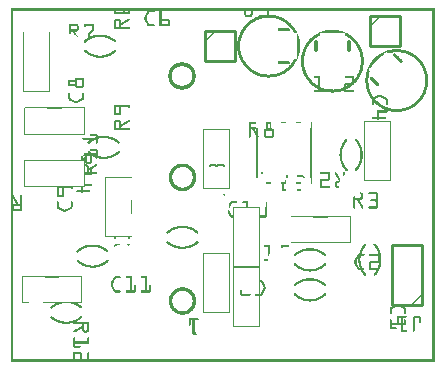
<source format=gto>
G04 MADE WITH FRITZING*
G04 WWW.FRITZING.ORG*
G04 DOUBLE SIDED*
G04 HOLES PLATED*
G04 CONTOUR ON CENTER OF CONTOUR VECTOR*
%ASAXBY*%
%FSLAX23Y23*%
%MOIN*%
%OFA0B0*%
%SFA1.0B1.0*%
%ADD10C,0.092000X0.068*%
%ADD11C,0.011920X0.0039196*%
%ADD12C,0.010000*%
%ADD13R,0.001000X0.001000*%
%LNSILK1*%
G90*
G70*
G54D10*
X573Y952D03*
G54D11*
X840Y628D03*
G54D12*
X1373Y189D02*
X1373Y389D01*
D02*
X1373Y389D02*
X1273Y389D01*
D02*
X1273Y389D02*
X1273Y189D01*
D02*
X1273Y189D02*
X1373Y189D01*
D02*
X1198Y1152D02*
X1198Y1052D01*
D02*
X1198Y1052D02*
X1298Y1052D01*
D02*
X1298Y1052D02*
X1298Y1152D01*
D02*
X1298Y1152D02*
X1198Y1152D01*
D02*
X648Y1102D02*
X648Y1002D01*
D02*
X648Y1002D02*
X748Y1002D01*
D02*
X748Y1002D02*
X748Y1102D01*
D02*
X748Y1102D02*
X648Y1102D01*
G54D13*
X1Y1177D02*
X1413Y1177D01*
X1Y1176D02*
X1413Y1176D01*
X1Y1175D02*
X1413Y1175D01*
X1Y1174D02*
X1413Y1174D01*
X1Y1173D02*
X1413Y1173D01*
X1Y1172D02*
X1413Y1172D01*
X1Y1171D02*
X1413Y1171D01*
X1Y1170D02*
X1413Y1170D01*
X1Y1169D02*
X8Y1169D01*
X347Y1169D02*
X349Y1169D01*
X375Y1169D02*
X381Y1169D01*
X392Y1169D02*
X398Y1169D01*
X458Y1169D02*
X480Y1169D01*
X497Y1169D02*
X506Y1169D01*
X780Y1169D02*
X786Y1169D01*
X801Y1169D02*
X807Y1169D01*
X854Y1169D02*
X860Y1169D01*
X1406Y1169D02*
X1413Y1169D01*
X1Y1168D02*
X8Y1168D01*
X346Y1168D02*
X350Y1168D01*
X375Y1168D02*
X381Y1168D01*
X392Y1168D02*
X398Y1168D01*
X457Y1168D02*
X480Y1168D01*
X497Y1168D02*
X506Y1168D01*
X780Y1168D02*
X786Y1168D01*
X801Y1168D02*
X807Y1168D01*
X854Y1168D02*
X860Y1168D01*
X1406Y1168D02*
X1413Y1168D01*
X1Y1167D02*
X8Y1167D01*
X345Y1167D02*
X351Y1167D01*
X375Y1167D02*
X381Y1167D01*
X392Y1167D02*
X398Y1167D01*
X456Y1167D02*
X480Y1167D01*
X497Y1167D02*
X506Y1167D01*
X780Y1167D02*
X786Y1167D01*
X801Y1167D02*
X807Y1167D01*
X854Y1167D02*
X860Y1167D01*
X1406Y1167D02*
X1413Y1167D01*
X1Y1166D02*
X8Y1166D01*
X345Y1166D02*
X398Y1166D01*
X456Y1166D02*
X480Y1166D01*
X497Y1166D02*
X505Y1166D01*
X780Y1166D02*
X786Y1166D01*
X801Y1166D02*
X807Y1166D01*
X854Y1166D02*
X860Y1166D01*
X1406Y1166D02*
X1413Y1166D01*
X1Y1165D02*
X8Y1165D01*
X345Y1165D02*
X398Y1165D01*
X455Y1165D02*
X478Y1165D01*
X497Y1165D02*
X504Y1165D01*
X780Y1165D02*
X786Y1165D01*
X801Y1165D02*
X807Y1165D01*
X854Y1165D02*
X860Y1165D01*
X1406Y1165D02*
X1413Y1165D01*
X1Y1164D02*
X8Y1164D01*
X345Y1164D02*
X398Y1164D01*
X455Y1164D02*
X462Y1164D01*
X497Y1164D02*
X503Y1164D01*
X780Y1164D02*
X786Y1164D01*
X801Y1164D02*
X807Y1164D01*
X854Y1164D02*
X860Y1164D01*
X1406Y1164D02*
X1413Y1164D01*
X1Y1163D02*
X8Y1163D01*
X345Y1163D02*
X398Y1163D01*
X454Y1163D02*
X461Y1163D01*
X497Y1163D02*
X503Y1163D01*
X780Y1163D02*
X786Y1163D01*
X801Y1163D02*
X807Y1163D01*
X854Y1163D02*
X860Y1163D01*
X1406Y1163D02*
X1413Y1163D01*
X1Y1162D02*
X8Y1162D01*
X345Y1162D02*
X398Y1162D01*
X454Y1162D02*
X460Y1162D01*
X497Y1162D02*
X503Y1162D01*
X780Y1162D02*
X786Y1162D01*
X801Y1162D02*
X807Y1162D01*
X854Y1162D02*
X860Y1162D01*
X1406Y1162D02*
X1413Y1162D01*
X1Y1161D02*
X8Y1161D01*
X346Y1161D02*
X398Y1161D01*
X453Y1161D02*
X460Y1161D01*
X497Y1161D02*
X503Y1161D01*
X780Y1161D02*
X786Y1161D01*
X801Y1161D02*
X807Y1161D01*
X854Y1161D02*
X860Y1161D01*
X1406Y1161D02*
X1413Y1161D01*
X1Y1160D02*
X8Y1160D01*
X346Y1160D02*
X397Y1160D01*
X453Y1160D02*
X459Y1160D01*
X497Y1160D02*
X503Y1160D01*
X780Y1160D02*
X786Y1160D01*
X801Y1160D02*
X807Y1160D01*
X854Y1160D02*
X860Y1160D01*
X1406Y1160D02*
X1413Y1160D01*
X1Y1159D02*
X8Y1159D01*
X452Y1159D02*
X459Y1159D01*
X497Y1159D02*
X503Y1159D01*
X780Y1159D02*
X786Y1159D01*
X801Y1159D02*
X807Y1159D01*
X854Y1159D02*
X860Y1159D01*
X1406Y1159D02*
X1413Y1159D01*
X1Y1158D02*
X8Y1158D01*
X452Y1158D02*
X458Y1158D01*
X497Y1158D02*
X503Y1158D01*
X780Y1158D02*
X786Y1158D01*
X801Y1158D02*
X807Y1158D01*
X854Y1158D02*
X860Y1158D01*
X1406Y1158D02*
X1413Y1158D01*
X1Y1157D02*
X8Y1157D01*
X451Y1157D02*
X458Y1157D01*
X497Y1157D02*
X503Y1157D01*
X780Y1157D02*
X786Y1157D01*
X800Y1157D02*
X807Y1157D01*
X854Y1157D02*
X860Y1157D01*
X1406Y1157D02*
X1413Y1157D01*
X1Y1156D02*
X8Y1156D01*
X451Y1156D02*
X457Y1156D01*
X497Y1156D02*
X503Y1156D01*
X780Y1156D02*
X787Y1156D01*
X800Y1156D02*
X806Y1156D01*
X849Y1156D02*
X873Y1156D01*
X1406Y1156D02*
X1413Y1156D01*
X1Y1155D02*
X8Y1155D01*
X450Y1155D02*
X457Y1155D01*
X497Y1155D02*
X503Y1155D01*
X780Y1155D02*
X788Y1155D01*
X799Y1155D02*
X806Y1155D01*
X842Y1155D02*
X879Y1155D01*
X1406Y1155D02*
X1413Y1155D01*
X1Y1154D02*
X8Y1154D01*
X450Y1154D02*
X456Y1154D01*
X497Y1154D02*
X503Y1154D01*
X781Y1154D02*
X806Y1154D01*
X828Y1154D02*
X884Y1154D01*
X1406Y1154D02*
X1413Y1154D01*
X1Y1153D02*
X8Y1153D01*
X449Y1153D02*
X456Y1153D01*
X497Y1153D02*
X503Y1153D01*
X781Y1153D02*
X805Y1153D01*
X827Y1153D02*
X888Y1153D01*
X1231Y1153D02*
X1231Y1153D01*
X1406Y1153D02*
X1413Y1153D01*
X1Y1152D02*
X8Y1152D01*
X449Y1152D02*
X455Y1152D01*
X497Y1152D02*
X503Y1152D01*
X782Y1152D02*
X805Y1152D01*
X827Y1152D02*
X891Y1152D01*
X1230Y1152D02*
X1232Y1152D01*
X1406Y1152D02*
X1413Y1152D01*
X1Y1151D02*
X8Y1151D01*
X448Y1151D02*
X455Y1151D01*
X497Y1151D02*
X503Y1151D01*
X783Y1151D02*
X804Y1151D01*
X827Y1151D02*
X894Y1151D01*
X1229Y1151D02*
X1233Y1151D01*
X1406Y1151D02*
X1413Y1151D01*
X1Y1150D02*
X8Y1150D01*
X448Y1150D02*
X454Y1150D01*
X497Y1150D02*
X503Y1150D01*
X784Y1150D02*
X803Y1150D01*
X824Y1150D02*
X897Y1150D01*
X1228Y1150D02*
X1234Y1150D01*
X1406Y1150D02*
X1413Y1150D01*
X1Y1149D02*
X8Y1149D01*
X447Y1149D02*
X454Y1149D01*
X497Y1149D02*
X503Y1149D01*
X785Y1149D02*
X802Y1149D01*
X822Y1149D02*
X900Y1149D01*
X1227Y1149D02*
X1233Y1149D01*
X1406Y1149D02*
X1413Y1149D01*
X1Y1148D02*
X8Y1148D01*
X447Y1148D02*
X453Y1148D01*
X497Y1148D02*
X503Y1148D01*
X787Y1148D02*
X799Y1148D01*
X819Y1148D02*
X902Y1148D01*
X1226Y1148D02*
X1232Y1148D01*
X1406Y1148D02*
X1413Y1148D01*
X1Y1147D02*
X8Y1147D01*
X447Y1147D02*
X453Y1147D01*
X497Y1147D02*
X503Y1147D01*
X817Y1147D02*
X904Y1147D01*
X1225Y1147D02*
X1231Y1147D01*
X1406Y1147D02*
X1413Y1147D01*
X1Y1146D02*
X8Y1146D01*
X447Y1146D02*
X453Y1146D01*
X497Y1146D02*
X503Y1146D01*
X815Y1146D02*
X848Y1146D01*
X873Y1146D02*
X906Y1146D01*
X1224Y1146D02*
X1230Y1146D01*
X1406Y1146D02*
X1413Y1146D01*
X1Y1145D02*
X8Y1145D01*
X447Y1145D02*
X453Y1145D01*
X497Y1145D02*
X503Y1145D01*
X813Y1145D02*
X842Y1145D01*
X880Y1145D02*
X908Y1145D01*
X1223Y1145D02*
X1229Y1145D01*
X1406Y1145D02*
X1413Y1145D01*
X1Y1144D02*
X8Y1144D01*
X447Y1144D02*
X453Y1144D01*
X497Y1144D02*
X503Y1144D01*
X811Y1144D02*
X837Y1144D01*
X884Y1144D02*
X910Y1144D01*
X1222Y1144D02*
X1228Y1144D01*
X1406Y1144D02*
X1413Y1144D01*
X1Y1143D02*
X8Y1143D01*
X352Y1143D02*
X362Y1143D01*
X394Y1143D02*
X397Y1143D01*
X447Y1143D02*
X453Y1143D01*
X497Y1143D02*
X503Y1143D01*
X809Y1143D02*
X833Y1143D01*
X888Y1143D02*
X912Y1143D01*
X1221Y1143D02*
X1227Y1143D01*
X1406Y1143D02*
X1413Y1143D01*
X1Y1142D02*
X8Y1142D01*
X350Y1142D02*
X364Y1142D01*
X392Y1142D02*
X398Y1142D01*
X447Y1142D02*
X453Y1142D01*
X497Y1142D02*
X528Y1142D01*
X808Y1142D02*
X830Y1142D01*
X891Y1142D02*
X914Y1142D01*
X1220Y1142D02*
X1226Y1142D01*
X1406Y1142D02*
X1413Y1142D01*
X1Y1141D02*
X8Y1141D01*
X349Y1141D02*
X365Y1141D01*
X390Y1141D02*
X398Y1141D01*
X447Y1141D02*
X454Y1141D01*
X497Y1141D02*
X529Y1141D01*
X806Y1141D02*
X828Y1141D01*
X894Y1141D02*
X915Y1141D01*
X1219Y1141D02*
X1225Y1141D01*
X1406Y1141D02*
X1413Y1141D01*
X1Y1140D02*
X8Y1140D01*
X348Y1140D02*
X366Y1140D01*
X388Y1140D02*
X398Y1140D01*
X448Y1140D02*
X454Y1140D01*
X497Y1140D02*
X530Y1140D01*
X805Y1140D02*
X825Y1140D01*
X897Y1140D02*
X917Y1140D01*
X1218Y1140D02*
X1224Y1140D01*
X1406Y1140D02*
X1413Y1140D01*
X1Y1139D02*
X8Y1139D01*
X347Y1139D02*
X367Y1139D01*
X387Y1139D02*
X398Y1139D01*
X448Y1139D02*
X454Y1139D01*
X497Y1139D02*
X530Y1139D01*
X803Y1139D02*
X822Y1139D01*
X899Y1139D02*
X919Y1139D01*
X1217Y1139D02*
X1223Y1139D01*
X1406Y1139D02*
X1413Y1139D01*
X1Y1138D02*
X8Y1138D01*
X346Y1138D02*
X368Y1138D01*
X385Y1138D02*
X397Y1138D01*
X448Y1138D02*
X455Y1138D01*
X497Y1138D02*
X530Y1138D01*
X801Y1138D02*
X820Y1138D01*
X901Y1138D02*
X920Y1138D01*
X1216Y1138D02*
X1222Y1138D01*
X1406Y1138D02*
X1413Y1138D01*
X1Y1137D02*
X8Y1137D01*
X346Y1137D02*
X368Y1137D01*
X383Y1137D02*
X396Y1137D01*
X449Y1137D02*
X455Y1137D01*
X497Y1137D02*
X530Y1137D01*
X800Y1137D02*
X818Y1137D01*
X903Y1137D02*
X921Y1137D01*
X1215Y1137D02*
X1221Y1137D01*
X1406Y1137D02*
X1413Y1137D01*
X1Y1136D02*
X8Y1136D01*
X346Y1136D02*
X353Y1136D01*
X361Y1136D02*
X368Y1136D01*
X382Y1136D02*
X395Y1136D01*
X449Y1136D02*
X456Y1136D01*
X497Y1136D02*
X530Y1136D01*
X799Y1136D02*
X816Y1136D01*
X905Y1136D02*
X923Y1136D01*
X1214Y1136D02*
X1220Y1136D01*
X1406Y1136D02*
X1413Y1136D01*
X1Y1135D02*
X8Y1135D01*
X345Y1135D02*
X352Y1135D01*
X362Y1135D02*
X369Y1135D01*
X380Y1135D02*
X393Y1135D01*
X450Y1135D02*
X456Y1135D01*
X497Y1135D02*
X503Y1135D01*
X524Y1135D02*
X530Y1135D01*
X797Y1135D02*
X814Y1135D01*
X907Y1135D02*
X924Y1135D01*
X1213Y1135D02*
X1219Y1135D01*
X1406Y1135D02*
X1413Y1135D01*
X1Y1134D02*
X8Y1134D01*
X345Y1134D02*
X351Y1134D01*
X363Y1134D02*
X369Y1134D01*
X378Y1134D02*
X391Y1134D01*
X450Y1134D02*
X457Y1134D01*
X497Y1134D02*
X503Y1134D01*
X524Y1134D02*
X530Y1134D01*
X796Y1134D02*
X813Y1134D01*
X909Y1134D02*
X925Y1134D01*
X1212Y1134D02*
X1218Y1134D01*
X1406Y1134D02*
X1413Y1134D01*
X1Y1133D02*
X8Y1133D01*
X345Y1133D02*
X351Y1133D01*
X363Y1133D02*
X369Y1133D01*
X376Y1133D02*
X389Y1133D01*
X451Y1133D02*
X458Y1133D01*
X497Y1133D02*
X503Y1133D01*
X524Y1133D02*
X530Y1133D01*
X795Y1133D02*
X811Y1133D01*
X910Y1133D02*
X927Y1133D01*
X1211Y1133D02*
X1216Y1133D01*
X1406Y1133D02*
X1413Y1133D01*
X1Y1132D02*
X8Y1132D01*
X345Y1132D02*
X351Y1132D01*
X363Y1132D02*
X369Y1132D01*
X375Y1132D02*
X388Y1132D01*
X451Y1132D02*
X458Y1132D01*
X497Y1132D02*
X503Y1132D01*
X524Y1132D02*
X530Y1132D01*
X794Y1132D02*
X809Y1132D01*
X912Y1132D02*
X928Y1132D01*
X1210Y1132D02*
X1216Y1132D01*
X1406Y1132D02*
X1413Y1132D01*
X1Y1131D02*
X8Y1131D01*
X345Y1131D02*
X351Y1131D01*
X363Y1131D02*
X369Y1131D01*
X373Y1131D02*
X386Y1131D01*
X452Y1131D02*
X459Y1131D01*
X497Y1131D02*
X503Y1131D01*
X524Y1131D02*
X530Y1131D01*
X792Y1131D02*
X808Y1131D01*
X914Y1131D02*
X929Y1131D01*
X1209Y1131D02*
X1215Y1131D01*
X1406Y1131D02*
X1413Y1131D01*
X1Y1130D02*
X8Y1130D01*
X345Y1130D02*
X351Y1130D01*
X363Y1130D02*
X369Y1130D01*
X371Y1130D02*
X384Y1130D01*
X452Y1130D02*
X459Y1130D01*
X497Y1130D02*
X503Y1130D01*
X524Y1130D02*
X530Y1130D01*
X791Y1130D02*
X806Y1130D01*
X915Y1130D02*
X930Y1130D01*
X1208Y1130D02*
X1214Y1130D01*
X1406Y1130D02*
X1413Y1130D01*
X1Y1129D02*
X8Y1129D01*
X345Y1129D02*
X351Y1129D01*
X363Y1129D02*
X383Y1129D01*
X453Y1129D02*
X460Y1129D01*
X497Y1129D02*
X503Y1129D01*
X524Y1129D02*
X530Y1129D01*
X790Y1129D02*
X805Y1129D01*
X916Y1129D02*
X931Y1129D01*
X1207Y1129D02*
X1213Y1129D01*
X1406Y1129D02*
X1413Y1129D01*
X1Y1128D02*
X8Y1128D01*
X345Y1128D02*
X351Y1128D01*
X363Y1128D02*
X381Y1128D01*
X453Y1128D02*
X460Y1128D01*
X497Y1128D02*
X503Y1128D01*
X524Y1128D02*
X530Y1128D01*
X789Y1128D02*
X804Y1128D01*
X918Y1128D02*
X932Y1128D01*
X1206Y1128D02*
X1212Y1128D01*
X1406Y1128D02*
X1413Y1128D01*
X1Y1127D02*
X8Y1127D01*
X345Y1127D02*
X351Y1127D01*
X363Y1127D02*
X379Y1127D01*
X454Y1127D02*
X461Y1127D01*
X497Y1127D02*
X503Y1127D01*
X524Y1127D02*
X530Y1127D01*
X788Y1127D02*
X802Y1127D01*
X919Y1127D02*
X933Y1127D01*
X1205Y1127D02*
X1211Y1127D01*
X1406Y1127D02*
X1413Y1127D01*
X1Y1126D02*
X8Y1126D01*
X345Y1126D02*
X351Y1126D01*
X363Y1126D02*
X377Y1126D01*
X454Y1126D02*
X461Y1126D01*
X497Y1126D02*
X503Y1126D01*
X524Y1126D02*
X530Y1126D01*
X787Y1126D02*
X801Y1126D01*
X920Y1126D02*
X934Y1126D01*
X1204Y1126D02*
X1210Y1126D01*
X1406Y1126D02*
X1413Y1126D01*
X1Y1125D02*
X8Y1125D01*
X195Y1125D02*
X221Y1125D01*
X247Y1125D02*
X278Y1125D01*
X345Y1125D02*
X351Y1125D01*
X363Y1125D02*
X376Y1125D01*
X455Y1125D02*
X462Y1125D01*
X497Y1125D02*
X503Y1125D01*
X524Y1125D02*
X530Y1125D01*
X786Y1125D02*
X800Y1125D01*
X922Y1125D02*
X935Y1125D01*
X1203Y1125D02*
X1209Y1125D01*
X1406Y1125D02*
X1413Y1125D01*
X1Y1124D02*
X8Y1124D01*
X195Y1124D02*
X223Y1124D01*
X246Y1124D02*
X278Y1124D01*
X345Y1124D02*
X351Y1124D01*
X363Y1124D02*
X374Y1124D01*
X455Y1124D02*
X478Y1124D01*
X497Y1124D02*
X530Y1124D01*
X785Y1124D02*
X799Y1124D01*
X923Y1124D02*
X936Y1124D01*
X1202Y1124D02*
X1208Y1124D01*
X1406Y1124D02*
X1413Y1124D01*
X1Y1123D02*
X8Y1123D01*
X195Y1123D02*
X224Y1123D01*
X245Y1123D02*
X278Y1123D01*
X345Y1123D02*
X351Y1123D01*
X363Y1123D02*
X372Y1123D01*
X456Y1123D02*
X480Y1123D01*
X497Y1123D02*
X530Y1123D01*
X784Y1123D02*
X797Y1123D01*
X924Y1123D02*
X937Y1123D01*
X1201Y1123D02*
X1207Y1123D01*
X1406Y1123D02*
X1413Y1123D01*
X1Y1122D02*
X8Y1122D01*
X195Y1122D02*
X226Y1122D01*
X245Y1122D02*
X278Y1122D01*
X345Y1122D02*
X351Y1122D01*
X363Y1122D02*
X371Y1122D01*
X456Y1122D02*
X480Y1122D01*
X497Y1122D02*
X530Y1122D01*
X783Y1122D02*
X796Y1122D01*
X925Y1122D02*
X938Y1122D01*
X1200Y1122D02*
X1206Y1122D01*
X1406Y1122D02*
X1413Y1122D01*
X1Y1121D02*
X8Y1121D01*
X195Y1121D02*
X226Y1121D01*
X245Y1121D02*
X278Y1121D01*
X345Y1121D02*
X351Y1121D01*
X363Y1121D02*
X369Y1121D01*
X457Y1121D02*
X480Y1121D01*
X497Y1121D02*
X530Y1121D01*
X782Y1121D02*
X795Y1121D01*
X926Y1121D02*
X939Y1121D01*
X1199Y1121D02*
X1205Y1121D01*
X1406Y1121D02*
X1413Y1121D01*
X1Y1120D02*
X8Y1120D01*
X195Y1120D02*
X227Y1120D01*
X245Y1120D02*
X278Y1120D01*
X345Y1120D02*
X351Y1120D01*
X363Y1120D02*
X369Y1120D01*
X458Y1120D02*
X480Y1120D01*
X497Y1120D02*
X530Y1120D01*
X782Y1120D02*
X794Y1120D01*
X927Y1120D02*
X940Y1120D01*
X1198Y1120D02*
X1204Y1120D01*
X1406Y1120D02*
X1413Y1120D01*
X1Y1119D02*
X8Y1119D01*
X195Y1119D02*
X228Y1119D01*
X245Y1119D02*
X278Y1119D01*
X345Y1119D02*
X351Y1119D01*
X363Y1119D02*
X369Y1119D01*
X460Y1119D02*
X480Y1119D01*
X497Y1119D02*
X530Y1119D01*
X781Y1119D02*
X793Y1119D01*
X928Y1119D02*
X941Y1119D01*
X1197Y1119D02*
X1203Y1119D01*
X1406Y1119D02*
X1413Y1119D01*
X1Y1118D02*
X8Y1118D01*
X195Y1118D02*
X201Y1118D01*
X220Y1118D02*
X228Y1118D01*
X245Y1118D02*
X251Y1118D01*
X272Y1118D02*
X278Y1118D01*
X345Y1118D02*
X351Y1118D01*
X363Y1118D02*
X369Y1118D01*
X462Y1118D02*
X479Y1118D01*
X499Y1118D02*
X528Y1118D01*
X780Y1118D02*
X792Y1118D01*
X929Y1118D02*
X942Y1118D01*
X1197Y1118D02*
X1202Y1118D01*
X1406Y1118D02*
X1413Y1118D01*
X1Y1117D02*
X8Y1117D01*
X195Y1117D02*
X201Y1117D01*
X222Y1117D02*
X228Y1117D01*
X245Y1117D02*
X250Y1117D01*
X272Y1117D02*
X278Y1117D01*
X345Y1117D02*
X351Y1117D01*
X363Y1117D02*
X369Y1117D01*
X779Y1117D02*
X791Y1117D01*
X930Y1117D02*
X942Y1117D01*
X1198Y1117D02*
X1201Y1117D01*
X1406Y1117D02*
X1413Y1117D01*
X1Y1116D02*
X8Y1116D01*
X195Y1116D02*
X201Y1116D01*
X222Y1116D02*
X228Y1116D01*
X247Y1116D02*
X249Y1116D01*
X272Y1116D02*
X278Y1116D01*
X345Y1116D02*
X396Y1116D01*
X778Y1116D02*
X790Y1116D01*
X931Y1116D02*
X943Y1116D01*
X1199Y1116D02*
X1200Y1116D01*
X1406Y1116D02*
X1413Y1116D01*
X1Y1115D02*
X8Y1115D01*
X195Y1115D02*
X201Y1115D01*
X222Y1115D02*
X228Y1115D01*
X272Y1115D02*
X278Y1115D01*
X345Y1115D02*
X397Y1115D01*
X778Y1115D02*
X789Y1115D01*
X932Y1115D02*
X944Y1115D01*
X1406Y1115D02*
X1413Y1115D01*
X1Y1114D02*
X8Y1114D01*
X195Y1114D02*
X201Y1114D01*
X222Y1114D02*
X228Y1114D01*
X272Y1114D02*
X278Y1114D01*
X345Y1114D02*
X398Y1114D01*
X777Y1114D02*
X789Y1114D01*
X933Y1114D02*
X945Y1114D01*
X1406Y1114D02*
X1413Y1114D01*
X1Y1113D02*
X8Y1113D01*
X195Y1113D02*
X201Y1113D01*
X222Y1113D02*
X228Y1113D01*
X272Y1113D02*
X278Y1113D01*
X345Y1113D02*
X398Y1113D01*
X776Y1113D02*
X788Y1113D01*
X934Y1113D02*
X945Y1113D01*
X1406Y1113D02*
X1413Y1113D01*
X1Y1112D02*
X8Y1112D01*
X195Y1112D02*
X201Y1112D01*
X222Y1112D02*
X228Y1112D01*
X272Y1112D02*
X278Y1112D01*
X345Y1112D02*
X398Y1112D01*
X775Y1112D02*
X787Y1112D01*
X895Y1112D02*
X927Y1112D01*
X935Y1112D02*
X946Y1112D01*
X1406Y1112D02*
X1413Y1112D01*
X1Y1111D02*
X8Y1111D01*
X195Y1111D02*
X201Y1111D01*
X222Y1111D02*
X228Y1111D01*
X272Y1111D02*
X278Y1111D01*
X345Y1111D02*
X398Y1111D01*
X775Y1111D02*
X786Y1111D01*
X893Y1111D02*
X929Y1111D01*
X935Y1111D02*
X947Y1111D01*
X1406Y1111D02*
X1413Y1111D01*
X1Y1110D02*
X8Y1110D01*
X195Y1110D02*
X201Y1110D01*
X222Y1110D02*
X228Y1110D01*
X272Y1110D02*
X278Y1110D01*
X345Y1110D02*
X397Y1110D01*
X774Y1110D02*
X785Y1110D01*
X892Y1110D02*
X929Y1110D01*
X936Y1110D02*
X947Y1110D01*
X1406Y1110D02*
X1413Y1110D01*
X1Y1109D02*
X8Y1109D01*
X195Y1109D02*
X201Y1109D01*
X221Y1109D02*
X228Y1109D01*
X272Y1109D02*
X278Y1109D01*
X773Y1109D02*
X784Y1109D01*
X891Y1109D02*
X930Y1109D01*
X937Y1109D02*
X948Y1109D01*
X1406Y1109D02*
X1413Y1109D01*
X1Y1108D02*
X8Y1108D01*
X195Y1108D02*
X201Y1108D01*
X220Y1108D02*
X228Y1108D01*
X272Y1108D02*
X278Y1108D01*
X773Y1108D02*
X784Y1108D01*
X891Y1108D02*
X930Y1108D01*
X938Y1108D02*
X949Y1108D01*
X1406Y1108D02*
X1413Y1108D01*
X1Y1107D02*
X8Y1107D01*
X195Y1107D02*
X227Y1107D01*
X272Y1107D02*
X278Y1107D01*
X772Y1107D02*
X783Y1107D01*
X891Y1107D02*
X931Y1107D01*
X938Y1107D02*
X949Y1107D01*
X1406Y1107D02*
X1413Y1107D01*
X1Y1106D02*
X8Y1106D01*
X195Y1106D02*
X227Y1106D01*
X272Y1106D02*
X278Y1106D01*
X772Y1106D02*
X782Y1106D01*
X891Y1106D02*
X930Y1106D01*
X939Y1106D02*
X950Y1106D01*
X1061Y1106D02*
X1085Y1106D01*
X1406Y1106D02*
X1413Y1106D01*
X1Y1105D02*
X8Y1105D01*
X195Y1105D02*
X226Y1105D01*
X271Y1105D02*
X278Y1105D01*
X771Y1105D02*
X781Y1105D01*
X891Y1105D02*
X930Y1105D01*
X940Y1105D02*
X950Y1105D01*
X1055Y1105D02*
X1092Y1105D01*
X1406Y1105D02*
X1413Y1105D01*
X1Y1104D02*
X8Y1104D01*
X195Y1104D02*
X225Y1104D01*
X270Y1104D02*
X278Y1104D01*
X770Y1104D02*
X781Y1104D01*
X892Y1104D02*
X930Y1104D01*
X941Y1104D02*
X951Y1104D01*
X1050Y1104D02*
X1096Y1104D01*
X1406Y1104D02*
X1413Y1104D01*
X1Y1103D02*
X8Y1103D01*
X195Y1103D02*
X224Y1103D01*
X269Y1103D02*
X278Y1103D01*
X681Y1103D02*
X682Y1103D01*
X770Y1103D02*
X780Y1103D01*
X892Y1103D02*
X929Y1103D01*
X941Y1103D02*
X952Y1103D01*
X1046Y1103D02*
X1100Y1103D01*
X1406Y1103D02*
X1413Y1103D01*
X1Y1102D02*
X8Y1102D01*
X195Y1102D02*
X223Y1102D01*
X268Y1102D02*
X277Y1102D01*
X680Y1102D02*
X683Y1102D01*
X769Y1102D02*
X780Y1102D01*
X894Y1102D02*
X928Y1102D01*
X942Y1102D02*
X952Y1102D01*
X1042Y1102D02*
X1104Y1102D01*
X1406Y1102D02*
X1413Y1102D01*
X1Y1101D02*
X8Y1101D01*
X195Y1101D02*
X220Y1101D01*
X267Y1101D02*
X276Y1101D01*
X679Y1101D02*
X684Y1101D01*
X769Y1101D02*
X779Y1101D01*
X942Y1101D02*
X953Y1101D01*
X1039Y1101D02*
X1107Y1101D01*
X1406Y1101D02*
X1413Y1101D01*
X1Y1100D02*
X8Y1100D01*
X41Y1100D02*
X131Y1100D01*
X195Y1100D02*
X201Y1100D01*
X207Y1100D02*
X214Y1100D01*
X265Y1100D02*
X275Y1100D01*
X678Y1100D02*
X684Y1100D01*
X768Y1100D02*
X778Y1100D01*
X943Y1100D02*
X953Y1100D01*
X1037Y1100D02*
X1109Y1100D01*
X1406Y1100D02*
X1413Y1100D01*
X1Y1099D02*
X8Y1099D01*
X41Y1099D02*
X131Y1099D01*
X195Y1099D02*
X201Y1099D01*
X208Y1099D02*
X215Y1099D01*
X264Y1099D02*
X274Y1099D01*
X677Y1099D02*
X684Y1099D01*
X768Y1099D02*
X778Y1099D01*
X944Y1099D02*
X954Y1099D01*
X1034Y1099D02*
X1112Y1099D01*
X1406Y1099D02*
X1413Y1099D01*
X1Y1098D02*
X8Y1098D01*
X41Y1098D02*
X131Y1098D01*
X195Y1098D02*
X201Y1098D01*
X208Y1098D02*
X215Y1098D01*
X263Y1098D02*
X273Y1098D01*
X676Y1098D02*
X683Y1098D01*
X767Y1098D02*
X777Y1098D01*
X944Y1098D02*
X954Y1098D01*
X1032Y1098D02*
X1114Y1098D01*
X1406Y1098D02*
X1413Y1098D01*
X1Y1097D02*
X8Y1097D01*
X41Y1097D02*
X43Y1097D01*
X129Y1097D02*
X131Y1097D01*
X195Y1097D02*
X201Y1097D01*
X209Y1097D02*
X216Y1097D01*
X262Y1097D02*
X272Y1097D01*
X675Y1097D02*
X682Y1097D01*
X767Y1097D02*
X777Y1097D01*
X945Y1097D02*
X955Y1097D01*
X1030Y1097D02*
X1116Y1097D01*
X1406Y1097D02*
X1413Y1097D01*
X1Y1096D02*
X8Y1096D01*
X41Y1096D02*
X43Y1096D01*
X129Y1096D02*
X131Y1096D01*
X195Y1096D02*
X201Y1096D01*
X209Y1096D02*
X217Y1096D01*
X261Y1096D02*
X271Y1096D01*
X674Y1096D02*
X681Y1096D01*
X766Y1096D02*
X776Y1096D01*
X945Y1096D02*
X955Y1096D01*
X1028Y1096D02*
X1060Y1096D01*
X1086Y1096D02*
X1118Y1096D01*
X1406Y1096D02*
X1413Y1096D01*
X1Y1095D02*
X8Y1095D01*
X41Y1095D02*
X43Y1095D01*
X129Y1095D02*
X131Y1095D01*
X195Y1095D02*
X201Y1095D01*
X210Y1095D02*
X217Y1095D01*
X260Y1095D02*
X269Y1095D01*
X673Y1095D02*
X680Y1095D01*
X766Y1095D02*
X776Y1095D01*
X946Y1095D02*
X956Y1095D01*
X1026Y1095D02*
X1054Y1095D01*
X1092Y1095D02*
X1121Y1095D01*
X1406Y1095D02*
X1413Y1095D01*
X1Y1094D02*
X8Y1094D01*
X41Y1094D02*
X43Y1094D01*
X129Y1094D02*
X131Y1094D01*
X195Y1094D02*
X201Y1094D01*
X211Y1094D02*
X218Y1094D01*
X259Y1094D02*
X268Y1094D01*
X672Y1094D02*
X679Y1094D01*
X765Y1094D02*
X775Y1094D01*
X954Y1094D02*
X956Y1094D01*
X1024Y1094D02*
X1030Y1094D01*
X1116Y1094D02*
X1123Y1094D01*
X1406Y1094D02*
X1413Y1094D01*
X1Y1093D02*
X8Y1093D01*
X41Y1093D02*
X43Y1093D01*
X129Y1093D02*
X131Y1093D01*
X195Y1093D02*
X201Y1093D01*
X211Y1093D02*
X218Y1093D01*
X259Y1093D02*
X267Y1093D01*
X671Y1093D02*
X678Y1093D01*
X765Y1093D02*
X775Y1093D01*
X954Y1093D02*
X957Y1093D01*
X1022Y1093D02*
X1030Y1093D01*
X1116Y1093D02*
X1124Y1093D01*
X1406Y1093D02*
X1413Y1093D01*
X1Y1092D02*
X8Y1092D01*
X41Y1092D02*
X43Y1092D01*
X129Y1092D02*
X131Y1092D01*
X195Y1092D02*
X201Y1092D01*
X212Y1092D02*
X219Y1092D01*
X259Y1092D02*
X266Y1092D01*
X670Y1092D02*
X677Y1092D01*
X764Y1092D02*
X774Y1092D01*
X954Y1092D02*
X957Y1092D01*
X1020Y1092D02*
X1030Y1092D01*
X1116Y1092D02*
X1126Y1092D01*
X1406Y1092D02*
X1413Y1092D01*
X1Y1091D02*
X8Y1091D01*
X41Y1091D02*
X43Y1091D01*
X129Y1091D02*
X131Y1091D01*
X212Y1091D02*
X219Y1091D01*
X259Y1091D02*
X265Y1091D01*
X669Y1091D02*
X676Y1091D01*
X764Y1091D02*
X774Y1091D01*
X954Y1091D02*
X957Y1091D01*
X1019Y1091D02*
X1030Y1091D01*
X1116Y1091D02*
X1128Y1091D01*
X1406Y1091D02*
X1413Y1091D01*
X1Y1090D02*
X8Y1090D01*
X41Y1090D02*
X43Y1090D01*
X129Y1090D02*
X131Y1090D01*
X213Y1090D02*
X220Y1090D01*
X259Y1090D02*
X265Y1090D01*
X290Y1090D02*
X307Y1090D01*
X668Y1090D02*
X675Y1090D01*
X764Y1090D02*
X773Y1090D01*
X954Y1090D02*
X958Y1090D01*
X1017Y1090D02*
X1030Y1090D01*
X1116Y1090D02*
X1129Y1090D01*
X1406Y1090D02*
X1413Y1090D01*
X1Y1089D02*
X8Y1089D01*
X41Y1089D02*
X43Y1089D01*
X129Y1089D02*
X131Y1089D01*
X214Y1089D02*
X221Y1089D01*
X259Y1089D02*
X265Y1089D01*
X283Y1089D02*
X314Y1089D01*
X667Y1089D02*
X674Y1089D01*
X763Y1089D02*
X773Y1089D01*
X954Y1089D02*
X958Y1089D01*
X1015Y1089D02*
X1030Y1089D01*
X1116Y1089D02*
X1131Y1089D01*
X1406Y1089D02*
X1413Y1089D01*
X1Y1088D02*
X8Y1088D01*
X41Y1088D02*
X43Y1088D01*
X129Y1088D02*
X131Y1088D01*
X216Y1088D02*
X221Y1088D01*
X259Y1088D02*
X265Y1088D01*
X279Y1088D02*
X318Y1088D01*
X666Y1088D02*
X673Y1088D01*
X763Y1088D02*
X772Y1088D01*
X954Y1088D02*
X959Y1088D01*
X1014Y1088D02*
X1030Y1088D01*
X1116Y1088D02*
X1132Y1088D01*
X1406Y1088D02*
X1413Y1088D01*
X1Y1087D02*
X8Y1087D01*
X41Y1087D02*
X43Y1087D01*
X129Y1087D02*
X131Y1087D01*
X218Y1087D02*
X222Y1087D01*
X259Y1087D02*
X265Y1087D01*
X276Y1087D02*
X321Y1087D01*
X665Y1087D02*
X672Y1087D01*
X762Y1087D02*
X772Y1087D01*
X954Y1087D02*
X959Y1087D01*
X1012Y1087D02*
X1030Y1087D01*
X1116Y1087D02*
X1134Y1087D01*
X1406Y1087D02*
X1413Y1087D01*
X1Y1086D02*
X8Y1086D01*
X41Y1086D02*
X43Y1086D01*
X129Y1086D02*
X131Y1086D01*
X220Y1086D02*
X222Y1086D01*
X259Y1086D02*
X265Y1086D01*
X272Y1086D02*
X325Y1086D01*
X664Y1086D02*
X670Y1086D01*
X762Y1086D02*
X772Y1086D01*
X954Y1086D02*
X959Y1086D01*
X1011Y1086D02*
X1028Y1086D01*
X1118Y1086D02*
X1135Y1086D01*
X1406Y1086D02*
X1413Y1086D01*
X1Y1085D02*
X8Y1085D01*
X41Y1085D02*
X43Y1085D01*
X129Y1085D02*
X131Y1085D01*
X221Y1085D02*
X223Y1085D01*
X259Y1085D02*
X265Y1085D01*
X270Y1085D02*
X327Y1085D01*
X663Y1085D02*
X669Y1085D01*
X762Y1085D02*
X771Y1085D01*
X954Y1085D02*
X960Y1085D01*
X1010Y1085D02*
X1027Y1085D01*
X1120Y1085D02*
X1136Y1085D01*
X1406Y1085D02*
X1413Y1085D01*
X1Y1084D02*
X8Y1084D01*
X41Y1084D02*
X43Y1084D01*
X129Y1084D02*
X131Y1084D01*
X223Y1084D02*
X224Y1084D01*
X259Y1084D02*
X265Y1084D01*
X267Y1084D02*
X330Y1084D01*
X662Y1084D02*
X668Y1084D01*
X761Y1084D02*
X771Y1084D01*
X954Y1084D02*
X960Y1084D01*
X1008Y1084D02*
X1025Y1084D01*
X1121Y1084D02*
X1138Y1084D01*
X1406Y1084D02*
X1413Y1084D01*
X1Y1083D02*
X8Y1083D01*
X41Y1083D02*
X43Y1083D01*
X129Y1083D02*
X131Y1083D01*
X224Y1083D02*
X224Y1083D01*
X259Y1083D02*
X296Y1083D01*
X300Y1083D02*
X332Y1083D01*
X661Y1083D02*
X667Y1083D01*
X761Y1083D02*
X770Y1083D01*
X954Y1083D02*
X960Y1083D01*
X1007Y1083D02*
X1023Y1083D01*
X1123Y1083D02*
X1139Y1083D01*
X1406Y1083D02*
X1413Y1083D01*
X1Y1082D02*
X8Y1082D01*
X41Y1082D02*
X43Y1082D01*
X129Y1082D02*
X131Y1082D01*
X225Y1082D02*
X225Y1082D01*
X259Y1082D02*
X286Y1082D01*
X311Y1082D02*
X334Y1082D01*
X660Y1082D02*
X666Y1082D01*
X761Y1082D02*
X770Y1082D01*
X954Y1082D02*
X961Y1082D01*
X1006Y1082D02*
X1022Y1082D01*
X1124Y1082D02*
X1140Y1082D01*
X1406Y1082D02*
X1413Y1082D01*
X1Y1081D02*
X8Y1081D01*
X41Y1081D02*
X43Y1081D01*
X129Y1081D02*
X131Y1081D01*
X259Y1081D02*
X281Y1081D01*
X316Y1081D02*
X336Y1081D01*
X659Y1081D02*
X665Y1081D01*
X760Y1081D02*
X770Y1081D01*
X954Y1081D02*
X961Y1081D01*
X1005Y1081D02*
X1020Y1081D01*
X1126Y1081D02*
X1141Y1081D01*
X1406Y1081D02*
X1413Y1081D01*
X1Y1080D02*
X8Y1080D01*
X41Y1080D02*
X43Y1080D01*
X129Y1080D02*
X131Y1080D01*
X259Y1080D02*
X278Y1080D01*
X319Y1080D02*
X338Y1080D01*
X658Y1080D02*
X664Y1080D01*
X760Y1080D02*
X769Y1080D01*
X954Y1080D02*
X961Y1080D01*
X1004Y1080D02*
X1019Y1080D01*
X1128Y1080D02*
X1142Y1080D01*
X1406Y1080D02*
X1413Y1080D01*
X1Y1079D02*
X8Y1079D01*
X41Y1079D02*
X43Y1079D01*
X129Y1079D02*
X131Y1079D01*
X258Y1079D02*
X275Y1079D01*
X322Y1079D02*
X339Y1079D01*
X657Y1079D02*
X663Y1079D01*
X760Y1079D02*
X769Y1079D01*
X954Y1079D02*
X961Y1079D01*
X1003Y1079D02*
X1017Y1079D01*
X1129Y1079D02*
X1144Y1079D01*
X1406Y1079D02*
X1413Y1079D01*
X1Y1078D02*
X8Y1078D01*
X41Y1078D02*
X43Y1078D01*
X129Y1078D02*
X131Y1078D01*
X256Y1078D02*
X272Y1078D01*
X325Y1078D02*
X341Y1078D01*
X656Y1078D02*
X663Y1078D01*
X760Y1078D02*
X769Y1078D01*
X954Y1078D02*
X962Y1078D01*
X1002Y1078D02*
X1016Y1078D01*
X1130Y1078D02*
X1145Y1078D01*
X1406Y1078D02*
X1413Y1078D01*
X1Y1077D02*
X8Y1077D01*
X41Y1077D02*
X43Y1077D01*
X129Y1077D02*
X131Y1077D01*
X255Y1077D02*
X270Y1077D01*
X327Y1077D02*
X342Y1077D01*
X655Y1077D02*
X662Y1077D01*
X759Y1077D02*
X769Y1077D01*
X954Y1077D02*
X962Y1077D01*
X1000Y1077D02*
X1015Y1077D01*
X1131Y1077D02*
X1146Y1077D01*
X1406Y1077D02*
X1413Y1077D01*
X1Y1076D02*
X8Y1076D01*
X41Y1076D02*
X43Y1076D01*
X129Y1076D02*
X131Y1076D01*
X253Y1076D02*
X267Y1076D01*
X330Y1076D02*
X344Y1076D01*
X654Y1076D02*
X661Y1076D01*
X759Y1076D02*
X768Y1076D01*
X954Y1076D02*
X962Y1076D01*
X999Y1076D02*
X1013Y1076D01*
X1133Y1076D02*
X1147Y1076D01*
X1406Y1076D02*
X1413Y1076D01*
X1Y1075D02*
X8Y1075D01*
X41Y1075D02*
X43Y1075D01*
X129Y1075D02*
X131Y1075D01*
X252Y1075D02*
X266Y1075D01*
X331Y1075D02*
X345Y1075D01*
X653Y1075D02*
X660Y1075D01*
X759Y1075D02*
X768Y1075D01*
X954Y1075D02*
X962Y1075D01*
X998Y1075D02*
X1012Y1075D01*
X1134Y1075D02*
X1148Y1075D01*
X1406Y1075D02*
X1413Y1075D01*
X1Y1074D02*
X8Y1074D01*
X41Y1074D02*
X43Y1074D01*
X129Y1074D02*
X131Y1074D01*
X250Y1074D02*
X264Y1074D01*
X333Y1074D02*
X347Y1074D01*
X652Y1074D02*
X659Y1074D01*
X759Y1074D02*
X768Y1074D01*
X954Y1074D02*
X963Y1074D01*
X997Y1074D02*
X1011Y1074D01*
X1135Y1074D02*
X1149Y1074D01*
X1406Y1074D02*
X1413Y1074D01*
X1Y1073D02*
X8Y1073D01*
X41Y1073D02*
X43Y1073D01*
X129Y1073D02*
X131Y1073D01*
X249Y1073D02*
X264Y1073D01*
X335Y1073D02*
X348Y1073D01*
X651Y1073D02*
X658Y1073D01*
X758Y1073D02*
X768Y1073D01*
X954Y1073D02*
X963Y1073D01*
X997Y1073D02*
X1010Y1073D01*
X1136Y1073D02*
X1150Y1073D01*
X1406Y1073D02*
X1413Y1073D01*
X1Y1072D02*
X8Y1072D01*
X41Y1072D02*
X43Y1072D01*
X129Y1072D02*
X131Y1072D01*
X248Y1072D02*
X263Y1072D01*
X337Y1072D02*
X349Y1072D01*
X650Y1072D02*
X657Y1072D01*
X758Y1072D02*
X767Y1072D01*
X954Y1072D02*
X963Y1072D01*
X996Y1072D02*
X1009Y1072D01*
X1017Y1072D02*
X1019Y1072D01*
X1127Y1072D02*
X1129Y1072D01*
X1137Y1072D02*
X1150Y1072D01*
X1406Y1072D02*
X1413Y1072D01*
X1Y1071D02*
X8Y1071D01*
X41Y1071D02*
X43Y1071D01*
X129Y1071D02*
X131Y1071D01*
X247Y1071D02*
X259Y1071D01*
X338Y1071D02*
X350Y1071D01*
X649Y1071D02*
X656Y1071D01*
X758Y1071D02*
X767Y1071D01*
X954Y1071D02*
X963Y1071D01*
X995Y1071D02*
X1008Y1071D01*
X1015Y1071D02*
X1021Y1071D01*
X1125Y1071D02*
X1131Y1071D01*
X1138Y1071D02*
X1151Y1071D01*
X1406Y1071D02*
X1413Y1071D01*
X1Y1070D02*
X8Y1070D01*
X41Y1070D02*
X43Y1070D01*
X129Y1070D02*
X131Y1070D01*
X246Y1070D02*
X257Y1070D01*
X340Y1070D02*
X351Y1070D01*
X648Y1070D02*
X655Y1070D01*
X758Y1070D02*
X767Y1070D01*
X954Y1070D02*
X963Y1070D01*
X994Y1070D02*
X1007Y1070D01*
X1014Y1070D02*
X1022Y1070D01*
X1124Y1070D02*
X1132Y1070D01*
X1140Y1070D02*
X1152Y1070D01*
X1406Y1070D02*
X1413Y1070D01*
X1Y1069D02*
X8Y1069D01*
X41Y1069D02*
X43Y1069D01*
X129Y1069D02*
X131Y1069D01*
X245Y1069D02*
X256Y1069D01*
X341Y1069D02*
X351Y1069D01*
X647Y1069D02*
X654Y1069D01*
X758Y1069D02*
X767Y1069D01*
X955Y1069D02*
X964Y1069D01*
X993Y1069D02*
X1005Y1069D01*
X1014Y1069D02*
X1023Y1069D01*
X1124Y1069D02*
X1133Y1069D01*
X1141Y1069D02*
X1153Y1069D01*
X1406Y1069D02*
X1413Y1069D01*
X1Y1068D02*
X8Y1068D01*
X41Y1068D02*
X43Y1068D01*
X129Y1068D02*
X131Y1068D01*
X245Y1068D02*
X255Y1068D01*
X342Y1068D02*
X352Y1068D01*
X648Y1068D02*
X653Y1068D01*
X758Y1068D02*
X767Y1068D01*
X955Y1068D02*
X964Y1068D01*
X992Y1068D02*
X1005Y1068D01*
X1013Y1068D02*
X1023Y1068D01*
X1123Y1068D02*
X1133Y1068D01*
X1142Y1068D02*
X1154Y1068D01*
X1406Y1068D02*
X1413Y1068D01*
X1Y1067D02*
X8Y1067D01*
X41Y1067D02*
X43Y1067D01*
X129Y1067D02*
X131Y1067D01*
X245Y1067D02*
X253Y1067D01*
X344Y1067D02*
X352Y1067D01*
X649Y1067D02*
X652Y1067D01*
X757Y1067D02*
X766Y1067D01*
X955Y1067D02*
X964Y1067D01*
X991Y1067D02*
X1004Y1067D01*
X1013Y1067D02*
X1023Y1067D01*
X1123Y1067D02*
X1133Y1067D01*
X1143Y1067D02*
X1155Y1067D01*
X1406Y1067D02*
X1413Y1067D01*
X1Y1066D02*
X8Y1066D01*
X41Y1066D02*
X43Y1066D01*
X129Y1066D02*
X131Y1066D01*
X245Y1066D02*
X252Y1066D01*
X345Y1066D02*
X351Y1066D01*
X650Y1066D02*
X651Y1066D01*
X757Y1066D02*
X766Y1066D01*
X955Y1066D02*
X964Y1066D01*
X991Y1066D02*
X1003Y1066D01*
X1013Y1066D02*
X1023Y1066D01*
X1123Y1066D02*
X1133Y1066D01*
X1143Y1066D02*
X1155Y1066D01*
X1406Y1066D02*
X1413Y1066D01*
X1Y1065D02*
X8Y1065D01*
X41Y1065D02*
X43Y1065D01*
X129Y1065D02*
X131Y1065D01*
X246Y1065D02*
X251Y1065D01*
X346Y1065D02*
X350Y1065D01*
X757Y1065D02*
X766Y1065D01*
X955Y1065D02*
X964Y1065D01*
X990Y1065D02*
X1002Y1065D01*
X1013Y1065D02*
X1023Y1065D01*
X1123Y1065D02*
X1133Y1065D01*
X1144Y1065D02*
X1156Y1065D01*
X1406Y1065D02*
X1413Y1065D01*
X1Y1064D02*
X8Y1064D01*
X41Y1064D02*
X43Y1064D01*
X129Y1064D02*
X131Y1064D01*
X247Y1064D02*
X250Y1064D01*
X757Y1064D02*
X766Y1064D01*
X955Y1064D02*
X964Y1064D01*
X989Y1064D02*
X1001Y1064D01*
X1013Y1064D02*
X1023Y1064D01*
X1123Y1064D02*
X1133Y1064D01*
X1145Y1064D02*
X1157Y1064D01*
X1406Y1064D02*
X1413Y1064D01*
X1Y1063D02*
X8Y1063D01*
X41Y1063D02*
X43Y1063D01*
X129Y1063D02*
X131Y1063D01*
X757Y1063D02*
X766Y1063D01*
X955Y1063D02*
X965Y1063D01*
X988Y1063D02*
X1000Y1063D01*
X1013Y1063D02*
X1023Y1063D01*
X1123Y1063D02*
X1133Y1063D01*
X1146Y1063D02*
X1158Y1063D01*
X1406Y1063D02*
X1413Y1063D01*
X1Y1062D02*
X8Y1062D01*
X41Y1062D02*
X43Y1062D01*
X129Y1062D02*
X131Y1062D01*
X757Y1062D02*
X766Y1062D01*
X956Y1062D02*
X965Y1062D01*
X988Y1062D02*
X999Y1062D01*
X1013Y1062D02*
X1023Y1062D01*
X1123Y1062D02*
X1133Y1062D01*
X1147Y1062D02*
X1158Y1062D01*
X1406Y1062D02*
X1413Y1062D01*
X1Y1061D02*
X8Y1061D01*
X41Y1061D02*
X43Y1061D01*
X129Y1061D02*
X131Y1061D01*
X757Y1061D02*
X766Y1061D01*
X956Y1061D02*
X965Y1061D01*
X987Y1061D02*
X998Y1061D01*
X1013Y1061D02*
X1023Y1061D01*
X1123Y1061D02*
X1133Y1061D01*
X1148Y1061D02*
X1159Y1061D01*
X1406Y1061D02*
X1413Y1061D01*
X1Y1060D02*
X8Y1060D01*
X41Y1060D02*
X43Y1060D01*
X129Y1060D02*
X131Y1060D01*
X757Y1060D02*
X766Y1060D01*
X956Y1060D02*
X965Y1060D01*
X986Y1060D02*
X998Y1060D01*
X1013Y1060D02*
X1023Y1060D01*
X1123Y1060D02*
X1133Y1060D01*
X1149Y1060D02*
X1160Y1060D01*
X1406Y1060D02*
X1413Y1060D01*
X1Y1059D02*
X8Y1059D01*
X41Y1059D02*
X43Y1059D01*
X129Y1059D02*
X131Y1059D01*
X757Y1059D02*
X766Y1059D01*
X956Y1059D02*
X965Y1059D01*
X986Y1059D02*
X997Y1059D01*
X1013Y1059D02*
X1023Y1059D01*
X1123Y1059D02*
X1133Y1059D01*
X1149Y1059D02*
X1160Y1059D01*
X1406Y1059D02*
X1413Y1059D01*
X1Y1058D02*
X8Y1058D01*
X41Y1058D02*
X43Y1058D01*
X129Y1058D02*
X131Y1058D01*
X756Y1058D02*
X765Y1058D01*
X956Y1058D02*
X965Y1058D01*
X985Y1058D02*
X996Y1058D01*
X1013Y1058D02*
X1023Y1058D01*
X1123Y1058D02*
X1133Y1058D01*
X1150Y1058D02*
X1161Y1058D01*
X1406Y1058D02*
X1413Y1058D01*
X1Y1057D02*
X8Y1057D01*
X41Y1057D02*
X43Y1057D01*
X129Y1057D02*
X131Y1057D01*
X756Y1057D02*
X765Y1057D01*
X956Y1057D02*
X965Y1057D01*
X984Y1057D02*
X995Y1057D01*
X1013Y1057D02*
X1023Y1057D01*
X1123Y1057D02*
X1133Y1057D01*
X1151Y1057D02*
X1162Y1057D01*
X1406Y1057D02*
X1413Y1057D01*
X1Y1056D02*
X8Y1056D01*
X41Y1056D02*
X43Y1056D01*
X129Y1056D02*
X131Y1056D01*
X756Y1056D02*
X765Y1056D01*
X956Y1056D02*
X965Y1056D01*
X984Y1056D02*
X995Y1056D01*
X1013Y1056D02*
X1023Y1056D01*
X1123Y1056D02*
X1133Y1056D01*
X1152Y1056D02*
X1162Y1056D01*
X1406Y1056D02*
X1413Y1056D01*
X1Y1055D02*
X8Y1055D01*
X41Y1055D02*
X43Y1055D01*
X129Y1055D02*
X131Y1055D01*
X756Y1055D02*
X765Y1055D01*
X956Y1055D02*
X965Y1055D01*
X983Y1055D02*
X994Y1055D01*
X1013Y1055D02*
X1023Y1055D01*
X1123Y1055D02*
X1133Y1055D01*
X1152Y1055D02*
X1163Y1055D01*
X1406Y1055D02*
X1413Y1055D01*
X1Y1054D02*
X8Y1054D01*
X41Y1054D02*
X43Y1054D01*
X129Y1054D02*
X131Y1054D01*
X756Y1054D02*
X765Y1054D01*
X956Y1054D02*
X965Y1054D01*
X983Y1054D02*
X993Y1054D01*
X1013Y1054D02*
X1023Y1054D01*
X1123Y1054D02*
X1133Y1054D01*
X1153Y1054D02*
X1163Y1054D01*
X1406Y1054D02*
X1413Y1054D01*
X1Y1053D02*
X8Y1053D01*
X41Y1053D02*
X43Y1053D01*
X129Y1053D02*
X131Y1053D01*
X756Y1053D02*
X765Y1053D01*
X956Y1053D02*
X965Y1053D01*
X982Y1053D02*
X993Y1053D01*
X1013Y1053D02*
X1023Y1053D01*
X1123Y1053D02*
X1133Y1053D01*
X1154Y1053D02*
X1164Y1053D01*
X1406Y1053D02*
X1413Y1053D01*
X1Y1052D02*
X8Y1052D01*
X41Y1052D02*
X43Y1052D01*
X129Y1052D02*
X131Y1052D01*
X756Y1052D02*
X765Y1052D01*
X956Y1052D02*
X965Y1052D01*
X981Y1052D02*
X992Y1052D01*
X1013Y1052D02*
X1023Y1052D01*
X1123Y1052D02*
X1133Y1052D01*
X1154Y1052D02*
X1165Y1052D01*
X1406Y1052D02*
X1413Y1052D01*
X1Y1051D02*
X8Y1051D01*
X41Y1051D02*
X43Y1051D01*
X129Y1051D02*
X131Y1051D01*
X756Y1051D02*
X765Y1051D01*
X956Y1051D02*
X965Y1051D01*
X981Y1051D02*
X991Y1051D01*
X1013Y1051D02*
X1023Y1051D01*
X1123Y1051D02*
X1133Y1051D01*
X1155Y1051D02*
X1165Y1051D01*
X1406Y1051D02*
X1413Y1051D01*
X1Y1050D02*
X8Y1050D01*
X41Y1050D02*
X43Y1050D01*
X129Y1050D02*
X131Y1050D01*
X756Y1050D02*
X765Y1050D01*
X956Y1050D02*
X965Y1050D01*
X980Y1050D02*
X991Y1050D01*
X1013Y1050D02*
X1023Y1050D01*
X1123Y1050D02*
X1133Y1050D01*
X1155Y1050D02*
X1166Y1050D01*
X1406Y1050D02*
X1413Y1050D01*
X1Y1049D02*
X8Y1049D01*
X41Y1049D02*
X43Y1049D01*
X129Y1049D02*
X131Y1049D01*
X756Y1049D02*
X765Y1049D01*
X956Y1049D02*
X965Y1049D01*
X980Y1049D02*
X990Y1049D01*
X1013Y1049D02*
X1023Y1049D01*
X1123Y1049D02*
X1133Y1049D01*
X1156Y1049D02*
X1166Y1049D01*
X1406Y1049D02*
X1413Y1049D01*
X1Y1048D02*
X8Y1048D01*
X41Y1048D02*
X43Y1048D01*
X129Y1048D02*
X131Y1048D01*
X756Y1048D02*
X765Y1048D01*
X956Y1048D02*
X965Y1048D01*
X980Y1048D02*
X990Y1048D01*
X1013Y1048D02*
X1023Y1048D01*
X1123Y1048D02*
X1133Y1048D01*
X1157Y1048D02*
X1167Y1048D01*
X1406Y1048D02*
X1413Y1048D01*
X1Y1047D02*
X8Y1047D01*
X41Y1047D02*
X43Y1047D01*
X129Y1047D02*
X131Y1047D01*
X756Y1047D02*
X765Y1047D01*
X956Y1047D02*
X965Y1047D01*
X979Y1047D02*
X989Y1047D01*
X1013Y1047D02*
X1023Y1047D01*
X1123Y1047D02*
X1133Y1047D01*
X1157Y1047D02*
X1167Y1047D01*
X1406Y1047D02*
X1413Y1047D01*
X1Y1046D02*
X8Y1046D01*
X41Y1046D02*
X43Y1046D01*
X129Y1046D02*
X131Y1046D01*
X756Y1046D02*
X765Y1046D01*
X956Y1046D02*
X965Y1046D01*
X979Y1046D02*
X988Y1046D01*
X1013Y1046D02*
X1023Y1046D01*
X1123Y1046D02*
X1133Y1046D01*
X1158Y1046D02*
X1168Y1046D01*
X1406Y1046D02*
X1413Y1046D01*
X1Y1045D02*
X8Y1045D01*
X41Y1045D02*
X43Y1045D01*
X129Y1045D02*
X131Y1045D01*
X756Y1045D02*
X766Y1045D01*
X956Y1045D02*
X965Y1045D01*
X978Y1045D02*
X988Y1045D01*
X1013Y1045D02*
X1023Y1045D01*
X1123Y1045D02*
X1133Y1045D01*
X1158Y1045D02*
X1168Y1045D01*
X1406Y1045D02*
X1413Y1045D01*
X1Y1044D02*
X8Y1044D01*
X41Y1044D02*
X43Y1044D01*
X129Y1044D02*
X131Y1044D01*
X757Y1044D02*
X766Y1044D01*
X956Y1044D02*
X965Y1044D01*
X978Y1044D02*
X987Y1044D01*
X1013Y1044D02*
X1023Y1044D01*
X1123Y1044D02*
X1133Y1044D01*
X1159Y1044D02*
X1169Y1044D01*
X1406Y1044D02*
X1413Y1044D01*
X1Y1043D02*
X8Y1043D01*
X41Y1043D02*
X43Y1043D01*
X129Y1043D02*
X131Y1043D01*
X757Y1043D02*
X766Y1043D01*
X956Y1043D02*
X965Y1043D01*
X977Y1043D02*
X987Y1043D01*
X1013Y1043D02*
X1023Y1043D01*
X1123Y1043D02*
X1133Y1043D01*
X1159Y1043D02*
X1169Y1043D01*
X1406Y1043D02*
X1413Y1043D01*
X1Y1042D02*
X8Y1042D01*
X41Y1042D02*
X43Y1042D01*
X129Y1042D02*
X131Y1042D01*
X757Y1042D02*
X766Y1042D01*
X956Y1042D02*
X965Y1042D01*
X977Y1042D02*
X987Y1042D01*
X1013Y1042D02*
X1023Y1042D01*
X1123Y1042D02*
X1133Y1042D01*
X1160Y1042D02*
X1169Y1042D01*
X1284Y1042D02*
X1291Y1042D01*
X1406Y1042D02*
X1413Y1042D01*
X1Y1041D02*
X8Y1041D01*
X41Y1041D02*
X43Y1041D01*
X129Y1041D02*
X131Y1041D01*
X757Y1041D02*
X766Y1041D01*
X956Y1041D02*
X965Y1041D01*
X976Y1041D02*
X986Y1041D01*
X1013Y1041D02*
X1023Y1041D01*
X1123Y1041D02*
X1133Y1041D01*
X1160Y1041D02*
X1170Y1041D01*
X1273Y1041D02*
X1302Y1041D01*
X1406Y1041D02*
X1413Y1041D01*
X1Y1040D02*
X8Y1040D01*
X41Y1040D02*
X43Y1040D01*
X129Y1040D02*
X131Y1040D01*
X349Y1040D02*
X349Y1040D01*
X757Y1040D02*
X766Y1040D01*
X955Y1040D02*
X964Y1040D01*
X976Y1040D02*
X986Y1040D01*
X1013Y1040D02*
X1023Y1040D01*
X1123Y1040D02*
X1133Y1040D01*
X1161Y1040D02*
X1170Y1040D01*
X1267Y1040D02*
X1308Y1040D01*
X1406Y1040D02*
X1413Y1040D01*
X1Y1039D02*
X8Y1039D01*
X41Y1039D02*
X43Y1039D01*
X129Y1039D02*
X131Y1039D01*
X247Y1039D02*
X250Y1039D01*
X346Y1039D02*
X351Y1039D01*
X757Y1039D02*
X766Y1039D01*
X955Y1039D02*
X964Y1039D01*
X976Y1039D02*
X985Y1039D01*
X1013Y1039D02*
X1023Y1039D01*
X1123Y1039D02*
X1133Y1039D01*
X1161Y1039D02*
X1171Y1039D01*
X1263Y1039D02*
X1312Y1039D01*
X1406Y1039D02*
X1413Y1039D01*
X1Y1038D02*
X8Y1038D01*
X41Y1038D02*
X43Y1038D01*
X129Y1038D02*
X131Y1038D01*
X246Y1038D02*
X252Y1038D01*
X345Y1038D02*
X352Y1038D01*
X757Y1038D02*
X766Y1038D01*
X955Y1038D02*
X964Y1038D01*
X975Y1038D02*
X985Y1038D01*
X1013Y1038D02*
X1023Y1038D01*
X1123Y1038D02*
X1133Y1038D01*
X1161Y1038D02*
X1171Y1038D01*
X1259Y1038D02*
X1316Y1038D01*
X1406Y1038D02*
X1413Y1038D01*
X1Y1037D02*
X8Y1037D01*
X41Y1037D02*
X43Y1037D01*
X129Y1037D02*
X131Y1037D01*
X246Y1037D02*
X253Y1037D01*
X344Y1037D02*
X352Y1037D01*
X757Y1037D02*
X766Y1037D01*
X955Y1037D02*
X964Y1037D01*
X975Y1037D02*
X984Y1037D01*
X1013Y1037D02*
X1023Y1037D01*
X1123Y1037D02*
X1133Y1037D01*
X1162Y1037D02*
X1171Y1037D01*
X1256Y1037D02*
X1319Y1037D01*
X1406Y1037D02*
X1413Y1037D01*
X1Y1036D02*
X8Y1036D01*
X41Y1036D02*
X43Y1036D01*
X129Y1036D02*
X131Y1036D01*
X245Y1036D02*
X254Y1036D01*
X343Y1036D02*
X352Y1036D01*
X757Y1036D02*
X767Y1036D01*
X955Y1036D02*
X964Y1036D01*
X974Y1036D02*
X984Y1036D01*
X1013Y1036D02*
X1023Y1036D01*
X1123Y1036D02*
X1133Y1036D01*
X1162Y1036D02*
X1172Y1036D01*
X1253Y1036D02*
X1322Y1036D01*
X1406Y1036D02*
X1413Y1036D01*
X1Y1035D02*
X8Y1035D01*
X41Y1035D02*
X43Y1035D01*
X129Y1035D02*
X131Y1035D01*
X245Y1035D02*
X256Y1035D01*
X342Y1035D02*
X352Y1035D01*
X758Y1035D02*
X767Y1035D01*
X955Y1035D02*
X964Y1035D01*
X974Y1035D02*
X984Y1035D01*
X1013Y1035D02*
X1023Y1035D01*
X1123Y1035D02*
X1133Y1035D01*
X1163Y1035D02*
X1172Y1035D01*
X1250Y1035D02*
X1325Y1035D01*
X1406Y1035D02*
X1413Y1035D01*
X1Y1034D02*
X8Y1034D01*
X41Y1034D02*
X43Y1034D01*
X129Y1034D02*
X131Y1034D01*
X246Y1034D02*
X257Y1034D01*
X340Y1034D02*
X352Y1034D01*
X758Y1034D02*
X767Y1034D01*
X954Y1034D02*
X964Y1034D01*
X974Y1034D02*
X983Y1034D01*
X1014Y1034D02*
X1022Y1034D01*
X1124Y1034D02*
X1132Y1034D01*
X1163Y1034D02*
X1172Y1034D01*
X1248Y1034D02*
X1327Y1034D01*
X1406Y1034D02*
X1413Y1034D01*
X1Y1033D02*
X8Y1033D01*
X41Y1033D02*
X43Y1033D01*
X129Y1033D02*
X131Y1033D01*
X246Y1033D02*
X258Y1033D01*
X339Y1033D02*
X351Y1033D01*
X758Y1033D02*
X767Y1033D01*
X954Y1033D02*
X963Y1033D01*
X973Y1033D02*
X983Y1033D01*
X1015Y1033D02*
X1021Y1033D01*
X1125Y1033D02*
X1131Y1033D01*
X1163Y1033D02*
X1173Y1033D01*
X1245Y1033D02*
X1330Y1033D01*
X1406Y1033D02*
X1413Y1033D01*
X1Y1032D02*
X8Y1032D01*
X41Y1032D02*
X43Y1032D01*
X129Y1032D02*
X131Y1032D01*
X247Y1032D02*
X260Y1032D01*
X337Y1032D02*
X349Y1032D01*
X758Y1032D02*
X767Y1032D01*
X954Y1032D02*
X963Y1032D01*
X973Y1032D02*
X983Y1032D01*
X1016Y1032D02*
X1020Y1032D01*
X1126Y1032D02*
X1130Y1032D01*
X1164Y1032D02*
X1173Y1032D01*
X1243Y1032D02*
X1251Y1032D01*
X1253Y1032D02*
X1283Y1032D01*
X1292Y1032D02*
X1332Y1032D01*
X1406Y1032D02*
X1413Y1032D01*
X1Y1031D02*
X8Y1031D01*
X41Y1031D02*
X43Y1031D01*
X129Y1031D02*
X131Y1031D01*
X249Y1031D02*
X261Y1031D01*
X336Y1031D02*
X348Y1031D01*
X758Y1031D02*
X767Y1031D01*
X954Y1031D02*
X963Y1031D01*
X973Y1031D02*
X982Y1031D01*
X1164Y1031D02*
X1173Y1031D01*
X1241Y1031D02*
X1250Y1031D01*
X1254Y1031D02*
X1273Y1031D01*
X1303Y1031D02*
X1334Y1031D01*
X1406Y1031D02*
X1413Y1031D01*
X1Y1030D02*
X8Y1030D01*
X41Y1030D02*
X43Y1030D01*
X129Y1030D02*
X131Y1030D01*
X250Y1030D02*
X263Y1030D01*
X334Y1030D02*
X347Y1030D01*
X759Y1030D02*
X768Y1030D01*
X954Y1030D02*
X963Y1030D01*
X973Y1030D02*
X982Y1030D01*
X1164Y1030D02*
X1174Y1030D01*
X1239Y1030D02*
X1249Y1030D01*
X1255Y1030D02*
X1267Y1030D01*
X1308Y1030D02*
X1336Y1030D01*
X1406Y1030D02*
X1413Y1030D01*
X1Y1029D02*
X8Y1029D01*
X41Y1029D02*
X43Y1029D01*
X129Y1029D02*
X131Y1029D01*
X251Y1029D02*
X265Y1029D01*
X332Y1029D02*
X346Y1029D01*
X759Y1029D02*
X768Y1029D01*
X954Y1029D02*
X963Y1029D01*
X972Y1029D02*
X982Y1029D01*
X1165Y1029D02*
X1174Y1029D01*
X1237Y1029D02*
X1248Y1029D01*
X1256Y1029D02*
X1263Y1029D01*
X1312Y1029D02*
X1338Y1029D01*
X1406Y1029D02*
X1413Y1029D01*
X1Y1028D02*
X8Y1028D01*
X41Y1028D02*
X43Y1028D01*
X129Y1028D02*
X131Y1028D01*
X253Y1028D02*
X267Y1028D01*
X330Y1028D02*
X344Y1028D01*
X759Y1028D02*
X768Y1028D01*
X954Y1028D02*
X962Y1028D01*
X972Y1028D02*
X981Y1028D01*
X1165Y1028D02*
X1174Y1028D01*
X1236Y1028D02*
X1247Y1028D01*
X1257Y1028D02*
X1259Y1028D01*
X1316Y1028D02*
X1340Y1028D01*
X1406Y1028D02*
X1413Y1028D01*
X1Y1027D02*
X8Y1027D01*
X41Y1027D02*
X43Y1027D01*
X129Y1027D02*
X131Y1027D01*
X254Y1027D02*
X269Y1027D01*
X328Y1027D02*
X343Y1027D01*
X759Y1027D02*
X768Y1027D01*
X954Y1027D02*
X962Y1027D01*
X972Y1027D02*
X981Y1027D01*
X1165Y1027D02*
X1174Y1027D01*
X1234Y1027D02*
X1246Y1027D01*
X1279Y1027D02*
X1282Y1027D01*
X1319Y1027D02*
X1341Y1027D01*
X1406Y1027D02*
X1413Y1027D01*
X1Y1026D02*
X8Y1026D01*
X41Y1026D02*
X43Y1026D01*
X129Y1026D02*
X131Y1026D01*
X256Y1026D02*
X271Y1026D01*
X326Y1026D02*
X341Y1026D01*
X760Y1026D02*
X769Y1026D01*
X954Y1026D02*
X962Y1026D01*
X972Y1026D02*
X981Y1026D01*
X1165Y1026D02*
X1175Y1026D01*
X1232Y1026D02*
X1245Y1026D01*
X1277Y1026D02*
X1284Y1026D01*
X1322Y1026D02*
X1343Y1026D01*
X1406Y1026D02*
X1413Y1026D01*
X1Y1025D02*
X8Y1025D01*
X41Y1025D02*
X44Y1025D01*
X129Y1025D02*
X131Y1025D01*
X257Y1025D02*
X274Y1025D01*
X323Y1025D02*
X340Y1025D01*
X760Y1025D02*
X769Y1025D01*
X954Y1025D02*
X962Y1025D01*
X971Y1025D02*
X980Y1025D01*
X1166Y1025D02*
X1175Y1025D01*
X1231Y1025D02*
X1244Y1025D01*
X1277Y1025D02*
X1285Y1025D01*
X1325Y1025D02*
X1345Y1025D01*
X1406Y1025D02*
X1413Y1025D01*
X1Y1024D02*
X8Y1024D01*
X41Y1024D02*
X44Y1024D01*
X128Y1024D02*
X131Y1024D01*
X259Y1024D02*
X277Y1024D01*
X320Y1024D02*
X338Y1024D01*
X760Y1024D02*
X769Y1024D01*
X954Y1024D02*
X961Y1024D01*
X971Y1024D02*
X980Y1024D01*
X1166Y1024D02*
X1175Y1024D01*
X1229Y1024D02*
X1243Y1024D01*
X1276Y1024D02*
X1286Y1024D01*
X1327Y1024D02*
X1346Y1024D01*
X1406Y1024D02*
X1413Y1024D01*
X1Y1023D02*
X8Y1023D01*
X41Y1023D02*
X44Y1023D01*
X128Y1023D02*
X131Y1023D01*
X260Y1023D02*
X280Y1023D01*
X317Y1023D02*
X336Y1023D01*
X760Y1023D02*
X770Y1023D01*
X954Y1023D02*
X961Y1023D01*
X971Y1023D02*
X980Y1023D01*
X1166Y1023D02*
X1175Y1023D01*
X1228Y1023D02*
X1242Y1023D01*
X1276Y1023D02*
X1287Y1023D01*
X1329Y1023D02*
X1347Y1023D01*
X1406Y1023D02*
X1413Y1023D01*
X1Y1022D02*
X8Y1022D01*
X41Y1022D02*
X44Y1022D01*
X128Y1022D02*
X131Y1022D01*
X262Y1022D02*
X284Y1022D01*
X313Y1022D02*
X335Y1022D01*
X761Y1022D02*
X770Y1022D01*
X954Y1022D02*
X961Y1022D01*
X971Y1022D02*
X980Y1022D01*
X1166Y1022D02*
X1176Y1022D01*
X1226Y1022D02*
X1241Y1022D01*
X1276Y1022D02*
X1288Y1022D01*
X1331Y1022D02*
X1349Y1022D01*
X1406Y1022D02*
X1413Y1022D01*
X1Y1021D02*
X8Y1021D01*
X41Y1021D02*
X44Y1021D01*
X128Y1021D02*
X131Y1021D01*
X264Y1021D02*
X291Y1021D01*
X306Y1021D02*
X333Y1021D01*
X761Y1021D02*
X770Y1021D01*
X954Y1021D02*
X960Y1021D01*
X970Y1021D02*
X980Y1021D01*
X1167Y1021D02*
X1176Y1021D01*
X1225Y1021D02*
X1240Y1021D01*
X1276Y1021D02*
X1289Y1021D01*
X1333Y1021D02*
X1350Y1021D01*
X1406Y1021D02*
X1413Y1021D01*
X1Y1020D02*
X8Y1020D01*
X41Y1020D02*
X44Y1020D01*
X128Y1020D02*
X131Y1020D01*
X266Y1020D02*
X330Y1020D01*
X761Y1020D02*
X771Y1020D01*
X954Y1020D02*
X960Y1020D01*
X970Y1020D02*
X979Y1020D01*
X1167Y1020D02*
X1176Y1020D01*
X1224Y1020D02*
X1239Y1020D01*
X1276Y1020D02*
X1290Y1020D01*
X1335Y1020D02*
X1352Y1020D01*
X1406Y1020D02*
X1413Y1020D01*
X1Y1019D02*
X8Y1019D01*
X41Y1019D02*
X44Y1019D01*
X128Y1019D02*
X131Y1019D01*
X269Y1019D02*
X328Y1019D01*
X762Y1019D02*
X771Y1019D01*
X954Y1019D02*
X960Y1019D01*
X970Y1019D02*
X979Y1019D01*
X1167Y1019D02*
X1176Y1019D01*
X1222Y1019D02*
X1238Y1019D01*
X1277Y1019D02*
X1291Y1019D01*
X1336Y1019D02*
X1353Y1019D01*
X1406Y1019D02*
X1413Y1019D01*
X1Y1018D02*
X8Y1018D01*
X41Y1018D02*
X44Y1018D01*
X128Y1018D02*
X131Y1018D01*
X271Y1018D02*
X326Y1018D01*
X762Y1018D02*
X771Y1018D01*
X954Y1018D02*
X959Y1018D01*
X970Y1018D02*
X979Y1018D01*
X1167Y1018D02*
X1176Y1018D01*
X1221Y1018D02*
X1237Y1018D01*
X1277Y1018D02*
X1292Y1018D01*
X1338Y1018D02*
X1354Y1018D01*
X1406Y1018D02*
X1413Y1018D01*
X1Y1017D02*
X8Y1017D01*
X41Y1017D02*
X44Y1017D01*
X128Y1017D02*
X131Y1017D01*
X274Y1017D02*
X323Y1017D01*
X762Y1017D02*
X772Y1017D01*
X954Y1017D02*
X959Y1017D01*
X970Y1017D02*
X979Y1017D01*
X1167Y1017D02*
X1176Y1017D01*
X1220Y1017D02*
X1235Y1017D01*
X1278Y1017D02*
X1293Y1017D01*
X1340Y1017D02*
X1355Y1017D01*
X1406Y1017D02*
X1413Y1017D01*
X1Y1016D02*
X8Y1016D01*
X41Y1016D02*
X44Y1016D01*
X128Y1016D02*
X131Y1016D01*
X278Y1016D02*
X320Y1016D01*
X763Y1016D02*
X772Y1016D01*
X954Y1016D02*
X959Y1016D01*
X970Y1016D02*
X979Y1016D01*
X1167Y1016D02*
X1177Y1016D01*
X1219Y1016D02*
X1234Y1016D01*
X1279Y1016D02*
X1294Y1016D01*
X1341Y1016D02*
X1356Y1016D01*
X1406Y1016D02*
X1413Y1016D01*
X1Y1015D02*
X8Y1015D01*
X41Y1015D02*
X44Y1015D01*
X128Y1015D02*
X131Y1015D01*
X282Y1015D02*
X315Y1015D01*
X763Y1015D02*
X773Y1015D01*
X954Y1015D02*
X958Y1015D01*
X969Y1015D02*
X979Y1015D01*
X1168Y1015D02*
X1177Y1015D01*
X1218Y1015D02*
X1233Y1015D01*
X1280Y1015D02*
X1295Y1015D01*
X1343Y1015D02*
X1358Y1015D01*
X1406Y1015D02*
X1413Y1015D01*
X1Y1014D02*
X8Y1014D01*
X41Y1014D02*
X44Y1014D01*
X128Y1014D02*
X131Y1014D01*
X287Y1014D02*
X310Y1014D01*
X763Y1014D02*
X773Y1014D01*
X954Y1014D02*
X958Y1014D01*
X969Y1014D02*
X978Y1014D01*
X1168Y1014D02*
X1177Y1014D01*
X1217Y1014D02*
X1231Y1014D01*
X1281Y1014D02*
X1296Y1014D01*
X1344Y1014D02*
X1359Y1014D01*
X1406Y1014D02*
X1413Y1014D01*
X1Y1013D02*
X8Y1013D01*
X41Y1013D02*
X44Y1013D01*
X128Y1013D02*
X131Y1013D01*
X764Y1013D02*
X773Y1013D01*
X954Y1013D02*
X958Y1013D01*
X969Y1013D02*
X978Y1013D01*
X1168Y1013D02*
X1177Y1013D01*
X1216Y1013D02*
X1230Y1013D01*
X1282Y1013D02*
X1297Y1013D01*
X1345Y1013D02*
X1360Y1013D01*
X1406Y1013D02*
X1413Y1013D01*
X1Y1012D02*
X8Y1012D01*
X41Y1012D02*
X44Y1012D01*
X128Y1012D02*
X131Y1012D01*
X764Y1012D02*
X774Y1012D01*
X954Y1012D02*
X957Y1012D01*
X969Y1012D02*
X978Y1012D01*
X1168Y1012D02*
X1177Y1012D01*
X1214Y1012D02*
X1229Y1012D01*
X1283Y1012D02*
X1298Y1012D01*
X1347Y1012D02*
X1361Y1012D01*
X1406Y1012D02*
X1413Y1012D01*
X1Y1011D02*
X8Y1011D01*
X41Y1011D02*
X44Y1011D01*
X128Y1011D02*
X131Y1011D01*
X765Y1011D02*
X774Y1011D01*
X954Y1011D02*
X957Y1011D01*
X969Y1011D02*
X978Y1011D01*
X1168Y1011D02*
X1177Y1011D01*
X1213Y1011D02*
X1227Y1011D01*
X1284Y1011D02*
X1299Y1011D01*
X1348Y1011D02*
X1362Y1011D01*
X1406Y1011D02*
X1413Y1011D01*
X1Y1010D02*
X8Y1010D01*
X41Y1010D02*
X44Y1010D01*
X128Y1010D02*
X131Y1010D01*
X765Y1010D02*
X775Y1010D01*
X954Y1010D02*
X956Y1010D01*
X969Y1010D02*
X978Y1010D01*
X1168Y1010D02*
X1177Y1010D01*
X1213Y1010D02*
X1226Y1010D01*
X1285Y1010D02*
X1300Y1010D01*
X1349Y1010D02*
X1363Y1010D01*
X1406Y1010D02*
X1413Y1010D01*
X1Y1009D02*
X8Y1009D01*
X41Y1009D02*
X44Y1009D01*
X128Y1009D02*
X131Y1009D01*
X766Y1009D02*
X775Y1009D01*
X946Y1009D02*
X956Y1009D01*
X969Y1009D02*
X978Y1009D01*
X1168Y1009D02*
X1177Y1009D01*
X1212Y1009D02*
X1225Y1009D01*
X1286Y1009D02*
X1301Y1009D01*
X1350Y1009D02*
X1364Y1009D01*
X1406Y1009D02*
X1413Y1009D01*
X1Y1008D02*
X8Y1008D01*
X41Y1008D02*
X44Y1008D01*
X128Y1008D02*
X131Y1008D01*
X766Y1008D02*
X776Y1008D01*
X945Y1008D02*
X955Y1008D01*
X969Y1008D02*
X978Y1008D01*
X1168Y1008D02*
X1177Y1008D01*
X1211Y1008D02*
X1224Y1008D01*
X1287Y1008D02*
X1302Y1008D01*
X1351Y1008D02*
X1365Y1008D01*
X1406Y1008D02*
X1413Y1008D01*
X1Y1007D02*
X8Y1007D01*
X41Y1007D02*
X44Y1007D01*
X128Y1007D02*
X131Y1007D01*
X766Y1007D02*
X776Y1007D01*
X945Y1007D02*
X955Y1007D01*
X969Y1007D02*
X978Y1007D01*
X1168Y1007D02*
X1177Y1007D01*
X1210Y1007D02*
X1223Y1007D01*
X1288Y1007D02*
X1303Y1007D01*
X1352Y1007D02*
X1365Y1007D01*
X1406Y1007D02*
X1413Y1007D01*
X1Y1006D02*
X8Y1006D01*
X41Y1006D02*
X44Y1006D01*
X128Y1006D02*
X131Y1006D01*
X767Y1006D02*
X777Y1006D01*
X944Y1006D02*
X954Y1006D01*
X969Y1006D02*
X978Y1006D01*
X1168Y1006D02*
X1177Y1006D01*
X1209Y1006D02*
X1222Y1006D01*
X1289Y1006D02*
X1304Y1006D01*
X1353Y1006D02*
X1366Y1006D01*
X1406Y1006D02*
X1413Y1006D01*
X1Y1005D02*
X8Y1005D01*
X41Y1005D02*
X44Y1005D01*
X128Y1005D02*
X131Y1005D01*
X767Y1005D02*
X778Y1005D01*
X944Y1005D02*
X954Y1005D01*
X969Y1005D02*
X978Y1005D01*
X1168Y1005D02*
X1177Y1005D01*
X1208Y1005D02*
X1221Y1005D01*
X1290Y1005D02*
X1305Y1005D01*
X1355Y1005D02*
X1367Y1005D01*
X1406Y1005D02*
X1413Y1005D01*
X1Y1004D02*
X8Y1004D01*
X41Y1004D02*
X44Y1004D01*
X128Y1004D02*
X131Y1004D01*
X768Y1004D02*
X778Y1004D01*
X943Y1004D02*
X953Y1004D01*
X969Y1004D02*
X978Y1004D01*
X1168Y1004D02*
X1177Y1004D01*
X1207Y1004D02*
X1220Y1004D01*
X1291Y1004D02*
X1306Y1004D01*
X1356Y1004D02*
X1368Y1004D01*
X1406Y1004D02*
X1413Y1004D01*
X1Y1003D02*
X8Y1003D01*
X41Y1003D02*
X44Y1003D01*
X128Y1003D02*
X131Y1003D01*
X768Y1003D02*
X779Y1003D01*
X943Y1003D02*
X953Y1003D01*
X969Y1003D02*
X978Y1003D01*
X1168Y1003D02*
X1177Y1003D01*
X1206Y1003D02*
X1219Y1003D01*
X1292Y1003D02*
X1306Y1003D01*
X1357Y1003D02*
X1369Y1003D01*
X1406Y1003D02*
X1413Y1003D01*
X1Y1002D02*
X8Y1002D01*
X41Y1002D02*
X44Y1002D01*
X128Y1002D02*
X131Y1002D01*
X769Y1002D02*
X779Y1002D01*
X894Y1002D02*
X927Y1002D01*
X942Y1002D02*
X952Y1002D01*
X969Y1002D02*
X978Y1002D01*
X1169Y1002D02*
X1177Y1002D01*
X1206Y1002D02*
X1218Y1002D01*
X1293Y1002D02*
X1306Y1002D01*
X1357Y1002D02*
X1370Y1002D01*
X1406Y1002D02*
X1413Y1002D01*
X1Y1001D02*
X8Y1001D01*
X41Y1001D02*
X44Y1001D01*
X128Y1001D02*
X131Y1001D01*
X769Y1001D02*
X780Y1001D01*
X893Y1001D02*
X929Y1001D01*
X941Y1001D02*
X952Y1001D01*
X969Y1001D02*
X978Y1001D01*
X1168Y1001D02*
X1177Y1001D01*
X1205Y1001D02*
X1217Y1001D01*
X1294Y1001D02*
X1307Y1001D01*
X1358Y1001D02*
X1370Y1001D01*
X1406Y1001D02*
X1413Y1001D01*
X1Y1000D02*
X8Y1000D01*
X41Y1000D02*
X44Y1000D01*
X128Y1000D02*
X131Y1000D01*
X770Y1000D02*
X781Y1000D01*
X892Y1000D02*
X930Y1000D01*
X941Y1000D02*
X951Y1000D01*
X969Y1000D02*
X978Y1000D01*
X1168Y1000D02*
X1177Y1000D01*
X1204Y1000D02*
X1216Y1000D01*
X1295Y1000D02*
X1307Y1000D01*
X1359Y1000D02*
X1371Y1000D01*
X1406Y1000D02*
X1413Y1000D01*
X1Y999D02*
X8Y999D01*
X41Y999D02*
X44Y999D01*
X128Y999D02*
X131Y999D01*
X771Y999D02*
X781Y999D01*
X891Y999D02*
X930Y999D01*
X940Y999D02*
X951Y999D01*
X969Y999D02*
X978Y999D01*
X1168Y999D02*
X1177Y999D01*
X1203Y999D02*
X1215Y999D01*
X1296Y999D02*
X1306Y999D01*
X1360Y999D02*
X1372Y999D01*
X1406Y999D02*
X1413Y999D01*
X1Y998D02*
X8Y998D01*
X41Y998D02*
X44Y998D01*
X128Y998D02*
X131Y998D01*
X771Y998D02*
X782Y998D01*
X891Y998D02*
X930Y998D01*
X939Y998D02*
X950Y998D01*
X969Y998D02*
X978Y998D01*
X1168Y998D02*
X1177Y998D01*
X1203Y998D02*
X1214Y998D01*
X1297Y998D02*
X1306Y998D01*
X1361Y998D02*
X1373Y998D01*
X1406Y998D02*
X1413Y998D01*
X1Y997D02*
X8Y997D01*
X41Y997D02*
X44Y997D01*
X128Y997D02*
X131Y997D01*
X772Y997D02*
X783Y997D01*
X891Y997D02*
X931Y997D01*
X939Y997D02*
X949Y997D01*
X969Y997D02*
X978Y997D01*
X1168Y997D02*
X1177Y997D01*
X1202Y997D02*
X1213Y997D01*
X1298Y997D02*
X1305Y997D01*
X1362Y997D02*
X1373Y997D01*
X1406Y997D02*
X1413Y997D01*
X1Y996D02*
X8Y996D01*
X41Y996D02*
X44Y996D01*
X128Y996D02*
X131Y996D01*
X772Y996D02*
X783Y996D01*
X891Y996D02*
X930Y996D01*
X938Y996D02*
X949Y996D01*
X969Y996D02*
X978Y996D01*
X1168Y996D02*
X1177Y996D01*
X1201Y996D02*
X1212Y996D01*
X1300Y996D02*
X1304Y996D01*
X1363Y996D02*
X1374Y996D01*
X1406Y996D02*
X1413Y996D01*
X1Y995D02*
X8Y995D01*
X41Y995D02*
X44Y995D01*
X128Y995D02*
X131Y995D01*
X773Y995D02*
X784Y995D01*
X891Y995D02*
X930Y995D01*
X937Y995D02*
X948Y995D01*
X969Y995D02*
X978Y995D01*
X1168Y995D02*
X1177Y995D01*
X1201Y995D02*
X1212Y995D01*
X1363Y995D02*
X1375Y995D01*
X1406Y995D02*
X1413Y995D01*
X1Y994D02*
X8Y994D01*
X41Y994D02*
X44Y994D01*
X128Y994D02*
X131Y994D01*
X774Y994D02*
X785Y994D01*
X892Y994D02*
X930Y994D01*
X936Y994D02*
X948Y994D01*
X969Y994D02*
X978Y994D01*
X1168Y994D02*
X1177Y994D01*
X1200Y994D02*
X1211Y994D01*
X1364Y994D02*
X1375Y994D01*
X1406Y994D02*
X1413Y994D01*
X1Y993D02*
X8Y993D01*
X41Y993D02*
X44Y993D01*
X128Y993D02*
X131Y993D01*
X774Y993D02*
X786Y993D01*
X892Y993D02*
X929Y993D01*
X936Y993D02*
X947Y993D01*
X969Y993D02*
X978Y993D01*
X1168Y993D02*
X1177Y993D01*
X1199Y993D02*
X1210Y993D01*
X1365Y993D02*
X1376Y993D01*
X1406Y993D02*
X1413Y993D01*
X1Y992D02*
X8Y992D01*
X41Y992D02*
X44Y992D01*
X128Y992D02*
X131Y992D01*
X775Y992D02*
X786Y992D01*
X894Y992D02*
X928Y992D01*
X935Y992D02*
X946Y992D01*
X969Y992D02*
X978Y992D01*
X1168Y992D02*
X1177Y992D01*
X1199Y992D02*
X1209Y992D01*
X1366Y992D02*
X1377Y992D01*
X1406Y992D02*
X1413Y992D01*
X1Y991D02*
X8Y991D01*
X41Y991D02*
X44Y991D01*
X128Y991D02*
X131Y991D01*
X776Y991D02*
X787Y991D01*
X934Y991D02*
X946Y991D01*
X969Y991D02*
X978Y991D01*
X1168Y991D02*
X1177Y991D01*
X1198Y991D02*
X1209Y991D01*
X1366Y991D02*
X1377Y991D01*
X1406Y991D02*
X1413Y991D01*
X1Y990D02*
X8Y990D01*
X41Y990D02*
X44Y990D01*
X128Y990D02*
X131Y990D01*
X777Y990D02*
X788Y990D01*
X933Y990D02*
X945Y990D01*
X969Y990D02*
X978Y990D01*
X1168Y990D02*
X1177Y990D01*
X1197Y990D02*
X1208Y990D01*
X1367Y990D02*
X1378Y990D01*
X1406Y990D02*
X1413Y990D01*
X1Y989D02*
X8Y989D01*
X41Y989D02*
X44Y989D01*
X128Y989D02*
X131Y989D01*
X777Y989D02*
X789Y989D01*
X932Y989D02*
X944Y989D01*
X969Y989D02*
X978Y989D01*
X1168Y989D02*
X1177Y989D01*
X1197Y989D02*
X1207Y989D01*
X1368Y989D02*
X1378Y989D01*
X1406Y989D02*
X1413Y989D01*
X1Y988D02*
X8Y988D01*
X41Y988D02*
X44Y988D01*
X128Y988D02*
X131Y988D01*
X778Y988D02*
X790Y988D01*
X931Y988D02*
X943Y988D01*
X970Y988D02*
X979Y988D01*
X1168Y988D02*
X1177Y988D01*
X1196Y988D02*
X1207Y988D01*
X1368Y988D02*
X1379Y988D01*
X1406Y988D02*
X1413Y988D01*
X1Y987D02*
X8Y987D01*
X41Y987D02*
X44Y987D01*
X128Y987D02*
X131Y987D01*
X779Y987D02*
X791Y987D01*
X930Y987D02*
X943Y987D01*
X970Y987D02*
X979Y987D01*
X1167Y987D02*
X1176Y987D01*
X1196Y987D02*
X1206Y987D01*
X1369Y987D02*
X1379Y987D01*
X1406Y987D02*
X1413Y987D01*
X1Y986D02*
X8Y986D01*
X41Y986D02*
X44Y986D01*
X128Y986D02*
X131Y986D01*
X780Y986D02*
X792Y986D01*
X930Y986D02*
X942Y986D01*
X970Y986D02*
X979Y986D01*
X1167Y986D02*
X1176Y986D01*
X1195Y986D02*
X1205Y986D01*
X1370Y986D02*
X1380Y986D01*
X1406Y986D02*
X1413Y986D01*
X1Y985D02*
X8Y985D01*
X41Y985D02*
X44Y985D01*
X128Y985D02*
X131Y985D01*
X780Y985D02*
X793Y985D01*
X929Y985D02*
X941Y985D01*
X970Y985D02*
X979Y985D01*
X1167Y985D02*
X1176Y985D01*
X1195Y985D02*
X1204Y985D01*
X1370Y985D02*
X1380Y985D01*
X1406Y985D02*
X1413Y985D01*
X1Y984D02*
X8Y984D01*
X41Y984D02*
X44Y984D01*
X128Y984D02*
X131Y984D01*
X781Y984D02*
X794Y984D01*
X928Y984D02*
X940Y984D01*
X970Y984D02*
X979Y984D01*
X1167Y984D02*
X1176Y984D01*
X1194Y984D02*
X1203Y984D01*
X1371Y984D02*
X1381Y984D01*
X1406Y984D02*
X1413Y984D01*
X1Y983D02*
X8Y983D01*
X41Y983D02*
X44Y983D01*
X128Y983D02*
X131Y983D01*
X782Y983D02*
X795Y983D01*
X926Y983D02*
X939Y983D01*
X970Y983D02*
X979Y983D01*
X1167Y983D02*
X1176Y983D01*
X1194Y983D02*
X1202Y983D01*
X1371Y983D02*
X1381Y983D01*
X1406Y983D02*
X1413Y983D01*
X1Y982D02*
X8Y982D01*
X41Y982D02*
X44Y982D01*
X128Y982D02*
X131Y982D01*
X783Y982D02*
X796Y982D01*
X925Y982D02*
X938Y982D01*
X971Y982D02*
X980Y982D01*
X1166Y982D02*
X1176Y982D01*
X1193Y982D02*
X1201Y982D01*
X1372Y982D02*
X1382Y982D01*
X1406Y982D02*
X1413Y982D01*
X1Y981D02*
X8Y981D01*
X41Y981D02*
X44Y981D01*
X128Y981D02*
X131Y981D01*
X784Y981D02*
X797Y981D01*
X924Y981D02*
X937Y981D01*
X971Y981D02*
X980Y981D01*
X1166Y981D02*
X1175Y981D01*
X1193Y981D02*
X1200Y981D01*
X1372Y981D02*
X1382Y981D01*
X1406Y981D02*
X1413Y981D01*
X1Y980D02*
X8Y980D01*
X41Y980D02*
X44Y980D01*
X128Y980D02*
X131Y980D01*
X785Y980D02*
X798Y980D01*
X923Y980D02*
X937Y980D01*
X971Y980D02*
X980Y980D01*
X1166Y980D02*
X1175Y980D01*
X1192Y980D02*
X1199Y980D01*
X1373Y980D02*
X1383Y980D01*
X1406Y980D02*
X1413Y980D01*
X1Y979D02*
X8Y979D01*
X41Y979D02*
X44Y979D01*
X128Y979D02*
X131Y979D01*
X786Y979D02*
X799Y979D01*
X922Y979D02*
X936Y979D01*
X971Y979D02*
X980Y979D01*
X1166Y979D02*
X1175Y979D01*
X1192Y979D02*
X1198Y979D01*
X1373Y979D02*
X1383Y979D01*
X1406Y979D02*
X1413Y979D01*
X1Y978D02*
X8Y978D01*
X41Y978D02*
X44Y978D01*
X128Y978D02*
X131Y978D01*
X787Y978D02*
X800Y978D01*
X921Y978D02*
X935Y978D01*
X971Y978D02*
X981Y978D01*
X1166Y978D02*
X1175Y978D01*
X1191Y978D02*
X1197Y978D01*
X1374Y978D02*
X1384Y978D01*
X1406Y978D02*
X1413Y978D01*
X1Y977D02*
X8Y977D01*
X41Y977D02*
X44Y977D01*
X128Y977D02*
X131Y977D01*
X788Y977D02*
X802Y977D01*
X920Y977D02*
X934Y977D01*
X972Y977D02*
X981Y977D01*
X1165Y977D02*
X1174Y977D01*
X1191Y977D02*
X1196Y977D01*
X1374Y977D02*
X1384Y977D01*
X1406Y977D02*
X1413Y977D01*
X1Y976D02*
X8Y976D01*
X41Y976D02*
X44Y976D01*
X128Y976D02*
X131Y976D01*
X789Y976D02*
X803Y976D01*
X918Y976D02*
X933Y976D01*
X972Y976D02*
X981Y976D01*
X1165Y976D02*
X1174Y976D01*
X1191Y976D02*
X1195Y976D01*
X1375Y976D02*
X1384Y976D01*
X1406Y976D02*
X1413Y976D01*
X1Y975D02*
X8Y975D01*
X41Y975D02*
X43Y975D01*
X129Y975D02*
X131Y975D01*
X790Y975D02*
X804Y975D01*
X917Y975D02*
X932Y975D01*
X972Y975D02*
X981Y975D01*
X1165Y975D02*
X1174Y975D01*
X1190Y975D02*
X1194Y975D01*
X1375Y975D02*
X1385Y975D01*
X1406Y975D02*
X1413Y975D01*
X1Y974D02*
X8Y974D01*
X41Y974D02*
X43Y974D01*
X129Y974D02*
X131Y974D01*
X791Y974D02*
X806Y974D01*
X916Y974D02*
X930Y974D01*
X972Y974D02*
X982Y974D01*
X1164Y974D02*
X1174Y974D01*
X1190Y974D02*
X1193Y974D01*
X1376Y974D02*
X1385Y974D01*
X1406Y974D02*
X1413Y974D01*
X1Y973D02*
X8Y973D01*
X41Y973D02*
X43Y973D01*
X129Y973D02*
X131Y973D01*
X792Y973D02*
X807Y973D01*
X914Y973D02*
X929Y973D01*
X973Y973D02*
X982Y973D01*
X1164Y973D02*
X1173Y973D01*
X1190Y973D02*
X1192Y973D01*
X1376Y973D02*
X1386Y973D01*
X1406Y973D02*
X1413Y973D01*
X1Y972D02*
X8Y972D01*
X41Y972D02*
X43Y972D01*
X129Y972D02*
X131Y972D01*
X793Y972D02*
X809Y972D01*
X913Y972D02*
X928Y972D01*
X973Y972D02*
X982Y972D01*
X1164Y972D02*
X1173Y972D01*
X1189Y972D02*
X1192Y972D01*
X1376Y972D02*
X1386Y972D01*
X1406Y972D02*
X1413Y972D01*
X1Y971D02*
X8Y971D01*
X41Y971D02*
X43Y971D01*
X129Y971D02*
X131Y971D01*
X794Y971D02*
X810Y971D01*
X911Y971D02*
X927Y971D01*
X973Y971D02*
X983Y971D01*
X1163Y971D02*
X1173Y971D01*
X1189Y971D02*
X1193Y971D01*
X1377Y971D02*
X1386Y971D01*
X1406Y971D02*
X1413Y971D01*
X1Y970D02*
X8Y970D01*
X41Y970D02*
X43Y970D01*
X129Y970D02*
X131Y970D01*
X796Y970D02*
X812Y970D01*
X909Y970D02*
X926Y970D01*
X974Y970D02*
X983Y970D01*
X1163Y970D02*
X1172Y970D01*
X1189Y970D02*
X1194Y970D01*
X1377Y970D02*
X1387Y970D01*
X1406Y970D02*
X1413Y970D01*
X1Y969D02*
X8Y969D01*
X41Y969D02*
X43Y969D01*
X129Y969D02*
X131Y969D01*
X797Y969D02*
X814Y969D01*
X908Y969D02*
X924Y969D01*
X974Y969D02*
X983Y969D01*
X1163Y969D02*
X1172Y969D01*
X1188Y969D02*
X1195Y969D01*
X1378Y969D02*
X1387Y969D01*
X1406Y969D02*
X1413Y969D01*
X1Y968D02*
X8Y968D01*
X41Y968D02*
X43Y968D01*
X129Y968D02*
X131Y968D01*
X798Y968D02*
X815Y968D01*
X906Y968D02*
X923Y968D01*
X974Y968D02*
X984Y968D01*
X1162Y968D02*
X1172Y968D01*
X1188Y968D02*
X1196Y968D01*
X1378Y968D02*
X1387Y968D01*
X1406Y968D02*
X1413Y968D01*
X1Y967D02*
X8Y967D01*
X41Y967D02*
X43Y967D01*
X129Y967D02*
X131Y967D01*
X800Y967D02*
X817Y967D01*
X904Y967D02*
X922Y967D01*
X975Y967D02*
X984Y967D01*
X1162Y967D02*
X1171Y967D01*
X1188Y967D02*
X1197Y967D01*
X1378Y967D02*
X1388Y967D01*
X1406Y967D02*
X1413Y967D01*
X1Y966D02*
X8Y966D01*
X41Y966D02*
X43Y966D01*
X129Y966D02*
X131Y966D01*
X801Y966D02*
X820Y966D01*
X902Y966D02*
X920Y966D01*
X975Y966D02*
X985Y966D01*
X1162Y966D02*
X1171Y966D01*
X1187Y966D02*
X1197Y966D01*
X1379Y966D02*
X1388Y966D01*
X1406Y966D02*
X1413Y966D01*
X1Y965D02*
X8Y965D01*
X41Y965D02*
X43Y965D01*
X129Y965D02*
X131Y965D01*
X802Y965D02*
X822Y965D01*
X900Y965D02*
X919Y965D01*
X975Y965D02*
X985Y965D01*
X1161Y965D02*
X1171Y965D01*
X1187Y965D02*
X1196Y965D01*
X1379Y965D02*
X1388Y965D01*
X1406Y965D02*
X1413Y965D01*
X1Y964D02*
X8Y964D01*
X41Y964D02*
X43Y964D01*
X129Y964D02*
X131Y964D01*
X804Y964D02*
X824Y964D01*
X898Y964D02*
X917Y964D01*
X976Y964D02*
X985Y964D01*
X1161Y964D02*
X1170Y964D01*
X1187Y964D02*
X1196Y964D01*
X1379Y964D02*
X1388Y964D01*
X1406Y964D02*
X1413Y964D01*
X1Y963D02*
X8Y963D01*
X41Y963D02*
X43Y963D01*
X129Y963D02*
X131Y963D01*
X806Y963D02*
X827Y963D01*
X895Y963D02*
X916Y963D01*
X976Y963D02*
X986Y963D01*
X1160Y963D02*
X1170Y963D01*
X1187Y963D02*
X1196Y963D01*
X1379Y963D02*
X1389Y963D01*
X1406Y963D02*
X1413Y963D01*
X1Y962D02*
X8Y962D01*
X41Y962D02*
X43Y962D01*
X129Y962D02*
X131Y962D01*
X807Y962D02*
X829Y962D01*
X892Y962D02*
X914Y962D01*
X977Y962D02*
X986Y962D01*
X1160Y962D02*
X1170Y962D01*
X1186Y962D02*
X1195Y962D01*
X1380Y962D02*
X1389Y962D01*
X1406Y962D02*
X1413Y962D01*
X1Y961D02*
X8Y961D01*
X41Y961D02*
X43Y961D01*
X129Y961D02*
X131Y961D01*
X809Y961D02*
X832Y961D01*
X889Y961D02*
X913Y961D01*
X977Y961D02*
X987Y961D01*
X1159Y961D02*
X1169Y961D01*
X1186Y961D02*
X1195Y961D01*
X1380Y961D02*
X1389Y961D01*
X1406Y961D02*
X1413Y961D01*
X1Y960D02*
X8Y960D01*
X41Y960D02*
X43Y960D01*
X129Y960D02*
X131Y960D01*
X811Y960D02*
X836Y960D01*
X886Y960D02*
X911Y960D01*
X977Y960D02*
X987Y960D01*
X1159Y960D02*
X1169Y960D01*
X1186Y960D02*
X1195Y960D01*
X1380Y960D02*
X1389Y960D01*
X1406Y960D02*
X1413Y960D01*
X1Y959D02*
X8Y959D01*
X41Y959D02*
X43Y959D01*
X129Y959D02*
X131Y959D01*
X812Y959D02*
X840Y959D01*
X881Y959D02*
X909Y959D01*
X978Y959D02*
X988Y959D01*
X1158Y959D02*
X1168Y959D01*
X1186Y959D02*
X1195Y959D01*
X1380Y959D02*
X1390Y959D01*
X1406Y959D02*
X1413Y959D01*
X1Y958D02*
X8Y958D01*
X41Y958D02*
X43Y958D01*
X129Y958D02*
X131Y958D01*
X815Y958D02*
X845Y958D01*
X876Y958D02*
X907Y958D01*
X978Y958D02*
X988Y958D01*
X1158Y958D02*
X1168Y958D01*
X1185Y958D02*
X1194Y958D01*
X1381Y958D02*
X1390Y958D01*
X1406Y958D02*
X1413Y958D01*
X1Y957D02*
X8Y957D01*
X41Y957D02*
X43Y957D01*
X129Y957D02*
X131Y957D01*
X817Y957D02*
X855Y957D01*
X866Y957D02*
X905Y957D01*
X979Y957D02*
X989Y957D01*
X1157Y957D02*
X1167Y957D01*
X1185Y957D02*
X1194Y957D01*
X1381Y957D02*
X1390Y957D01*
X1406Y957D02*
X1413Y957D01*
X1Y956D02*
X8Y956D01*
X41Y956D02*
X43Y956D01*
X129Y956D02*
X131Y956D01*
X819Y956D02*
X903Y956D01*
X979Y956D02*
X989Y956D01*
X1157Y956D02*
X1167Y956D01*
X1185Y956D02*
X1194Y956D01*
X1381Y956D02*
X1390Y956D01*
X1406Y956D02*
X1413Y956D01*
X1Y955D02*
X8Y955D01*
X41Y955D02*
X43Y955D01*
X129Y955D02*
X131Y955D01*
X821Y955D02*
X901Y955D01*
X980Y955D02*
X990Y955D01*
X1156Y955D02*
X1166Y955D01*
X1185Y955D02*
X1194Y955D01*
X1381Y955D02*
X1390Y955D01*
X1406Y955D02*
X1413Y955D01*
X1Y954D02*
X8Y954D01*
X41Y954D02*
X43Y954D01*
X129Y954D02*
X131Y954D01*
X823Y954D02*
X898Y954D01*
X980Y954D02*
X991Y954D01*
X1156Y954D02*
X1166Y954D01*
X1185Y954D02*
X1194Y954D01*
X1382Y954D02*
X1391Y954D01*
X1406Y954D02*
X1413Y954D01*
X1Y953D02*
X8Y953D01*
X41Y953D02*
X43Y953D01*
X129Y953D02*
X131Y953D01*
X826Y953D02*
X895Y953D01*
X981Y953D02*
X991Y953D01*
X1155Y953D02*
X1165Y953D01*
X1184Y953D02*
X1193Y953D01*
X1382Y953D02*
X1391Y953D01*
X1406Y953D02*
X1413Y953D01*
X1Y952D02*
X8Y952D01*
X41Y952D02*
X43Y952D01*
X129Y952D02*
X131Y952D01*
X829Y952D02*
X892Y952D01*
X981Y952D02*
X992Y952D01*
X1013Y952D02*
X1030Y952D01*
X1116Y952D02*
X1141Y952D01*
X1154Y952D02*
X1165Y952D01*
X1184Y952D02*
X1193Y952D01*
X1382Y952D02*
X1391Y952D01*
X1406Y952D02*
X1413Y952D01*
X1Y951D02*
X8Y951D01*
X41Y951D02*
X43Y951D01*
X129Y951D02*
X131Y951D01*
X832Y951D02*
X889Y951D01*
X982Y951D02*
X992Y951D01*
X1012Y951D02*
X1030Y951D01*
X1116Y951D02*
X1143Y951D01*
X1154Y951D02*
X1164Y951D01*
X1184Y951D02*
X1193Y951D01*
X1382Y951D02*
X1391Y951D01*
X1406Y951D02*
X1413Y951D01*
X1Y950D02*
X8Y950D01*
X41Y950D02*
X43Y950D01*
X129Y950D02*
X131Y950D01*
X836Y950D02*
X885Y950D01*
X982Y950D02*
X993Y950D01*
X1012Y950D02*
X1030Y950D01*
X1116Y950D02*
X1144Y950D01*
X1153Y950D02*
X1164Y950D01*
X1184Y950D02*
X1193Y950D01*
X1382Y950D02*
X1391Y950D01*
X1406Y950D02*
X1413Y950D01*
X1Y949D02*
X8Y949D01*
X41Y949D02*
X43Y949D01*
X129Y949D02*
X131Y949D01*
X840Y949D02*
X881Y949D01*
X983Y949D02*
X994Y949D01*
X1012Y949D02*
X1030Y949D01*
X1116Y949D02*
X1144Y949D01*
X1153Y949D02*
X1163Y949D01*
X1184Y949D02*
X1193Y949D01*
X1201Y949D02*
X1205Y949D01*
X1382Y949D02*
X1391Y949D01*
X1406Y949D02*
X1413Y949D01*
X1Y948D02*
X8Y948D01*
X41Y948D02*
X43Y948D01*
X129Y948D02*
X131Y948D01*
X846Y948D02*
X875Y948D01*
X984Y948D02*
X994Y948D01*
X1012Y948D02*
X1030Y948D01*
X1116Y948D02*
X1145Y948D01*
X1152Y948D02*
X1162Y948D01*
X1184Y948D02*
X1193Y948D01*
X1199Y948D02*
X1206Y948D01*
X1382Y948D02*
X1391Y948D01*
X1406Y948D02*
X1413Y948D01*
X1Y947D02*
X8Y947D01*
X41Y947D02*
X43Y947D01*
X129Y947D02*
X131Y947D01*
X856Y947D02*
X866Y947D01*
X984Y947D02*
X995Y947D01*
X1013Y947D02*
X1030Y947D01*
X1116Y947D02*
X1145Y947D01*
X1151Y947D02*
X1162Y947D01*
X1184Y947D02*
X1193Y947D01*
X1199Y947D02*
X1207Y947D01*
X1383Y947D02*
X1392Y947D01*
X1406Y947D02*
X1413Y947D01*
X1Y946D02*
X8Y946D01*
X41Y946D02*
X43Y946D01*
X129Y946D02*
X131Y946D01*
X219Y946D02*
X241Y946D01*
X985Y946D02*
X996Y946D01*
X1014Y946D02*
X1031Y946D01*
X1116Y946D02*
X1145Y946D01*
X1150Y946D02*
X1161Y946D01*
X1184Y946D02*
X1193Y946D01*
X1198Y946D02*
X1208Y946D01*
X1383Y946D02*
X1392Y946D01*
X1406Y946D02*
X1413Y946D01*
X1Y945D02*
X8Y945D01*
X41Y945D02*
X43Y945D01*
X129Y945D02*
X131Y945D01*
X218Y945D02*
X242Y945D01*
X985Y945D02*
X997Y945D01*
X1026Y945D02*
X1031Y945D01*
X1139Y945D02*
X1145Y945D01*
X1150Y945D02*
X1161Y945D01*
X1184Y945D02*
X1192Y945D01*
X1198Y945D02*
X1209Y945D01*
X1383Y945D02*
X1392Y945D01*
X1406Y945D02*
X1413Y945D01*
X1Y944D02*
X8Y944D01*
X41Y944D02*
X43Y944D01*
X129Y944D02*
X131Y944D01*
X217Y944D02*
X243Y944D01*
X986Y944D02*
X997Y944D01*
X1026Y944D02*
X1031Y944D01*
X1139Y944D02*
X1145Y944D01*
X1149Y944D02*
X1160Y944D01*
X1183Y944D02*
X1192Y944D01*
X1198Y944D02*
X1210Y944D01*
X1383Y944D02*
X1392Y944D01*
X1406Y944D02*
X1413Y944D01*
X1Y943D02*
X8Y943D01*
X41Y943D02*
X43Y943D01*
X129Y943D02*
X131Y943D01*
X216Y943D02*
X244Y943D01*
X987Y943D02*
X998Y943D01*
X1026Y943D02*
X1031Y943D01*
X1139Y943D02*
X1145Y943D01*
X1148Y943D02*
X1159Y943D01*
X1183Y943D02*
X1192Y943D01*
X1198Y943D02*
X1211Y943D01*
X1383Y943D02*
X1392Y943D01*
X1406Y943D02*
X1413Y943D01*
X1Y942D02*
X8Y942D01*
X41Y942D02*
X43Y942D01*
X129Y942D02*
X131Y942D01*
X216Y942D02*
X244Y942D01*
X987Y942D02*
X999Y942D01*
X1026Y942D02*
X1031Y942D01*
X1139Y942D02*
X1145Y942D01*
X1147Y942D02*
X1159Y942D01*
X1183Y942D02*
X1192Y942D01*
X1198Y942D02*
X1212Y942D01*
X1383Y942D02*
X1392Y942D01*
X1406Y942D02*
X1413Y942D01*
X1Y941D02*
X8Y941D01*
X41Y941D02*
X43Y941D01*
X129Y941D02*
X131Y941D01*
X215Y941D02*
X245Y941D01*
X988Y941D02*
X1000Y941D01*
X1026Y941D02*
X1032Y941D01*
X1139Y941D02*
X1158Y941D01*
X1183Y941D02*
X1192Y941D01*
X1199Y941D02*
X1213Y941D01*
X1383Y941D02*
X1392Y941D01*
X1406Y941D02*
X1413Y941D01*
X1Y940D02*
X8Y940D01*
X41Y940D02*
X43Y940D01*
X129Y940D02*
X131Y940D01*
X215Y940D02*
X245Y940D01*
X989Y940D02*
X1001Y940D01*
X1026Y940D02*
X1032Y940D01*
X1139Y940D02*
X1157Y940D01*
X1183Y940D02*
X1192Y940D01*
X1200Y940D02*
X1214Y940D01*
X1383Y940D02*
X1392Y940D01*
X1406Y940D02*
X1413Y940D01*
X1Y939D02*
X8Y939D01*
X41Y939D02*
X43Y939D01*
X129Y939D02*
X131Y939D01*
X193Y939D02*
X221Y939D01*
X239Y939D02*
X245Y939D01*
X990Y939D02*
X1001Y939D01*
X1026Y939D02*
X1032Y939D01*
X1139Y939D02*
X1156Y939D01*
X1183Y939D02*
X1192Y939D01*
X1201Y939D02*
X1215Y939D01*
X1383Y939D02*
X1392Y939D01*
X1406Y939D02*
X1413Y939D01*
X1Y938D02*
X8Y938D01*
X41Y938D02*
X43Y938D01*
X129Y938D02*
X131Y938D01*
X192Y938D02*
X221Y938D01*
X239Y938D02*
X245Y938D01*
X990Y938D02*
X1002Y938D01*
X1026Y938D02*
X1032Y938D01*
X1139Y938D02*
X1156Y938D01*
X1183Y938D02*
X1192Y938D01*
X1202Y938D02*
X1216Y938D01*
X1383Y938D02*
X1392Y938D01*
X1406Y938D02*
X1413Y938D01*
X1Y937D02*
X8Y937D01*
X41Y937D02*
X43Y937D01*
X129Y937D02*
X131Y937D01*
X192Y937D02*
X221Y937D01*
X239Y937D02*
X245Y937D01*
X991Y937D02*
X1003Y937D01*
X1026Y937D02*
X1032Y937D01*
X1139Y937D02*
X1155Y937D01*
X1183Y937D02*
X1192Y937D01*
X1203Y937D02*
X1217Y937D01*
X1383Y937D02*
X1392Y937D01*
X1406Y937D02*
X1413Y937D01*
X1Y936D02*
X8Y936D01*
X41Y936D02*
X43Y936D01*
X129Y936D02*
X131Y936D01*
X192Y936D02*
X221Y936D01*
X239Y936D02*
X245Y936D01*
X992Y936D02*
X1004Y936D01*
X1026Y936D02*
X1032Y936D01*
X1139Y936D02*
X1154Y936D01*
X1183Y936D02*
X1192Y936D01*
X1204Y936D02*
X1218Y936D01*
X1383Y936D02*
X1392Y936D01*
X1406Y936D02*
X1413Y936D01*
X1Y935D02*
X8Y935D01*
X41Y935D02*
X43Y935D01*
X129Y935D02*
X131Y935D01*
X192Y935D02*
X221Y935D01*
X239Y935D02*
X245Y935D01*
X993Y935D02*
X1005Y935D01*
X1026Y935D02*
X1032Y935D01*
X1139Y935D02*
X1153Y935D01*
X1183Y935D02*
X1192Y935D01*
X1205Y935D02*
X1219Y935D01*
X1383Y935D02*
X1392Y935D01*
X1406Y935D02*
X1413Y935D01*
X1Y934D02*
X8Y934D01*
X41Y934D02*
X43Y934D01*
X129Y934D02*
X131Y934D01*
X192Y934D02*
X221Y934D01*
X239Y934D02*
X245Y934D01*
X994Y934D02*
X1006Y934D01*
X1026Y934D02*
X1032Y934D01*
X1139Y934D02*
X1153Y934D01*
X1183Y934D02*
X1192Y934D01*
X1206Y934D02*
X1220Y934D01*
X1383Y934D02*
X1392Y934D01*
X1406Y934D02*
X1413Y934D01*
X1Y933D02*
X8Y933D01*
X41Y933D02*
X43Y933D01*
X129Y933D02*
X131Y933D01*
X192Y933D02*
X221Y933D01*
X239Y933D02*
X245Y933D01*
X994Y933D02*
X1007Y933D01*
X1026Y933D02*
X1032Y933D01*
X1139Y933D02*
X1152Y933D01*
X1183Y933D02*
X1192Y933D01*
X1207Y933D02*
X1221Y933D01*
X1383Y933D02*
X1392Y933D01*
X1406Y933D02*
X1413Y933D01*
X1Y932D02*
X8Y932D01*
X41Y932D02*
X43Y932D01*
X129Y932D02*
X131Y932D01*
X192Y932D02*
X198Y932D01*
X215Y932D02*
X221Y932D01*
X239Y932D02*
X245Y932D01*
X995Y932D02*
X1008Y932D01*
X1026Y932D02*
X1032Y932D01*
X1138Y932D02*
X1151Y932D01*
X1183Y932D02*
X1192Y932D01*
X1208Y932D02*
X1222Y932D01*
X1383Y932D02*
X1392Y932D01*
X1406Y932D02*
X1413Y932D01*
X1Y931D02*
X8Y931D01*
X41Y931D02*
X43Y931D01*
X129Y931D02*
X131Y931D01*
X192Y931D02*
X198Y931D01*
X215Y931D02*
X221Y931D01*
X239Y931D02*
X245Y931D01*
X996Y931D02*
X1009Y931D01*
X1026Y931D02*
X1032Y931D01*
X1137Y931D02*
X1150Y931D01*
X1183Y931D02*
X1192Y931D01*
X1209Y931D02*
X1223Y931D01*
X1383Y931D02*
X1392Y931D01*
X1406Y931D02*
X1413Y931D01*
X1Y930D02*
X8Y930D01*
X41Y930D02*
X43Y930D01*
X129Y930D02*
X131Y930D01*
X192Y930D02*
X198Y930D01*
X215Y930D02*
X221Y930D01*
X239Y930D02*
X245Y930D01*
X997Y930D02*
X1011Y930D01*
X1026Y930D02*
X1032Y930D01*
X1136Y930D02*
X1149Y930D01*
X1183Y930D02*
X1192Y930D01*
X1210Y930D02*
X1224Y930D01*
X1383Y930D02*
X1392Y930D01*
X1406Y930D02*
X1413Y930D01*
X1Y929D02*
X8Y929D01*
X41Y929D02*
X43Y929D01*
X129Y929D02*
X131Y929D01*
X192Y929D02*
X198Y929D01*
X215Y929D02*
X221Y929D01*
X239Y929D02*
X245Y929D01*
X998Y929D02*
X1012Y929D01*
X1026Y929D02*
X1032Y929D01*
X1118Y929D02*
X1148Y929D01*
X1184Y929D02*
X1193Y929D01*
X1211Y929D02*
X1225Y929D01*
X1383Y929D02*
X1392Y929D01*
X1406Y929D02*
X1413Y929D01*
X1Y928D02*
X8Y928D01*
X41Y928D02*
X43Y928D01*
X129Y928D02*
X131Y928D01*
X192Y928D02*
X198Y928D01*
X215Y928D02*
X221Y928D01*
X239Y928D02*
X245Y928D01*
X999Y928D02*
X1013Y928D01*
X1026Y928D02*
X1032Y928D01*
X1115Y928D02*
X1147Y928D01*
X1184Y928D02*
X1193Y928D01*
X1212Y928D02*
X1226Y928D01*
X1383Y928D02*
X1392Y928D01*
X1406Y928D02*
X1413Y928D01*
X1Y927D02*
X8Y927D01*
X41Y927D02*
X43Y927D01*
X129Y927D02*
X131Y927D01*
X192Y927D02*
X198Y927D01*
X215Y927D02*
X221Y927D01*
X239Y927D02*
X245Y927D01*
X1000Y927D02*
X1014Y927D01*
X1026Y927D02*
X1032Y927D01*
X1114Y927D02*
X1146Y927D01*
X1184Y927D02*
X1193Y927D01*
X1213Y927D02*
X1227Y927D01*
X1382Y927D02*
X1391Y927D01*
X1406Y927D02*
X1413Y927D01*
X1Y926D02*
X8Y926D01*
X41Y926D02*
X43Y926D01*
X129Y926D02*
X131Y926D01*
X192Y926D02*
X221Y926D01*
X239Y926D02*
X245Y926D01*
X1001Y926D02*
X1016Y926D01*
X1026Y926D02*
X1032Y926D01*
X1113Y926D02*
X1145Y926D01*
X1184Y926D02*
X1193Y926D01*
X1214Y926D02*
X1228Y926D01*
X1382Y926D02*
X1391Y926D01*
X1406Y926D02*
X1413Y926D01*
X1Y925D02*
X8Y925D01*
X41Y925D02*
X43Y925D01*
X129Y925D02*
X131Y925D01*
X192Y925D02*
X221Y925D01*
X239Y925D02*
X245Y925D01*
X1002Y925D02*
X1017Y925D01*
X1026Y925D02*
X1032Y925D01*
X1112Y925D02*
X1144Y925D01*
X1184Y925D02*
X1193Y925D01*
X1215Y925D02*
X1229Y925D01*
X1382Y925D02*
X1391Y925D01*
X1406Y925D02*
X1413Y925D01*
X1Y924D02*
X8Y924D01*
X41Y924D02*
X43Y924D01*
X129Y924D02*
X131Y924D01*
X192Y924D02*
X221Y924D01*
X239Y924D02*
X245Y924D01*
X1003Y924D02*
X1018Y924D01*
X1026Y924D02*
X1032Y924D01*
X1112Y924D02*
X1143Y924D01*
X1184Y924D02*
X1193Y924D01*
X1216Y924D02*
X1229Y924D01*
X1382Y924D02*
X1391Y924D01*
X1406Y924D02*
X1413Y924D01*
X1Y923D02*
X8Y923D01*
X41Y923D02*
X43Y923D01*
X129Y923D02*
X131Y923D01*
X192Y923D02*
X221Y923D01*
X239Y923D02*
X245Y923D01*
X1004Y923D02*
X1020Y923D01*
X1026Y923D02*
X1032Y923D01*
X1112Y923D02*
X1142Y923D01*
X1184Y923D02*
X1193Y923D01*
X1217Y923D02*
X1229Y923D01*
X1382Y923D02*
X1391Y923D01*
X1406Y923D02*
X1413Y923D01*
X1Y922D02*
X8Y922D01*
X41Y922D02*
X43Y922D01*
X129Y922D02*
X131Y922D01*
X192Y922D02*
X221Y922D01*
X239Y922D02*
X245Y922D01*
X1006Y922D02*
X1021Y922D01*
X1026Y922D02*
X1032Y922D01*
X1112Y922D02*
X1118Y922D01*
X1125Y922D02*
X1141Y922D01*
X1184Y922D02*
X1193Y922D01*
X1218Y922D02*
X1229Y922D01*
X1382Y922D02*
X1391Y922D01*
X1406Y922D02*
X1413Y922D01*
X1Y921D02*
X8Y921D01*
X41Y921D02*
X43Y921D01*
X129Y921D02*
X131Y921D01*
X192Y921D02*
X221Y921D01*
X239Y921D02*
X245Y921D01*
X1007Y921D02*
X1023Y921D01*
X1026Y921D02*
X1032Y921D01*
X1112Y921D02*
X1118Y921D01*
X1123Y921D02*
X1139Y921D01*
X1185Y921D02*
X1194Y921D01*
X1219Y921D02*
X1229Y921D01*
X1382Y921D02*
X1391Y921D01*
X1406Y921D02*
X1413Y921D01*
X1Y920D02*
X8Y920D01*
X41Y920D02*
X43Y920D01*
X129Y920D02*
X131Y920D01*
X193Y920D02*
X221Y920D01*
X239Y920D02*
X245Y920D01*
X1008Y920D02*
X1024Y920D01*
X1026Y920D02*
X1032Y920D01*
X1112Y920D02*
X1118Y920D01*
X1122Y920D02*
X1138Y920D01*
X1185Y920D02*
X1194Y920D01*
X1220Y920D02*
X1228Y920D01*
X1381Y920D02*
X1390Y920D01*
X1406Y920D02*
X1413Y920D01*
X1Y919D02*
X8Y919D01*
X41Y919D02*
X43Y919D01*
X129Y919D02*
X131Y919D01*
X215Y919D02*
X245Y919D01*
X1009Y919D02*
X1032Y919D01*
X1112Y919D02*
X1118Y919D01*
X1120Y919D02*
X1137Y919D01*
X1185Y919D02*
X1194Y919D01*
X1221Y919D02*
X1227Y919D01*
X1381Y919D02*
X1390Y919D01*
X1406Y919D02*
X1413Y919D01*
X1Y918D02*
X8Y918D01*
X41Y918D02*
X43Y918D01*
X129Y918D02*
X131Y918D01*
X215Y918D02*
X245Y918D01*
X1011Y918D02*
X1032Y918D01*
X1112Y918D02*
X1135Y918D01*
X1185Y918D02*
X1194Y918D01*
X1223Y918D02*
X1225Y918D01*
X1381Y918D02*
X1390Y918D01*
X1406Y918D02*
X1413Y918D01*
X1Y917D02*
X8Y917D01*
X41Y917D02*
X43Y917D01*
X129Y917D02*
X131Y917D01*
X216Y917D02*
X244Y917D01*
X1012Y917D02*
X1032Y917D01*
X1112Y917D02*
X1134Y917D01*
X1185Y917D02*
X1194Y917D01*
X1381Y917D02*
X1390Y917D01*
X1406Y917D02*
X1413Y917D01*
X1Y916D02*
X8Y916D01*
X41Y916D02*
X43Y916D01*
X129Y916D02*
X131Y916D01*
X216Y916D02*
X244Y916D01*
X1013Y916D02*
X1032Y916D01*
X1112Y916D02*
X1133Y916D01*
X1185Y916D02*
X1195Y916D01*
X1381Y916D02*
X1390Y916D01*
X1406Y916D02*
X1413Y916D01*
X1Y915D02*
X8Y915D01*
X41Y915D02*
X43Y915D01*
X129Y915D02*
X131Y915D01*
X217Y915D02*
X243Y915D01*
X1015Y915D02*
X1034Y915D01*
X1112Y915D02*
X1131Y915D01*
X1186Y915D02*
X1195Y915D01*
X1380Y915D02*
X1390Y915D01*
X1406Y915D02*
X1413Y915D01*
X1Y914D02*
X8Y914D01*
X41Y914D02*
X43Y914D01*
X129Y914D02*
X131Y914D01*
X218Y914D02*
X242Y914D01*
X1016Y914D02*
X1036Y914D01*
X1110Y914D02*
X1130Y914D01*
X1186Y914D02*
X1195Y914D01*
X1380Y914D02*
X1389Y914D01*
X1406Y914D02*
X1413Y914D01*
X1Y913D02*
X8Y913D01*
X41Y913D02*
X43Y913D01*
X129Y913D02*
X131Y913D01*
X219Y913D02*
X241Y913D01*
X1018Y913D02*
X1039Y913D01*
X1107Y913D02*
X1128Y913D01*
X1186Y913D02*
X1195Y913D01*
X1380Y913D02*
X1389Y913D01*
X1406Y913D02*
X1413Y913D01*
X1Y912D02*
X8Y912D01*
X41Y912D02*
X43Y912D01*
X129Y912D02*
X131Y912D01*
X1020Y912D02*
X1042Y912D01*
X1104Y912D02*
X1126Y912D01*
X1186Y912D02*
X1196Y912D01*
X1380Y912D02*
X1389Y912D01*
X1406Y912D02*
X1413Y912D01*
X1Y911D02*
X8Y911D01*
X41Y911D02*
X43Y911D01*
X129Y911D02*
X131Y911D01*
X1021Y911D02*
X1045Y911D01*
X1102Y911D02*
X1125Y911D01*
X1187Y911D02*
X1196Y911D01*
X1379Y911D02*
X1389Y911D01*
X1406Y911D02*
X1413Y911D01*
X1Y910D02*
X8Y910D01*
X41Y910D02*
X43Y910D01*
X129Y910D02*
X131Y910D01*
X1023Y910D02*
X1048Y910D01*
X1098Y910D02*
X1123Y910D01*
X1187Y910D02*
X1196Y910D01*
X1379Y910D02*
X1388Y910D01*
X1406Y910D02*
X1413Y910D01*
X1Y909D02*
X8Y909D01*
X41Y909D02*
X43Y909D01*
X129Y909D02*
X131Y909D01*
X1025Y909D02*
X1052Y909D01*
X1068Y909D02*
X1075Y909D01*
X1094Y909D02*
X1121Y909D01*
X1187Y909D02*
X1196Y909D01*
X1379Y909D02*
X1388Y909D01*
X1406Y909D02*
X1413Y909D01*
X1Y908D02*
X8Y908D01*
X41Y908D02*
X43Y908D01*
X129Y908D02*
X131Y908D01*
X1026Y908D02*
X1058Y908D01*
X1069Y908D02*
X1076Y908D01*
X1088Y908D02*
X1119Y908D01*
X1187Y908D02*
X1197Y908D01*
X1378Y908D02*
X1388Y908D01*
X1406Y908D02*
X1413Y908D01*
X1Y907D02*
X8Y907D01*
X41Y907D02*
X43Y907D01*
X129Y907D02*
X131Y907D01*
X1026Y907D02*
X1076Y907D01*
X1079Y907D02*
X1118Y907D01*
X1188Y907D02*
X1197Y907D01*
X1378Y907D02*
X1387Y907D01*
X1406Y907D02*
X1413Y907D01*
X1Y906D02*
X8Y906D01*
X41Y906D02*
X43Y906D01*
X129Y906D02*
X131Y906D01*
X1026Y906D02*
X1118Y906D01*
X1188Y906D02*
X1197Y906D01*
X1378Y906D02*
X1387Y906D01*
X1406Y906D02*
X1413Y906D01*
X1Y905D02*
X8Y905D01*
X41Y905D02*
X43Y905D01*
X129Y905D02*
X131Y905D01*
X1014Y905D02*
X1144Y905D01*
X1188Y905D02*
X1198Y905D01*
X1377Y905D02*
X1387Y905D01*
X1406Y905D02*
X1413Y905D01*
X1Y904D02*
X8Y904D01*
X41Y904D02*
X43Y904D01*
X129Y904D02*
X131Y904D01*
X1013Y904D02*
X1110Y904D01*
X1112Y904D02*
X1145Y904D01*
X1189Y904D02*
X1198Y904D01*
X1377Y904D02*
X1386Y904D01*
X1406Y904D02*
X1413Y904D01*
X1Y903D02*
X8Y903D01*
X41Y903D02*
X44Y903D01*
X129Y903D02*
X131Y903D01*
X1012Y903D02*
X1108Y903D01*
X1112Y903D02*
X1145Y903D01*
X1189Y903D02*
X1198Y903D01*
X1377Y903D02*
X1386Y903D01*
X1406Y903D02*
X1413Y903D01*
X1Y902D02*
X8Y902D01*
X41Y902D02*
X131Y902D01*
X1012Y902D02*
X1105Y902D01*
X1112Y902D02*
X1145Y902D01*
X1189Y902D02*
X1199Y902D01*
X1376Y902D02*
X1386Y902D01*
X1406Y902D02*
X1413Y902D01*
X1Y901D02*
X8Y901D01*
X41Y901D02*
X131Y901D01*
X1012Y901D02*
X1101Y901D01*
X1112Y901D02*
X1145Y901D01*
X1190Y901D02*
X1199Y901D01*
X1376Y901D02*
X1385Y901D01*
X1406Y901D02*
X1413Y901D01*
X1Y900D02*
X8Y900D01*
X42Y900D02*
X130Y900D01*
X1013Y900D02*
X1045Y900D01*
X1048Y900D02*
X1098Y900D01*
X1112Y900D02*
X1145Y900D01*
X1190Y900D02*
X1200Y900D01*
X1375Y900D02*
X1385Y900D01*
X1406Y900D02*
X1413Y900D01*
X1Y899D02*
X8Y899D01*
X1014Y899D02*
X1044Y899D01*
X1053Y899D02*
X1094Y899D01*
X1112Y899D02*
X1144Y899D01*
X1190Y899D02*
X1200Y899D01*
X1375Y899D02*
X1385Y899D01*
X1406Y899D02*
X1413Y899D01*
X1Y898D02*
X8Y898D01*
X1058Y898D02*
X1088Y898D01*
X1191Y898D02*
X1201Y898D01*
X1375Y898D02*
X1384Y898D01*
X1406Y898D02*
X1413Y898D01*
X1Y897D02*
X8Y897D01*
X1069Y897D02*
X1077Y897D01*
X1191Y897D02*
X1201Y897D01*
X1374Y897D02*
X1384Y897D01*
X1406Y897D02*
X1413Y897D01*
X1Y896D02*
X8Y896D01*
X193Y896D02*
X196Y896D01*
X240Y896D02*
X243Y896D01*
X1192Y896D02*
X1202Y896D01*
X1374Y896D02*
X1383Y896D01*
X1406Y896D02*
X1413Y896D01*
X1Y895D02*
X8Y895D01*
X192Y895D02*
X197Y895D01*
X239Y895D02*
X244Y895D01*
X1192Y895D02*
X1202Y895D01*
X1373Y895D02*
X1383Y895D01*
X1406Y895D02*
X1413Y895D01*
X1Y894D02*
X8Y894D01*
X192Y894D02*
X198Y894D01*
X239Y894D02*
X245Y894D01*
X1193Y894D02*
X1202Y894D01*
X1373Y894D02*
X1383Y894D01*
X1406Y894D02*
X1413Y894D01*
X1Y893D02*
X8Y893D01*
X192Y893D02*
X198Y893D01*
X239Y893D02*
X245Y893D01*
X1193Y893D02*
X1203Y893D01*
X1372Y893D02*
X1382Y893D01*
X1406Y893D02*
X1413Y893D01*
X1Y892D02*
X8Y892D01*
X192Y892D02*
X198Y892D01*
X239Y892D02*
X245Y892D01*
X1193Y892D02*
X1203Y892D01*
X1372Y892D02*
X1382Y892D01*
X1406Y892D02*
X1413Y892D01*
X1Y891D02*
X8Y891D01*
X192Y891D02*
X198Y891D01*
X239Y891D02*
X245Y891D01*
X1194Y891D02*
X1204Y891D01*
X1371Y891D02*
X1381Y891D01*
X1406Y891D02*
X1413Y891D01*
X1Y890D02*
X8Y890D01*
X192Y890D02*
X198Y890D01*
X239Y890D02*
X245Y890D01*
X1194Y890D02*
X1205Y890D01*
X1371Y890D02*
X1381Y890D01*
X1406Y890D02*
X1413Y890D01*
X1Y889D02*
X8Y889D01*
X192Y889D02*
X198Y889D01*
X239Y889D02*
X245Y889D01*
X1195Y889D02*
X1205Y889D01*
X1231Y889D02*
X1231Y889D01*
X1370Y889D02*
X1380Y889D01*
X1406Y889D02*
X1413Y889D01*
X1Y888D02*
X8Y888D01*
X192Y888D02*
X198Y888D01*
X239Y888D02*
X245Y888D01*
X1195Y888D02*
X1206Y888D01*
X1226Y888D02*
X1236Y888D01*
X1369Y888D02*
X1380Y888D01*
X1406Y888D02*
X1413Y888D01*
X1Y887D02*
X8Y887D01*
X192Y887D02*
X198Y887D01*
X239Y887D02*
X245Y887D01*
X1196Y887D02*
X1206Y887D01*
X1223Y887D02*
X1238Y887D01*
X1369Y887D02*
X1379Y887D01*
X1406Y887D02*
X1413Y887D01*
X1Y886D02*
X8Y886D01*
X192Y886D02*
X198Y886D01*
X239Y886D02*
X245Y886D01*
X1197Y886D02*
X1207Y886D01*
X1221Y886D02*
X1240Y886D01*
X1368Y886D02*
X1379Y886D01*
X1406Y886D02*
X1413Y886D01*
X1Y885D02*
X8Y885D01*
X192Y885D02*
X198Y885D01*
X239Y885D02*
X245Y885D01*
X1197Y885D02*
X1208Y885D01*
X1219Y885D02*
X1242Y885D01*
X1367Y885D02*
X1378Y885D01*
X1406Y885D02*
X1413Y885D01*
X1Y884D02*
X8Y884D01*
X192Y884D02*
X198Y884D01*
X239Y884D02*
X245Y884D01*
X1198Y884D02*
X1208Y884D01*
X1217Y884D02*
X1244Y884D01*
X1367Y884D02*
X1377Y884D01*
X1406Y884D02*
X1413Y884D01*
X1Y883D02*
X8Y883D01*
X192Y883D02*
X198Y883D01*
X239Y883D02*
X245Y883D01*
X1198Y883D02*
X1209Y883D01*
X1215Y883D02*
X1246Y883D01*
X1366Y883D02*
X1377Y883D01*
X1406Y883D02*
X1413Y883D01*
X1Y882D02*
X8Y882D01*
X192Y882D02*
X198Y882D01*
X239Y882D02*
X245Y882D01*
X1199Y882D02*
X1210Y882D01*
X1213Y882D02*
X1248Y882D01*
X1365Y882D02*
X1376Y882D01*
X1406Y882D02*
X1413Y882D01*
X1Y881D02*
X8Y881D01*
X192Y881D02*
X198Y881D01*
X239Y881D02*
X245Y881D01*
X1200Y881D02*
X1226Y881D01*
X1235Y881D02*
X1250Y881D01*
X1365Y881D02*
X1376Y881D01*
X1406Y881D02*
X1413Y881D01*
X1Y880D02*
X8Y880D01*
X192Y880D02*
X198Y880D01*
X239Y880D02*
X245Y880D01*
X1200Y880D02*
X1224Y880D01*
X1237Y880D02*
X1252Y880D01*
X1364Y880D02*
X1375Y880D01*
X1406Y880D02*
X1413Y880D01*
X1Y879D02*
X8Y879D01*
X192Y879D02*
X198Y879D01*
X239Y879D02*
X245Y879D01*
X1201Y879D02*
X1222Y879D01*
X1239Y879D02*
X1254Y879D01*
X1363Y879D02*
X1374Y879D01*
X1406Y879D02*
X1413Y879D01*
X1Y878D02*
X8Y878D01*
X192Y878D02*
X199Y878D01*
X238Y878D02*
X245Y878D01*
X1202Y878D02*
X1220Y878D01*
X1241Y878D02*
X1255Y878D01*
X1362Y878D02*
X1374Y878D01*
X1406Y878D02*
X1413Y878D01*
X1Y877D02*
X8Y877D01*
X192Y877D02*
X200Y877D01*
X236Y877D02*
X244Y877D01*
X1202Y877D02*
X1218Y877D01*
X1243Y877D02*
X1255Y877D01*
X1362Y877D02*
X1373Y877D01*
X1406Y877D02*
X1413Y877D01*
X1Y876D02*
X8Y876D01*
X193Y876D02*
X202Y876D01*
X234Y876D02*
X244Y876D01*
X1203Y876D02*
X1216Y876D01*
X1245Y876D02*
X1256Y876D01*
X1361Y876D02*
X1372Y876D01*
X1406Y876D02*
X1413Y876D01*
X1Y875D02*
X8Y875D01*
X193Y875D02*
X204Y875D01*
X232Y875D02*
X243Y875D01*
X1204Y875D02*
X1215Y875D01*
X1247Y875D02*
X1256Y875D01*
X1360Y875D02*
X1372Y875D01*
X1406Y875D02*
X1413Y875D01*
X1Y874D02*
X8Y874D01*
X194Y874D02*
X206Y874D01*
X230Y874D02*
X243Y874D01*
X1204Y874D02*
X1216Y874D01*
X1249Y874D02*
X1257Y874D01*
X1359Y874D02*
X1371Y874D01*
X1406Y874D02*
X1413Y874D01*
X1Y873D02*
X8Y873D01*
X195Y873D02*
X208Y873D01*
X228Y873D02*
X242Y873D01*
X1204Y873D02*
X1217Y873D01*
X1251Y873D02*
X1257Y873D01*
X1358Y873D02*
X1370Y873D01*
X1406Y873D02*
X1413Y873D01*
X1Y872D02*
X8Y872D01*
X196Y872D02*
X210Y872D01*
X226Y872D02*
X241Y872D01*
X1204Y872D02*
X1218Y872D01*
X1251Y872D02*
X1257Y872D01*
X1357Y872D02*
X1369Y872D01*
X1406Y872D02*
X1413Y872D01*
X1Y871D02*
X8Y871D01*
X197Y871D02*
X212Y871D01*
X224Y871D02*
X239Y871D01*
X1204Y871D02*
X1219Y871D01*
X1251Y871D02*
X1257Y871D01*
X1356Y871D02*
X1368Y871D01*
X1406Y871D02*
X1413Y871D01*
X1Y870D02*
X8Y870D01*
X199Y870D02*
X214Y870D01*
X222Y870D02*
X237Y870D01*
X1204Y870D02*
X1220Y870D01*
X1251Y870D02*
X1257Y870D01*
X1355Y870D02*
X1368Y870D01*
X1406Y870D02*
X1413Y870D01*
X1Y869D02*
X8Y869D01*
X201Y869D02*
X235Y869D01*
X1204Y869D02*
X1221Y869D01*
X1251Y869D02*
X1257Y869D01*
X1354Y869D02*
X1367Y869D01*
X1406Y869D02*
X1413Y869D01*
X1Y868D02*
X8Y868D01*
X203Y868D02*
X233Y868D01*
X1204Y868D02*
X1222Y868D01*
X1251Y868D02*
X1257Y868D01*
X1353Y868D02*
X1366Y868D01*
X1406Y868D02*
X1413Y868D01*
X1Y867D02*
X8Y867D01*
X205Y867D02*
X231Y867D01*
X1204Y867D02*
X1223Y867D01*
X1251Y867D02*
X1257Y867D01*
X1352Y867D02*
X1365Y867D01*
X1406Y867D02*
X1413Y867D01*
X1Y866D02*
X8Y866D01*
X207Y866D02*
X229Y866D01*
X1204Y866D02*
X1224Y866D01*
X1251Y866D02*
X1257Y866D01*
X1351Y866D02*
X1364Y866D01*
X1406Y866D02*
X1413Y866D01*
X1Y865D02*
X8Y865D01*
X209Y865D02*
X227Y865D01*
X1204Y865D02*
X1210Y865D01*
X1212Y865D02*
X1225Y865D01*
X1251Y865D02*
X1257Y865D01*
X1350Y865D02*
X1363Y865D01*
X1406Y865D02*
X1413Y865D01*
X1Y864D02*
X8Y864D01*
X211Y864D02*
X225Y864D01*
X1204Y864D02*
X1210Y864D01*
X1213Y864D02*
X1227Y864D01*
X1251Y864D02*
X1257Y864D01*
X1349Y864D02*
X1362Y864D01*
X1406Y864D02*
X1413Y864D01*
X1Y863D02*
X8Y863D01*
X214Y863D02*
X222Y863D01*
X1204Y863D02*
X1210Y863D01*
X1214Y863D02*
X1228Y863D01*
X1251Y863D02*
X1257Y863D01*
X1347Y863D02*
X1361Y863D01*
X1406Y863D02*
X1413Y863D01*
X1Y862D02*
X8Y862D01*
X1204Y862D02*
X1210Y862D01*
X1215Y862D02*
X1229Y862D01*
X1251Y862D02*
X1257Y862D01*
X1346Y862D02*
X1360Y862D01*
X1406Y862D02*
X1413Y862D01*
X1Y861D02*
X8Y861D01*
X1204Y861D02*
X1210Y861D01*
X1216Y861D02*
X1230Y861D01*
X1251Y861D02*
X1257Y861D01*
X1345Y861D02*
X1359Y861D01*
X1406Y861D02*
X1413Y861D01*
X1Y860D02*
X8Y860D01*
X1204Y860D02*
X1210Y860D01*
X1217Y860D02*
X1232Y860D01*
X1251Y860D02*
X1257Y860D01*
X1343Y860D02*
X1358Y860D01*
X1406Y860D02*
X1413Y860D01*
X1Y859D02*
X8Y859D01*
X1204Y859D02*
X1210Y859D01*
X1218Y859D02*
X1233Y859D01*
X1251Y859D02*
X1257Y859D01*
X1342Y859D02*
X1357Y859D01*
X1406Y859D02*
X1413Y859D01*
X1Y858D02*
X8Y858D01*
X1204Y858D02*
X1210Y858D01*
X1219Y858D02*
X1235Y858D01*
X1251Y858D02*
X1257Y858D01*
X1341Y858D02*
X1356Y858D01*
X1406Y858D02*
X1413Y858D01*
X1Y857D02*
X8Y857D01*
X1204Y857D02*
X1210Y857D01*
X1220Y857D02*
X1236Y857D01*
X1251Y857D02*
X1257Y857D01*
X1339Y857D02*
X1355Y857D01*
X1406Y857D02*
X1413Y857D01*
X1Y856D02*
X8Y856D01*
X347Y856D02*
X396Y856D01*
X1205Y856D02*
X1209Y856D01*
X1222Y856D02*
X1238Y856D01*
X1252Y856D02*
X1257Y856D01*
X1337Y856D02*
X1354Y856D01*
X1406Y856D02*
X1413Y856D01*
X1Y855D02*
X8Y855D01*
X346Y855D02*
X397Y855D01*
X1206Y855D02*
X1208Y855D01*
X1223Y855D02*
X1239Y855D01*
X1253Y855D02*
X1256Y855D01*
X1336Y855D02*
X1352Y855D01*
X1406Y855D02*
X1413Y855D01*
X1Y854D02*
X8Y854D01*
X345Y854D02*
X398Y854D01*
X1224Y854D02*
X1241Y854D01*
X1334Y854D02*
X1351Y854D01*
X1406Y854D02*
X1413Y854D01*
X1Y853D02*
X8Y853D01*
X345Y853D02*
X398Y853D01*
X1225Y853D02*
X1243Y853D01*
X1332Y853D02*
X1350Y853D01*
X1406Y853D02*
X1413Y853D01*
X1Y852D02*
X8Y852D01*
X345Y852D02*
X398Y852D01*
X1227Y852D02*
X1245Y852D01*
X1330Y852D02*
X1348Y852D01*
X1406Y852D02*
X1413Y852D01*
X1Y851D02*
X8Y851D01*
X345Y851D02*
X398Y851D01*
X1228Y851D02*
X1247Y851D01*
X1328Y851D02*
X1347Y851D01*
X1406Y851D02*
X1413Y851D01*
X1Y850D02*
X8Y850D01*
X345Y850D02*
X398Y850D01*
X1230Y850D02*
X1249Y850D01*
X1326Y850D02*
X1345Y850D01*
X1406Y850D02*
X1413Y850D01*
X1Y849D02*
X8Y849D01*
X345Y849D02*
X351Y849D01*
X363Y849D02*
X369Y849D01*
X392Y849D02*
X398Y849D01*
X1231Y849D02*
X1252Y849D01*
X1324Y849D02*
X1344Y849D01*
X1406Y849D02*
X1413Y849D01*
X1Y848D02*
X8Y848D01*
X345Y848D02*
X351Y848D01*
X363Y848D02*
X369Y848D01*
X393Y848D02*
X398Y848D01*
X1233Y848D02*
X1254Y848D01*
X1321Y848D02*
X1342Y848D01*
X1406Y848D02*
X1413Y848D01*
X1Y847D02*
X8Y847D01*
X48Y847D02*
X247Y847D01*
X345Y847D02*
X351Y847D01*
X363Y847D02*
X369Y847D01*
X393Y847D02*
X397Y847D01*
X1235Y847D02*
X1257Y847D01*
X1318Y847D02*
X1341Y847D01*
X1406Y847D02*
X1413Y847D01*
X1Y846D02*
X8Y846D01*
X47Y846D02*
X247Y846D01*
X345Y846D02*
X351Y846D01*
X363Y846D02*
X369Y846D01*
X395Y846D02*
X396Y846D01*
X1236Y846D02*
X1260Y846D01*
X1315Y846D02*
X1339Y846D01*
X1406Y846D02*
X1413Y846D01*
X1Y845D02*
X8Y845D01*
X47Y845D02*
X247Y845D01*
X345Y845D02*
X351Y845D01*
X363Y845D02*
X369Y845D01*
X1238Y845D02*
X1265Y845D01*
X1311Y845D02*
X1337Y845D01*
X1406Y845D02*
X1413Y845D01*
X1Y844D02*
X8Y844D01*
X47Y844D02*
X49Y844D01*
X123Y844D02*
X171Y844D01*
X245Y844D02*
X247Y844D01*
X345Y844D02*
X351Y844D01*
X363Y844D02*
X369Y844D01*
X1240Y844D02*
X1269Y844D01*
X1306Y844D02*
X1335Y844D01*
X1406Y844D02*
X1413Y844D01*
X1Y843D02*
X8Y843D01*
X47Y843D02*
X49Y843D01*
X245Y843D02*
X247Y843D01*
X345Y843D02*
X351Y843D01*
X363Y843D02*
X369Y843D01*
X1242Y843D02*
X1276Y843D01*
X1300Y843D02*
X1333Y843D01*
X1406Y843D02*
X1413Y843D01*
X1Y842D02*
X8Y842D01*
X47Y842D02*
X49Y842D01*
X245Y842D02*
X247Y842D01*
X345Y842D02*
X351Y842D01*
X363Y842D02*
X369Y842D01*
X1244Y842D02*
X1331Y842D01*
X1406Y842D02*
X1413Y842D01*
X1Y841D02*
X8Y841D01*
X47Y841D02*
X49Y841D01*
X245Y841D02*
X247Y841D01*
X345Y841D02*
X351Y841D01*
X363Y841D02*
X369Y841D01*
X1246Y841D02*
X1329Y841D01*
X1406Y841D02*
X1413Y841D01*
X1Y840D02*
X8Y840D01*
X47Y840D02*
X49Y840D01*
X245Y840D02*
X247Y840D01*
X345Y840D02*
X351Y840D01*
X363Y840D02*
X369Y840D01*
X1249Y840D02*
X1326Y840D01*
X1406Y840D02*
X1413Y840D01*
X1Y839D02*
X8Y839D01*
X47Y839D02*
X49Y839D01*
X245Y839D02*
X247Y839D01*
X345Y839D02*
X351Y839D01*
X363Y839D02*
X369Y839D01*
X1252Y839D02*
X1324Y839D01*
X1406Y839D02*
X1413Y839D01*
X1Y838D02*
X8Y838D01*
X47Y838D02*
X49Y838D01*
X245Y838D02*
X247Y838D01*
X345Y838D02*
X351Y838D01*
X363Y838D02*
X369Y838D01*
X1254Y838D02*
X1321Y838D01*
X1406Y838D02*
X1413Y838D01*
X1Y837D02*
X8Y837D01*
X47Y837D02*
X49Y837D01*
X245Y837D02*
X247Y837D01*
X345Y837D02*
X351Y837D01*
X363Y837D02*
X369Y837D01*
X1222Y837D02*
X1255Y837D01*
X1257Y837D02*
X1318Y837D01*
X1406Y837D02*
X1413Y837D01*
X1Y836D02*
X8Y836D01*
X47Y836D02*
X49Y836D01*
X245Y836D02*
X247Y836D01*
X345Y836D02*
X351Y836D01*
X363Y836D02*
X369Y836D01*
X1222Y836D02*
X1256Y836D01*
X1261Y836D02*
X1314Y836D01*
X1406Y836D02*
X1413Y836D01*
X1Y835D02*
X8Y835D01*
X47Y835D02*
X49Y835D01*
X245Y835D02*
X247Y835D01*
X345Y835D02*
X351Y835D01*
X363Y835D02*
X369Y835D01*
X1222Y835D02*
X1257Y835D01*
X1265Y835D02*
X1310Y835D01*
X1406Y835D02*
X1413Y835D01*
X1Y834D02*
X8Y834D01*
X47Y834D02*
X49Y834D01*
X245Y834D02*
X247Y834D01*
X345Y834D02*
X351Y834D01*
X363Y834D02*
X369Y834D01*
X1222Y834D02*
X1257Y834D01*
X1270Y834D02*
X1306Y834D01*
X1406Y834D02*
X1413Y834D01*
X1Y833D02*
X8Y833D01*
X47Y833D02*
X49Y833D01*
X245Y833D02*
X247Y833D01*
X345Y833D02*
X351Y833D01*
X363Y833D02*
X369Y833D01*
X1222Y833D02*
X1257Y833D01*
X1276Y833D02*
X1299Y833D01*
X1406Y833D02*
X1413Y833D01*
X1Y832D02*
X8Y832D01*
X47Y832D02*
X49Y832D01*
X245Y832D02*
X247Y832D01*
X345Y832D02*
X351Y832D01*
X363Y832D02*
X369Y832D01*
X1222Y832D02*
X1257Y832D01*
X1406Y832D02*
X1413Y832D01*
X1Y831D02*
X8Y831D01*
X47Y831D02*
X49Y831D01*
X245Y831D02*
X247Y831D01*
X345Y831D02*
X351Y831D01*
X363Y831D02*
X369Y831D01*
X1222Y831D02*
X1256Y831D01*
X1406Y831D02*
X1413Y831D01*
X1Y830D02*
X8Y830D01*
X47Y830D02*
X49Y830D01*
X245Y830D02*
X247Y830D01*
X345Y830D02*
X351Y830D01*
X363Y830D02*
X369Y830D01*
X1222Y830D02*
X1228Y830D01*
X1406Y830D02*
X1413Y830D01*
X1Y829D02*
X8Y829D01*
X47Y829D02*
X49Y829D01*
X245Y829D02*
X247Y829D01*
X345Y829D02*
X351Y829D01*
X363Y829D02*
X369Y829D01*
X1222Y829D02*
X1228Y829D01*
X1406Y829D02*
X1413Y829D01*
X1Y828D02*
X8Y828D01*
X47Y828D02*
X49Y828D01*
X245Y828D02*
X247Y828D01*
X345Y828D02*
X369Y828D01*
X1222Y828D02*
X1228Y828D01*
X1406Y828D02*
X1413Y828D01*
X1Y827D02*
X8Y827D01*
X47Y827D02*
X49Y827D01*
X245Y827D02*
X247Y827D01*
X345Y827D02*
X369Y827D01*
X1222Y827D02*
X1228Y827D01*
X1406Y827D02*
X1413Y827D01*
X1Y826D02*
X8Y826D01*
X47Y826D02*
X49Y826D01*
X245Y826D02*
X247Y826D01*
X345Y826D02*
X369Y826D01*
X1222Y826D02*
X1228Y826D01*
X1406Y826D02*
X1413Y826D01*
X1Y825D02*
X8Y825D01*
X47Y825D02*
X49Y825D01*
X245Y825D02*
X247Y825D01*
X345Y825D02*
X369Y825D01*
X1222Y825D02*
X1228Y825D01*
X1406Y825D02*
X1413Y825D01*
X1Y824D02*
X8Y824D01*
X47Y824D02*
X49Y824D01*
X245Y824D02*
X247Y824D01*
X345Y824D02*
X369Y824D01*
X1222Y824D02*
X1228Y824D01*
X1406Y824D02*
X1413Y824D01*
X1Y823D02*
X8Y823D01*
X47Y823D02*
X49Y823D01*
X245Y823D02*
X247Y823D01*
X346Y823D02*
X368Y823D01*
X1222Y823D02*
X1228Y823D01*
X1406Y823D02*
X1413Y823D01*
X1Y822D02*
X8Y822D01*
X47Y822D02*
X49Y822D01*
X245Y822D02*
X247Y822D01*
X347Y822D02*
X366Y822D01*
X1222Y822D02*
X1228Y822D01*
X1406Y822D02*
X1413Y822D01*
X1Y821D02*
X8Y821D01*
X47Y821D02*
X49Y821D01*
X245Y821D02*
X247Y821D01*
X1222Y821D02*
X1228Y821D01*
X1406Y821D02*
X1413Y821D01*
X1Y820D02*
X8Y820D01*
X47Y820D02*
X49Y820D01*
X245Y820D02*
X247Y820D01*
X1222Y820D02*
X1228Y820D01*
X1406Y820D02*
X1413Y820D01*
X1Y819D02*
X8Y819D01*
X47Y819D02*
X49Y819D01*
X245Y819D02*
X247Y819D01*
X1222Y819D02*
X1228Y819D01*
X1406Y819D02*
X1413Y819D01*
X1Y818D02*
X8Y818D01*
X47Y818D02*
X49Y818D01*
X245Y818D02*
X247Y818D01*
X1222Y818D02*
X1228Y818D01*
X1406Y818D02*
X1413Y818D01*
X1Y817D02*
X8Y817D01*
X47Y817D02*
X49Y817D01*
X245Y817D02*
X247Y817D01*
X1222Y817D02*
X1228Y817D01*
X1406Y817D02*
X1413Y817D01*
X1Y816D02*
X8Y816D01*
X47Y816D02*
X49Y816D01*
X245Y816D02*
X247Y816D01*
X1206Y816D02*
X1250Y816D01*
X1406Y816D02*
X1413Y816D01*
X1Y815D02*
X8Y815D01*
X47Y815D02*
X49Y815D01*
X245Y815D02*
X247Y815D01*
X1205Y815D02*
X1251Y815D01*
X1406Y815D02*
X1413Y815D01*
X1Y814D02*
X8Y814D01*
X47Y814D02*
X49Y814D01*
X245Y814D02*
X247Y814D01*
X1204Y814D02*
X1251Y814D01*
X1406Y814D02*
X1413Y814D01*
X1Y813D02*
X8Y813D01*
X47Y813D02*
X49Y813D01*
X245Y813D02*
X247Y813D01*
X1204Y813D02*
X1251Y813D01*
X1406Y813D02*
X1413Y813D01*
X1Y812D02*
X8Y812D01*
X47Y812D02*
X49Y812D01*
X245Y812D02*
X247Y812D01*
X1204Y812D02*
X1251Y812D01*
X1406Y812D02*
X1413Y812D01*
X1Y811D02*
X8Y811D01*
X47Y811D02*
X49Y811D01*
X245Y811D02*
X247Y811D01*
X1205Y811D02*
X1251Y811D01*
X1406Y811D02*
X1413Y811D01*
X1Y810D02*
X8Y810D01*
X47Y810D02*
X49Y810D01*
X245Y810D02*
X247Y810D01*
X1206Y810D02*
X1249Y810D01*
X1406Y810D02*
X1413Y810D01*
X1Y809D02*
X8Y809D01*
X47Y809D02*
X49Y809D01*
X245Y809D02*
X247Y809D01*
X1222Y809D02*
X1228Y809D01*
X1406Y809D02*
X1413Y809D01*
X1Y808D02*
X8Y808D01*
X47Y808D02*
X49Y808D01*
X245Y808D02*
X247Y808D01*
X1222Y808D02*
X1227Y808D01*
X1406Y808D02*
X1413Y808D01*
X1Y807D02*
X8Y807D01*
X47Y807D02*
X49Y807D01*
X245Y807D02*
X247Y807D01*
X1223Y807D02*
X1227Y807D01*
X1406Y807D02*
X1413Y807D01*
X1Y806D02*
X8Y806D01*
X47Y806D02*
X49Y806D01*
X245Y806D02*
X247Y806D01*
X353Y806D02*
X361Y806D01*
X395Y806D02*
X396Y806D01*
X1406Y806D02*
X1413Y806D01*
X1Y805D02*
X8Y805D01*
X47Y805D02*
X49Y805D01*
X245Y805D02*
X247Y805D01*
X351Y805D02*
X363Y805D01*
X393Y805D02*
X397Y805D01*
X1406Y805D02*
X1413Y805D01*
X1Y804D02*
X8Y804D01*
X47Y804D02*
X49Y804D01*
X245Y804D02*
X247Y804D01*
X349Y804D02*
X365Y804D01*
X391Y804D02*
X398Y804D01*
X1406Y804D02*
X1413Y804D01*
X1Y803D02*
X8Y803D01*
X47Y803D02*
X49Y803D01*
X245Y803D02*
X247Y803D01*
X348Y803D02*
X366Y803D01*
X389Y803D02*
X398Y803D01*
X1178Y803D02*
X1268Y803D01*
X1406Y803D02*
X1413Y803D01*
X1Y802D02*
X8Y802D01*
X47Y802D02*
X49Y802D01*
X245Y802D02*
X247Y802D01*
X347Y802D02*
X367Y802D01*
X387Y802D02*
X398Y802D01*
X1178Y802D02*
X1268Y802D01*
X1406Y802D02*
X1413Y802D01*
X1Y801D02*
X8Y801D01*
X47Y801D02*
X49Y801D01*
X245Y801D02*
X247Y801D01*
X347Y801D02*
X367Y801D01*
X386Y801D02*
X398Y801D01*
X1178Y801D02*
X1268Y801D01*
X1406Y801D02*
X1413Y801D01*
X1Y800D02*
X8Y800D01*
X47Y800D02*
X49Y800D01*
X245Y800D02*
X247Y800D01*
X346Y800D02*
X368Y800D01*
X384Y800D02*
X397Y800D01*
X794Y800D02*
X818Y800D01*
X853Y800D02*
X868Y800D01*
X903Y800D02*
X918Y800D01*
X953Y800D02*
X968Y800D01*
X1003Y800D02*
X1003Y800D01*
X1178Y800D02*
X1180Y800D01*
X1266Y800D02*
X1268Y800D01*
X1406Y800D02*
X1413Y800D01*
X1Y799D02*
X8Y799D01*
X47Y799D02*
X49Y799D01*
X245Y799D02*
X247Y799D01*
X346Y799D02*
X353Y799D01*
X361Y799D02*
X368Y799D01*
X382Y799D02*
X395Y799D01*
X794Y799D02*
X818Y799D01*
X853Y799D02*
X868Y799D01*
X903Y799D02*
X918Y799D01*
X953Y799D02*
X968Y799D01*
X1003Y799D02*
X1003Y799D01*
X1178Y799D02*
X1180Y799D01*
X1266Y799D02*
X1268Y799D01*
X1406Y799D02*
X1413Y799D01*
X1Y798D02*
X8Y798D01*
X47Y798D02*
X49Y798D01*
X245Y798D02*
X247Y798D01*
X345Y798D02*
X352Y798D01*
X362Y798D02*
X369Y798D01*
X381Y798D02*
X394Y798D01*
X794Y798D02*
X818Y798D01*
X853Y798D02*
X868Y798D01*
X903Y798D02*
X918Y798D01*
X953Y798D02*
X968Y798D01*
X1003Y798D02*
X1003Y798D01*
X1178Y798D02*
X1180Y798D01*
X1266Y798D02*
X1268Y798D01*
X1406Y798D02*
X1413Y798D01*
X1Y797D02*
X8Y797D01*
X47Y797D02*
X49Y797D01*
X245Y797D02*
X247Y797D01*
X345Y797D02*
X351Y797D01*
X363Y797D02*
X369Y797D01*
X379Y797D02*
X392Y797D01*
X794Y797D02*
X818Y797D01*
X853Y797D02*
X868Y797D01*
X903Y797D02*
X918Y797D01*
X953Y797D02*
X968Y797D01*
X1003Y797D02*
X1003Y797D01*
X1178Y797D02*
X1180Y797D01*
X1266Y797D02*
X1268Y797D01*
X1406Y797D02*
X1413Y797D01*
X1Y796D02*
X8Y796D01*
X47Y796D02*
X49Y796D01*
X245Y796D02*
X247Y796D01*
X345Y796D02*
X351Y796D01*
X363Y796D02*
X369Y796D01*
X377Y796D02*
X390Y796D01*
X794Y796D02*
X818Y796D01*
X853Y796D02*
X868Y796D01*
X903Y796D02*
X918Y796D01*
X953Y796D02*
X968Y796D01*
X1003Y796D02*
X1003Y796D01*
X1178Y796D02*
X1180Y796D01*
X1266Y796D02*
X1268Y796D01*
X1406Y796D02*
X1413Y796D01*
X1Y795D02*
X8Y795D01*
X47Y795D02*
X49Y795D01*
X245Y795D02*
X247Y795D01*
X345Y795D02*
X351Y795D01*
X363Y795D02*
X369Y795D01*
X375Y795D02*
X388Y795D01*
X794Y795D02*
X818Y795D01*
X853Y795D02*
X868Y795D01*
X903Y795D02*
X918Y795D01*
X953Y795D02*
X968Y795D01*
X1003Y795D02*
X1003Y795D01*
X1178Y795D02*
X1180Y795D01*
X1266Y795D02*
X1268Y795D01*
X1406Y795D02*
X1413Y795D01*
X1Y794D02*
X8Y794D01*
X47Y794D02*
X49Y794D01*
X245Y794D02*
X247Y794D01*
X345Y794D02*
X351Y794D01*
X363Y794D02*
X369Y794D01*
X374Y794D02*
X387Y794D01*
X794Y794D02*
X818Y794D01*
X853Y794D02*
X868Y794D01*
X1003Y794D02*
X1003Y794D01*
X1178Y794D02*
X1180Y794D01*
X1266Y794D02*
X1268Y794D01*
X1406Y794D02*
X1413Y794D01*
X1Y793D02*
X8Y793D01*
X47Y793D02*
X49Y793D01*
X245Y793D02*
X247Y793D01*
X345Y793D02*
X351Y793D01*
X363Y793D02*
X369Y793D01*
X372Y793D02*
X385Y793D01*
X794Y793D02*
X800Y793D01*
X818Y793D02*
X818Y793D01*
X853Y793D02*
X857Y793D01*
X865Y793D02*
X868Y793D01*
X1003Y793D02*
X1003Y793D01*
X1178Y793D02*
X1180Y793D01*
X1266Y793D02*
X1268Y793D01*
X1406Y793D02*
X1413Y793D01*
X1Y792D02*
X8Y792D01*
X47Y792D02*
X49Y792D01*
X245Y792D02*
X247Y792D01*
X345Y792D02*
X351Y792D01*
X363Y792D02*
X383Y792D01*
X794Y792D02*
X800Y792D01*
X818Y792D02*
X818Y792D01*
X853Y792D02*
X857Y792D01*
X865Y792D02*
X868Y792D01*
X1003Y792D02*
X1003Y792D01*
X1178Y792D02*
X1180Y792D01*
X1266Y792D02*
X1268Y792D01*
X1406Y792D02*
X1413Y792D01*
X1Y791D02*
X8Y791D01*
X47Y791D02*
X49Y791D01*
X245Y791D02*
X247Y791D01*
X345Y791D02*
X351Y791D01*
X363Y791D02*
X382Y791D01*
X794Y791D02*
X800Y791D01*
X818Y791D02*
X818Y791D01*
X853Y791D02*
X857Y791D01*
X865Y791D02*
X868Y791D01*
X1003Y791D02*
X1003Y791D01*
X1178Y791D02*
X1180Y791D01*
X1266Y791D02*
X1268Y791D01*
X1406Y791D02*
X1413Y791D01*
X1Y790D02*
X8Y790D01*
X47Y790D02*
X49Y790D01*
X245Y790D02*
X247Y790D01*
X345Y790D02*
X351Y790D01*
X363Y790D02*
X380Y790D01*
X794Y790D02*
X800Y790D01*
X818Y790D02*
X818Y790D01*
X853Y790D02*
X857Y790D01*
X865Y790D02*
X868Y790D01*
X1003Y790D02*
X1003Y790D01*
X1178Y790D02*
X1180Y790D01*
X1266Y790D02*
X1268Y790D01*
X1406Y790D02*
X1413Y790D01*
X1Y789D02*
X8Y789D01*
X47Y789D02*
X49Y789D01*
X245Y789D02*
X247Y789D01*
X345Y789D02*
X351Y789D01*
X363Y789D02*
X378Y789D01*
X794Y789D02*
X800Y789D01*
X818Y789D02*
X818Y789D01*
X853Y789D02*
X857Y789D01*
X865Y789D02*
X868Y789D01*
X1003Y789D02*
X1003Y789D01*
X1178Y789D02*
X1180Y789D01*
X1266Y789D02*
X1268Y789D01*
X1406Y789D02*
X1413Y789D01*
X1Y788D02*
X8Y788D01*
X47Y788D02*
X49Y788D01*
X245Y788D02*
X247Y788D01*
X345Y788D02*
X351Y788D01*
X363Y788D02*
X376Y788D01*
X794Y788D02*
X800Y788D01*
X818Y788D02*
X818Y788D01*
X853Y788D02*
X857Y788D01*
X865Y788D02*
X868Y788D01*
X1003Y788D02*
X1003Y788D01*
X1178Y788D02*
X1180Y788D01*
X1266Y788D02*
X1268Y788D01*
X1406Y788D02*
X1413Y788D01*
X1Y787D02*
X8Y787D01*
X47Y787D02*
X49Y787D01*
X245Y787D02*
X247Y787D01*
X345Y787D02*
X351Y787D01*
X363Y787D02*
X375Y787D01*
X794Y787D02*
X800Y787D01*
X818Y787D02*
X818Y787D01*
X853Y787D02*
X857Y787D01*
X865Y787D02*
X868Y787D01*
X1003Y787D02*
X1003Y787D01*
X1178Y787D02*
X1180Y787D01*
X1266Y787D02*
X1268Y787D01*
X1406Y787D02*
X1413Y787D01*
X1Y786D02*
X8Y786D01*
X47Y786D02*
X49Y786D01*
X245Y786D02*
X247Y786D01*
X345Y786D02*
X351Y786D01*
X363Y786D02*
X373Y786D01*
X794Y786D02*
X800Y786D01*
X818Y786D02*
X818Y786D01*
X853Y786D02*
X857Y786D01*
X865Y786D02*
X868Y786D01*
X1003Y786D02*
X1003Y786D01*
X1178Y786D02*
X1180Y786D01*
X1266Y786D02*
X1268Y786D01*
X1406Y786D02*
X1413Y786D01*
X1Y785D02*
X8Y785D01*
X47Y785D02*
X49Y785D01*
X245Y785D02*
X247Y785D01*
X345Y785D02*
X351Y785D01*
X363Y785D02*
X371Y785D01*
X794Y785D02*
X800Y785D01*
X818Y785D02*
X818Y785D01*
X853Y785D02*
X857Y785D01*
X865Y785D02*
X868Y785D01*
X1003Y785D02*
X1003Y785D01*
X1178Y785D02*
X1180Y785D01*
X1266Y785D02*
X1268Y785D01*
X1406Y785D02*
X1413Y785D01*
X1Y784D02*
X8Y784D01*
X47Y784D02*
X49Y784D01*
X245Y784D02*
X247Y784D01*
X345Y784D02*
X351Y784D01*
X363Y784D02*
X370Y784D01*
X794Y784D02*
X800Y784D01*
X818Y784D02*
X818Y784D01*
X853Y784D02*
X857Y784D01*
X865Y784D02*
X868Y784D01*
X1003Y784D02*
X1003Y784D01*
X1178Y784D02*
X1180Y784D01*
X1266Y784D02*
X1268Y784D01*
X1406Y784D02*
X1413Y784D01*
X1Y783D02*
X8Y783D01*
X47Y783D02*
X49Y783D01*
X245Y783D02*
X247Y783D01*
X345Y783D02*
X351Y783D01*
X363Y783D02*
X369Y783D01*
X794Y783D02*
X801Y783D01*
X818Y783D02*
X818Y783D01*
X853Y783D02*
X857Y783D01*
X865Y783D02*
X868Y783D01*
X1003Y783D02*
X1003Y783D01*
X1178Y783D02*
X1180Y783D01*
X1266Y783D02*
X1268Y783D01*
X1406Y783D02*
X1413Y783D01*
X1Y782D02*
X8Y782D01*
X47Y782D02*
X49Y782D01*
X245Y782D02*
X247Y782D01*
X345Y782D02*
X351Y782D01*
X363Y782D02*
X369Y782D01*
X794Y782D02*
X818Y782D01*
X853Y782D02*
X857Y782D01*
X865Y782D02*
X868Y782D01*
X1003Y782D02*
X1003Y782D01*
X1178Y782D02*
X1180Y782D01*
X1266Y782D02*
X1268Y782D01*
X1406Y782D02*
X1413Y782D01*
X1Y781D02*
X8Y781D01*
X47Y781D02*
X49Y781D01*
X245Y781D02*
X247Y781D01*
X345Y781D02*
X351Y781D01*
X363Y781D02*
X369Y781D01*
X794Y781D02*
X819Y781D01*
X853Y781D02*
X857Y781D01*
X865Y781D02*
X869Y781D01*
X1003Y781D02*
X1003Y781D01*
X1178Y781D02*
X1180Y781D01*
X1266Y781D02*
X1268Y781D01*
X1406Y781D02*
X1413Y781D01*
X1Y780D02*
X8Y780D01*
X47Y780D02*
X49Y780D01*
X245Y780D02*
X247Y780D01*
X345Y780D02*
X351Y780D01*
X363Y780D02*
X369Y780D01*
X794Y780D02*
X826Y780D01*
X851Y780D02*
X857Y780D01*
X865Y780D02*
X871Y780D01*
X998Y780D02*
X1003Y780D01*
X1178Y780D02*
X1180Y780D01*
X1266Y780D02*
X1268Y780D01*
X1406Y780D02*
X1413Y780D01*
X1Y779D02*
X8Y779D01*
X47Y779D02*
X49Y779D01*
X245Y779D02*
X247Y779D01*
X345Y779D02*
X351Y779D01*
X363Y779D02*
X369Y779D01*
X794Y779D02*
X825Y779D01*
X851Y779D02*
X857Y779D01*
X865Y779D02*
X871Y779D01*
X998Y779D02*
X1003Y779D01*
X1178Y779D02*
X1180Y779D01*
X1266Y779D02*
X1268Y779D01*
X1406Y779D02*
X1413Y779D01*
X1Y778D02*
X8Y778D01*
X47Y778D02*
X49Y778D01*
X245Y778D02*
X247Y778D01*
X345Y778D02*
X397Y778D01*
X794Y778D02*
X824Y778D01*
X851Y778D02*
X857Y778D01*
X865Y778D02*
X871Y778D01*
X998Y778D02*
X1003Y778D01*
X1178Y778D02*
X1180Y778D01*
X1266Y778D02*
X1268Y778D01*
X1406Y778D02*
X1413Y778D01*
X1Y777D02*
X8Y777D01*
X47Y777D02*
X49Y777D01*
X245Y777D02*
X247Y777D01*
X345Y777D02*
X398Y777D01*
X794Y777D02*
X823Y777D01*
X851Y777D02*
X871Y777D01*
X998Y777D02*
X1003Y777D01*
X1178Y777D02*
X1180Y777D01*
X1266Y777D02*
X1268Y777D01*
X1406Y777D02*
X1413Y777D01*
X1Y776D02*
X8Y776D01*
X47Y776D02*
X49Y776D01*
X245Y776D02*
X247Y776D01*
X345Y776D02*
X398Y776D01*
X794Y776D02*
X823Y776D01*
X848Y776D02*
X874Y776D01*
X998Y776D02*
X1003Y776D01*
X1178Y776D02*
X1180Y776D01*
X1266Y776D02*
X1268Y776D01*
X1406Y776D02*
X1413Y776D01*
X1Y775D02*
X8Y775D01*
X47Y775D02*
X49Y775D01*
X245Y775D02*
X247Y775D01*
X345Y775D02*
X398Y775D01*
X641Y775D02*
X731Y775D01*
X794Y775D02*
X800Y775D01*
X807Y775D02*
X814Y775D01*
X818Y775D02*
X823Y775D01*
X847Y775D02*
X876Y775D01*
X998Y775D02*
X1003Y775D01*
X1178Y775D02*
X1180Y775D01*
X1266Y775D02*
X1268Y775D01*
X1406Y775D02*
X1413Y775D01*
X1Y774D02*
X8Y774D01*
X47Y774D02*
X49Y774D01*
X245Y774D02*
X247Y774D01*
X345Y774D02*
X398Y774D01*
X641Y774D02*
X731Y774D01*
X794Y774D02*
X800Y774D01*
X807Y774D02*
X815Y774D01*
X818Y774D02*
X823Y774D01*
X846Y774D02*
X877Y774D01*
X998Y774D02*
X1003Y774D01*
X1178Y774D02*
X1180Y774D01*
X1266Y774D02*
X1268Y774D01*
X1406Y774D02*
X1413Y774D01*
X1Y773D02*
X8Y773D01*
X47Y773D02*
X49Y773D01*
X245Y773D02*
X247Y773D01*
X345Y773D02*
X397Y773D01*
X641Y773D02*
X731Y773D01*
X794Y773D02*
X800Y773D01*
X808Y773D02*
X815Y773D01*
X818Y773D02*
X823Y773D01*
X845Y773D02*
X877Y773D01*
X998Y773D02*
X1003Y773D01*
X1178Y773D02*
X1180Y773D01*
X1266Y773D02*
X1268Y773D01*
X1406Y773D02*
X1413Y773D01*
X1Y772D02*
X8Y772D01*
X47Y772D02*
X49Y772D01*
X245Y772D02*
X247Y772D01*
X345Y772D02*
X396Y772D01*
X641Y772D02*
X643Y772D01*
X729Y772D02*
X731Y772D01*
X794Y772D02*
X800Y772D01*
X808Y772D02*
X816Y772D01*
X818Y772D02*
X823Y772D01*
X845Y772D02*
X878Y772D01*
X998Y772D02*
X1003Y772D01*
X1178Y772D02*
X1180Y772D01*
X1266Y772D02*
X1268Y772D01*
X1406Y772D02*
X1413Y772D01*
X1Y771D02*
X8Y771D01*
X47Y771D02*
X49Y771D01*
X245Y771D02*
X247Y771D01*
X641Y771D02*
X643Y771D01*
X729Y771D02*
X731Y771D01*
X794Y771D02*
X800Y771D01*
X809Y771D02*
X816Y771D01*
X818Y771D02*
X823Y771D01*
X845Y771D02*
X878Y771D01*
X998Y771D02*
X1003Y771D01*
X1178Y771D02*
X1180Y771D01*
X1266Y771D02*
X1268Y771D01*
X1406Y771D02*
X1413Y771D01*
X1Y770D02*
X8Y770D01*
X47Y770D02*
X49Y770D01*
X245Y770D02*
X247Y770D01*
X641Y770D02*
X643Y770D01*
X729Y770D02*
X731Y770D01*
X794Y770D02*
X800Y770D01*
X810Y770D02*
X823Y770D01*
X844Y770D02*
X851Y770D01*
X872Y770D02*
X878Y770D01*
X998Y770D02*
X1003Y770D01*
X1178Y770D02*
X1180Y770D01*
X1266Y770D02*
X1268Y770D01*
X1406Y770D02*
X1413Y770D01*
X1Y769D02*
X8Y769D01*
X47Y769D02*
X49Y769D01*
X245Y769D02*
X247Y769D01*
X641Y769D02*
X643Y769D01*
X729Y769D02*
X731Y769D01*
X794Y769D02*
X800Y769D01*
X810Y769D02*
X823Y769D01*
X844Y769D02*
X850Y769D01*
X872Y769D02*
X878Y769D01*
X998Y769D02*
X1003Y769D01*
X1178Y769D02*
X1180Y769D01*
X1266Y769D02*
X1268Y769D01*
X1406Y769D02*
X1413Y769D01*
X1Y768D02*
X8Y768D01*
X47Y768D02*
X49Y768D01*
X245Y768D02*
X247Y768D01*
X641Y768D02*
X643Y768D01*
X729Y768D02*
X731Y768D01*
X794Y768D02*
X800Y768D01*
X811Y768D02*
X823Y768D01*
X844Y768D02*
X850Y768D01*
X872Y768D02*
X878Y768D01*
X998Y768D02*
X1003Y768D01*
X1178Y768D02*
X1180Y768D01*
X1266Y768D02*
X1268Y768D01*
X1406Y768D02*
X1413Y768D01*
X1Y767D02*
X8Y767D01*
X47Y767D02*
X49Y767D01*
X245Y767D02*
X247Y767D01*
X641Y767D02*
X643Y767D01*
X729Y767D02*
X731Y767D01*
X794Y767D02*
X800Y767D01*
X811Y767D02*
X823Y767D01*
X844Y767D02*
X850Y767D01*
X872Y767D02*
X878Y767D01*
X998Y767D02*
X1003Y767D01*
X1178Y767D02*
X1180Y767D01*
X1266Y767D02*
X1268Y767D01*
X1406Y767D02*
X1413Y767D01*
X1Y766D02*
X8Y766D01*
X47Y766D02*
X49Y766D01*
X245Y766D02*
X247Y766D01*
X641Y766D02*
X643Y766D01*
X729Y766D02*
X731Y766D01*
X794Y766D02*
X800Y766D01*
X812Y766D02*
X823Y766D01*
X844Y766D02*
X850Y766D01*
X872Y766D02*
X878Y766D01*
X998Y766D02*
X1003Y766D01*
X1178Y766D02*
X1180Y766D01*
X1266Y766D02*
X1268Y766D01*
X1406Y766D02*
X1413Y766D01*
X1Y765D02*
X8Y765D01*
X47Y765D02*
X49Y765D01*
X245Y765D02*
X247Y765D01*
X641Y765D02*
X643Y765D01*
X729Y765D02*
X731Y765D01*
X794Y765D02*
X800Y765D01*
X813Y765D02*
X823Y765D01*
X844Y765D02*
X850Y765D01*
X872Y765D02*
X878Y765D01*
X998Y765D02*
X1003Y765D01*
X1178Y765D02*
X1180Y765D01*
X1266Y765D02*
X1268Y765D01*
X1406Y765D02*
X1413Y765D01*
X1Y764D02*
X8Y764D01*
X47Y764D02*
X49Y764D01*
X245Y764D02*
X247Y764D01*
X641Y764D02*
X643Y764D01*
X729Y764D02*
X731Y764D01*
X794Y764D02*
X800Y764D01*
X813Y764D02*
X823Y764D01*
X844Y764D02*
X850Y764D01*
X872Y764D02*
X878Y764D01*
X998Y764D02*
X1003Y764D01*
X1178Y764D02*
X1180Y764D01*
X1266Y764D02*
X1268Y764D01*
X1406Y764D02*
X1413Y764D01*
X1Y763D02*
X8Y763D01*
X47Y763D02*
X49Y763D01*
X245Y763D02*
X247Y763D01*
X641Y763D02*
X643Y763D01*
X729Y763D02*
X731Y763D01*
X794Y763D02*
X800Y763D01*
X814Y763D02*
X823Y763D01*
X844Y763D02*
X850Y763D01*
X872Y763D02*
X878Y763D01*
X998Y763D02*
X1003Y763D01*
X1178Y763D02*
X1180Y763D01*
X1266Y763D02*
X1268Y763D01*
X1406Y763D02*
X1413Y763D01*
X1Y762D02*
X8Y762D01*
X47Y762D02*
X49Y762D01*
X245Y762D02*
X247Y762D01*
X641Y762D02*
X643Y762D01*
X729Y762D02*
X731Y762D01*
X794Y762D02*
X800Y762D01*
X814Y762D02*
X823Y762D01*
X844Y762D02*
X850Y762D01*
X872Y762D02*
X878Y762D01*
X998Y762D02*
X1003Y762D01*
X1178Y762D02*
X1180Y762D01*
X1266Y762D02*
X1268Y762D01*
X1406Y762D02*
X1413Y762D01*
X1Y761D02*
X8Y761D01*
X47Y761D02*
X49Y761D01*
X245Y761D02*
X247Y761D01*
X641Y761D02*
X643Y761D01*
X729Y761D02*
X731Y761D01*
X794Y761D02*
X800Y761D01*
X815Y761D02*
X823Y761D01*
X844Y761D02*
X850Y761D01*
X872Y761D02*
X878Y761D01*
X998Y761D02*
X1003Y761D01*
X1178Y761D02*
X1180Y761D01*
X1266Y761D02*
X1268Y761D01*
X1406Y761D02*
X1413Y761D01*
X1Y760D02*
X8Y760D01*
X47Y760D02*
X49Y760D01*
X123Y760D02*
X171Y760D01*
X245Y760D02*
X247Y760D01*
X641Y760D02*
X643Y760D01*
X729Y760D02*
X731Y760D01*
X794Y760D02*
X800Y760D01*
X815Y760D02*
X823Y760D01*
X844Y760D02*
X850Y760D01*
X872Y760D02*
X878Y760D01*
X998Y760D02*
X1003Y760D01*
X1178Y760D02*
X1180Y760D01*
X1266Y760D02*
X1268Y760D01*
X1406Y760D02*
X1413Y760D01*
X1Y759D02*
X8Y759D01*
X47Y759D02*
X247Y759D01*
X641Y759D02*
X643Y759D01*
X729Y759D02*
X731Y759D01*
X794Y759D02*
X800Y759D01*
X816Y759D02*
X823Y759D01*
X844Y759D02*
X850Y759D01*
X872Y759D02*
X878Y759D01*
X998Y759D02*
X1003Y759D01*
X1178Y759D02*
X1180Y759D01*
X1266Y759D02*
X1268Y759D01*
X1406Y759D02*
X1413Y759D01*
X1Y758D02*
X8Y758D01*
X47Y758D02*
X247Y758D01*
X267Y758D02*
X288Y758D01*
X641Y758D02*
X643Y758D01*
X729Y758D02*
X731Y758D01*
X794Y758D02*
X800Y758D01*
X817Y758D02*
X824Y758D01*
X844Y758D02*
X850Y758D01*
X872Y758D02*
X878Y758D01*
X998Y758D02*
X1003Y758D01*
X1178Y758D02*
X1180Y758D01*
X1266Y758D02*
X1268Y758D01*
X1406Y758D02*
X1413Y758D01*
X1Y757D02*
X8Y757D01*
X47Y757D02*
X247Y757D01*
X266Y757D02*
X289Y757D01*
X641Y757D02*
X643Y757D01*
X729Y757D02*
X731Y757D01*
X794Y757D02*
X800Y757D01*
X817Y757D02*
X824Y757D01*
X844Y757D02*
X850Y757D01*
X872Y757D02*
X878Y757D01*
X998Y757D02*
X1003Y757D01*
X1178Y757D02*
X1180Y757D01*
X1266Y757D02*
X1268Y757D01*
X1406Y757D02*
X1413Y757D01*
X1Y756D02*
X8Y756D01*
X266Y756D02*
X289Y756D01*
X641Y756D02*
X643Y756D01*
X729Y756D02*
X731Y756D01*
X794Y756D02*
X800Y756D01*
X818Y756D02*
X825Y756D01*
X844Y756D02*
X850Y756D01*
X872Y756D02*
X878Y756D01*
X998Y756D02*
X1003Y756D01*
X1178Y756D02*
X1180Y756D01*
X1266Y756D02*
X1268Y756D01*
X1406Y756D02*
X1413Y756D01*
X1Y755D02*
X8Y755D01*
X266Y755D02*
X290Y755D01*
X641Y755D02*
X643Y755D01*
X729Y755D02*
X731Y755D01*
X794Y755D02*
X800Y755D01*
X818Y755D02*
X826Y755D01*
X844Y755D02*
X850Y755D01*
X872Y755D02*
X878Y755D01*
X998Y755D02*
X1003Y755D01*
X1178Y755D02*
X1180Y755D01*
X1266Y755D02*
X1268Y755D01*
X1406Y755D02*
X1413Y755D01*
X1Y754D02*
X8Y754D01*
X266Y754D02*
X290Y754D01*
X641Y754D02*
X643Y754D01*
X729Y754D02*
X731Y754D01*
X794Y754D02*
X800Y754D01*
X818Y754D02*
X826Y754D01*
X844Y754D02*
X850Y754D01*
X872Y754D02*
X878Y754D01*
X998Y754D02*
X1003Y754D01*
X1178Y754D02*
X1180Y754D01*
X1266Y754D02*
X1268Y754D01*
X1406Y754D02*
X1413Y754D01*
X1Y753D02*
X8Y753D01*
X267Y753D02*
X290Y753D01*
X308Y753D02*
X315Y753D01*
X641Y753D02*
X643Y753D01*
X729Y753D02*
X731Y753D01*
X794Y753D02*
X800Y753D01*
X818Y753D02*
X827Y753D01*
X844Y753D02*
X878Y753D01*
X998Y753D02*
X1003Y753D01*
X1178Y753D02*
X1180Y753D01*
X1266Y753D02*
X1268Y753D01*
X1406Y753D02*
X1413Y753D01*
X1Y752D02*
X8Y752D01*
X268Y752D02*
X290Y752D01*
X298Y752D02*
X324Y752D01*
X641Y752D02*
X643Y752D01*
X729Y752D02*
X731Y752D01*
X794Y752D02*
X800Y752D01*
X818Y752D02*
X827Y752D01*
X845Y752D02*
X878Y752D01*
X998Y752D02*
X1003Y752D01*
X1178Y752D02*
X1180Y752D01*
X1266Y752D02*
X1268Y752D01*
X1406Y752D02*
X1413Y752D01*
X1Y751D02*
X8Y751D01*
X284Y751D02*
X290Y751D01*
X293Y751D02*
X329Y751D01*
X641Y751D02*
X643Y751D01*
X729Y751D02*
X731Y751D01*
X794Y751D02*
X800Y751D01*
X818Y751D02*
X828Y751D01*
X845Y751D02*
X878Y751D01*
X998Y751D02*
X1003Y751D01*
X1178Y751D02*
X1180Y751D01*
X1266Y751D02*
X1268Y751D01*
X1406Y751D02*
X1413Y751D01*
X1Y750D02*
X8Y750D01*
X284Y750D02*
X333Y750D01*
X641Y750D02*
X643Y750D01*
X729Y750D02*
X731Y750D01*
X794Y750D02*
X800Y750D01*
X818Y750D02*
X828Y750D01*
X845Y750D02*
X877Y750D01*
X998Y750D02*
X1003Y750D01*
X1178Y750D02*
X1180Y750D01*
X1266Y750D02*
X1268Y750D01*
X1406Y750D02*
X1413Y750D01*
X1Y749D02*
X8Y749D01*
X284Y749D02*
X336Y749D01*
X641Y749D02*
X643Y749D01*
X729Y749D02*
X731Y749D01*
X795Y749D02*
X800Y749D01*
X818Y749D02*
X828Y749D01*
X846Y749D02*
X876Y749D01*
X998Y749D02*
X1003Y749D01*
X1178Y749D02*
X1180Y749D01*
X1266Y749D02*
X1268Y749D01*
X1406Y749D02*
X1413Y749D01*
X1Y748D02*
X8Y748D01*
X283Y748D02*
X339Y748D01*
X641Y748D02*
X643Y748D01*
X729Y748D02*
X731Y748D01*
X795Y748D02*
X800Y748D01*
X818Y748D02*
X827Y748D01*
X847Y748D02*
X875Y748D01*
X998Y748D02*
X1003Y748D01*
X1178Y748D02*
X1180Y748D01*
X1266Y748D02*
X1268Y748D01*
X1406Y748D02*
X1413Y748D01*
X1Y747D02*
X8Y747D01*
X281Y747D02*
X341Y747D01*
X641Y747D02*
X643Y747D01*
X729Y747D02*
X731Y747D01*
X796Y747D02*
X799Y747D01*
X818Y747D02*
X826Y747D01*
X849Y747D02*
X874Y747D01*
X998Y747D02*
X1003Y747D01*
X1178Y747D02*
X1180Y747D01*
X1266Y747D02*
X1268Y747D01*
X1406Y747D02*
X1413Y747D01*
X1Y746D02*
X8Y746D01*
X278Y746D02*
X344Y746D01*
X641Y746D02*
X643Y746D01*
X729Y746D02*
X731Y746D01*
X818Y746D02*
X823Y746D01*
X998Y746D02*
X1003Y746D01*
X1178Y746D02*
X1180Y746D01*
X1266Y746D02*
X1268Y746D01*
X1406Y746D02*
X1413Y746D01*
X1Y745D02*
X8Y745D01*
X276Y745D02*
X301Y745D01*
X321Y745D02*
X346Y745D01*
X641Y745D02*
X643Y745D01*
X729Y745D02*
X731Y745D01*
X818Y745D02*
X823Y745D01*
X998Y745D02*
X1003Y745D01*
X1178Y745D02*
X1180Y745D01*
X1266Y745D02*
X1268Y745D01*
X1406Y745D02*
X1413Y745D01*
X1Y744D02*
X8Y744D01*
X238Y744D02*
X296Y744D01*
X326Y744D02*
X348Y744D01*
X641Y744D02*
X643Y744D01*
X729Y744D02*
X731Y744D01*
X818Y744D02*
X823Y744D01*
X998Y744D02*
X1003Y744D01*
X1178Y744D02*
X1180Y744D01*
X1266Y744D02*
X1268Y744D01*
X1406Y744D02*
X1413Y744D01*
X1Y743D02*
X8Y743D01*
X239Y743D02*
X291Y743D01*
X331Y743D02*
X349Y743D01*
X641Y743D02*
X643Y743D01*
X729Y743D02*
X731Y743D01*
X818Y743D02*
X823Y743D01*
X998Y743D02*
X1003Y743D01*
X1119Y743D02*
X1120Y743D01*
X1150Y743D02*
X1153Y743D01*
X1178Y743D02*
X1180Y743D01*
X1266Y743D02*
X1268Y743D01*
X1406Y743D02*
X1413Y743D01*
X1Y742D02*
X8Y742D01*
X240Y742D02*
X290Y742D01*
X334Y742D02*
X351Y742D01*
X641Y742D02*
X643Y742D01*
X729Y742D02*
X731Y742D01*
X818Y742D02*
X823Y742D01*
X998Y742D02*
X1003Y742D01*
X1117Y742D02*
X1122Y742D01*
X1149Y742D02*
X1154Y742D01*
X1178Y742D02*
X1180Y742D01*
X1266Y742D02*
X1268Y742D01*
X1406Y742D02*
X1413Y742D01*
X1Y741D02*
X8Y741D01*
X241Y741D02*
X290Y741D01*
X337Y741D02*
X353Y741D01*
X641Y741D02*
X643Y741D01*
X729Y741D02*
X731Y741D01*
X818Y741D02*
X823Y741D01*
X998Y741D02*
X1003Y741D01*
X1116Y741D02*
X1122Y741D01*
X1148Y741D02*
X1155Y741D01*
X1178Y741D02*
X1180Y741D01*
X1266Y741D02*
X1268Y741D01*
X1406Y741D02*
X1413Y741D01*
X1Y740D02*
X8Y740D01*
X242Y740D02*
X290Y740D01*
X339Y740D02*
X354Y740D01*
X641Y740D02*
X643Y740D01*
X729Y740D02*
X731Y740D01*
X818Y740D02*
X823Y740D01*
X998Y740D02*
X1003Y740D01*
X1115Y740D02*
X1123Y740D01*
X1148Y740D02*
X1156Y740D01*
X1178Y740D02*
X1180Y740D01*
X1266Y740D02*
X1268Y740D01*
X1406Y740D02*
X1413Y740D01*
X1Y739D02*
X8Y739D01*
X243Y739D02*
X290Y739D01*
X341Y739D02*
X356Y739D01*
X641Y739D02*
X643Y739D01*
X729Y739D02*
X731Y739D01*
X818Y739D02*
X823Y739D01*
X998Y739D02*
X1003Y739D01*
X1115Y739D02*
X1123Y739D01*
X1148Y739D02*
X1156Y739D01*
X1178Y739D02*
X1180Y739D01*
X1266Y739D02*
X1268Y739D01*
X1406Y739D02*
X1413Y739D01*
X1Y738D02*
X8Y738D01*
X244Y738D02*
X290Y738D01*
X343Y738D02*
X357Y738D01*
X641Y738D02*
X643Y738D01*
X729Y738D02*
X731Y738D01*
X818Y738D02*
X823Y738D01*
X998Y738D02*
X1003Y738D01*
X1114Y738D02*
X1123Y738D01*
X1148Y738D02*
X1157Y738D01*
X1178Y738D02*
X1180Y738D01*
X1266Y738D02*
X1268Y738D01*
X1406Y738D02*
X1413Y738D01*
X1Y737D02*
X8Y737D01*
X263Y737D02*
X277Y737D01*
X284Y737D02*
X290Y737D01*
X345Y737D02*
X359Y737D01*
X641Y737D02*
X643Y737D01*
X729Y737D02*
X731Y737D01*
X818Y737D02*
X823Y737D01*
X998Y737D02*
X1003Y737D01*
X1113Y737D02*
X1122Y737D01*
X1149Y737D02*
X1158Y737D01*
X1178Y737D02*
X1180Y737D01*
X1266Y737D02*
X1268Y737D01*
X1406Y737D02*
X1413Y737D01*
X1Y736D02*
X8Y736D01*
X262Y736D02*
X275Y736D01*
X284Y736D02*
X290Y736D01*
X347Y736D02*
X360Y736D01*
X641Y736D02*
X643Y736D01*
X729Y736D02*
X731Y736D01*
X818Y736D02*
X823Y736D01*
X998Y736D02*
X1003Y736D01*
X1112Y736D02*
X1121Y736D01*
X1150Y736D02*
X1159Y736D01*
X1178Y736D02*
X1180Y736D01*
X1266Y736D02*
X1268Y736D01*
X1406Y736D02*
X1413Y736D01*
X1Y735D02*
X8Y735D01*
X261Y735D02*
X273Y735D01*
X284Y735D02*
X290Y735D01*
X349Y735D02*
X361Y735D01*
X641Y735D02*
X643Y735D01*
X729Y735D02*
X731Y735D01*
X818Y735D02*
X823Y735D01*
X998Y735D02*
X1003Y735D01*
X1112Y735D02*
X1121Y735D01*
X1150Y735D02*
X1159Y735D01*
X1178Y735D02*
X1180Y735D01*
X1266Y735D02*
X1268Y735D01*
X1406Y735D02*
X1413Y735D01*
X1Y734D02*
X8Y734D01*
X260Y734D02*
X272Y734D01*
X284Y734D02*
X290Y734D01*
X350Y734D02*
X362Y734D01*
X641Y734D02*
X643Y734D01*
X729Y734D02*
X731Y734D01*
X818Y734D02*
X823Y734D01*
X998Y734D02*
X1003Y734D01*
X1111Y734D02*
X1120Y734D01*
X1151Y734D02*
X1160Y734D01*
X1178Y734D02*
X1180Y734D01*
X1266Y734D02*
X1268Y734D01*
X1406Y734D02*
X1413Y734D01*
X1Y733D02*
X8Y733D01*
X259Y733D02*
X270Y733D01*
X284Y733D02*
X290Y733D01*
X352Y733D02*
X363Y733D01*
X641Y733D02*
X643Y733D01*
X729Y733D02*
X731Y733D01*
X818Y733D02*
X823Y733D01*
X998Y733D02*
X1003Y733D01*
X1110Y733D02*
X1119Y733D01*
X1152Y733D02*
X1161Y733D01*
X1178Y733D02*
X1180Y733D01*
X1266Y733D02*
X1268Y733D01*
X1406Y733D02*
X1413Y733D01*
X1Y732D02*
X8Y732D01*
X258Y732D02*
X269Y732D01*
X284Y732D02*
X290Y732D01*
X353Y732D02*
X364Y732D01*
X641Y732D02*
X643Y732D01*
X729Y732D02*
X731Y732D01*
X818Y732D02*
X823Y732D01*
X998Y732D02*
X1003Y732D01*
X1110Y732D02*
X1118Y732D01*
X1153Y732D02*
X1161Y732D01*
X1178Y732D02*
X1180Y732D01*
X1266Y732D02*
X1268Y732D01*
X1406Y732D02*
X1413Y732D01*
X1Y731D02*
X8Y731D01*
X257Y731D02*
X268Y731D01*
X284Y731D02*
X290Y731D01*
X354Y731D02*
X364Y731D01*
X641Y731D02*
X643Y731D01*
X729Y731D02*
X731Y731D01*
X818Y731D02*
X823Y731D01*
X998Y731D02*
X1003Y731D01*
X1109Y731D02*
X1117Y731D01*
X1154Y731D02*
X1162Y731D01*
X1178Y731D02*
X1180Y731D01*
X1266Y731D02*
X1268Y731D01*
X1406Y731D02*
X1413Y731D01*
X1Y730D02*
X8Y730D01*
X257Y730D02*
X266Y730D01*
X284Y730D02*
X290Y730D01*
X356Y730D02*
X364Y730D01*
X641Y730D02*
X643Y730D01*
X729Y730D02*
X731Y730D01*
X818Y730D02*
X823Y730D01*
X998Y730D02*
X1003Y730D01*
X1108Y730D02*
X1117Y730D01*
X1154Y730D02*
X1163Y730D01*
X1178Y730D02*
X1180Y730D01*
X1266Y730D02*
X1268Y730D01*
X1406Y730D02*
X1413Y730D01*
X1Y729D02*
X8Y729D01*
X258Y729D02*
X265Y729D01*
X284Y729D02*
X290Y729D01*
X357Y729D02*
X364Y729D01*
X641Y729D02*
X643Y729D01*
X729Y729D02*
X731Y729D01*
X818Y729D02*
X823Y729D01*
X998Y729D02*
X1003Y729D01*
X1108Y729D02*
X1116Y729D01*
X1155Y729D02*
X1163Y729D01*
X1178Y729D02*
X1180Y729D01*
X1266Y729D02*
X1268Y729D01*
X1406Y729D02*
X1413Y729D01*
X1Y728D02*
X8Y728D01*
X258Y728D02*
X264Y728D01*
X284Y728D02*
X290Y728D01*
X358Y728D02*
X363Y728D01*
X641Y728D02*
X643Y728D01*
X729Y728D02*
X731Y728D01*
X818Y728D02*
X823Y728D01*
X998Y728D02*
X1003Y728D01*
X1107Y728D02*
X1115Y728D01*
X1156Y728D02*
X1164Y728D01*
X1178Y728D02*
X1180Y728D01*
X1265Y728D02*
X1268Y728D01*
X1406Y728D02*
X1413Y728D01*
X1Y727D02*
X8Y727D01*
X259Y727D02*
X263Y727D01*
X284Y727D02*
X289Y727D01*
X360Y727D02*
X362Y727D01*
X641Y727D02*
X643Y727D01*
X729Y727D02*
X731Y727D01*
X818Y727D02*
X823Y727D01*
X998Y727D02*
X1003Y727D01*
X1107Y727D02*
X1115Y727D01*
X1156Y727D02*
X1164Y727D01*
X1178Y727D02*
X1181Y727D01*
X1265Y727D02*
X1268Y727D01*
X1406Y727D02*
X1413Y727D01*
X1Y726D02*
X8Y726D01*
X284Y726D02*
X289Y726D01*
X641Y726D02*
X643Y726D01*
X729Y726D02*
X731Y726D01*
X818Y726D02*
X823Y726D01*
X998Y726D02*
X1003Y726D01*
X1106Y726D02*
X1114Y726D01*
X1157Y726D02*
X1165Y726D01*
X1178Y726D02*
X1181Y726D01*
X1265Y726D02*
X1268Y726D01*
X1406Y726D02*
X1413Y726D01*
X1Y725D02*
X8Y725D01*
X285Y725D02*
X288Y725D01*
X641Y725D02*
X643Y725D01*
X729Y725D02*
X731Y725D01*
X818Y725D02*
X823Y725D01*
X998Y725D02*
X1003Y725D01*
X1106Y725D02*
X1114Y725D01*
X1157Y725D02*
X1165Y725D01*
X1178Y725D02*
X1181Y725D01*
X1265Y725D02*
X1268Y725D01*
X1406Y725D02*
X1413Y725D01*
X1Y724D02*
X8Y724D01*
X641Y724D02*
X643Y724D01*
X729Y724D02*
X731Y724D01*
X818Y724D02*
X823Y724D01*
X998Y724D02*
X1003Y724D01*
X1105Y724D02*
X1113Y724D01*
X1158Y724D02*
X1166Y724D01*
X1178Y724D02*
X1181Y724D01*
X1265Y724D02*
X1268Y724D01*
X1406Y724D02*
X1413Y724D01*
X1Y723D02*
X8Y723D01*
X641Y723D02*
X643Y723D01*
X729Y723D02*
X731Y723D01*
X818Y723D02*
X823Y723D01*
X998Y723D02*
X1003Y723D01*
X1105Y723D02*
X1112Y723D01*
X1159Y723D02*
X1166Y723D01*
X1178Y723D02*
X1181Y723D01*
X1265Y723D02*
X1268Y723D01*
X1406Y723D02*
X1413Y723D01*
X1Y722D02*
X8Y722D01*
X641Y722D02*
X643Y722D01*
X729Y722D02*
X731Y722D01*
X818Y722D02*
X823Y722D01*
X998Y722D02*
X1003Y722D01*
X1104Y722D02*
X1112Y722D01*
X1159Y722D02*
X1167Y722D01*
X1178Y722D02*
X1181Y722D01*
X1265Y722D02*
X1268Y722D01*
X1406Y722D02*
X1413Y722D01*
X1Y721D02*
X8Y721D01*
X641Y721D02*
X643Y721D01*
X729Y721D02*
X731Y721D01*
X818Y721D02*
X823Y721D01*
X998Y721D02*
X1003Y721D01*
X1104Y721D02*
X1111Y721D01*
X1160Y721D02*
X1167Y721D01*
X1178Y721D02*
X1181Y721D01*
X1265Y721D02*
X1268Y721D01*
X1406Y721D02*
X1413Y721D01*
X1Y720D02*
X8Y720D01*
X641Y720D02*
X643Y720D01*
X729Y720D02*
X731Y720D01*
X818Y720D02*
X823Y720D01*
X998Y720D02*
X1003Y720D01*
X1103Y720D02*
X1111Y720D01*
X1160Y720D02*
X1168Y720D01*
X1178Y720D02*
X1181Y720D01*
X1265Y720D02*
X1268Y720D01*
X1406Y720D02*
X1413Y720D01*
X1Y719D02*
X8Y719D01*
X641Y719D02*
X643Y719D01*
X729Y719D02*
X731Y719D01*
X818Y719D02*
X823Y719D01*
X998Y719D02*
X1003Y719D01*
X1103Y719D02*
X1110Y719D01*
X1161Y719D02*
X1168Y719D01*
X1178Y719D02*
X1181Y719D01*
X1265Y719D02*
X1268Y719D01*
X1406Y719D02*
X1413Y719D01*
X1Y718D02*
X8Y718D01*
X641Y718D02*
X643Y718D01*
X729Y718D02*
X731Y718D01*
X818Y718D02*
X823Y718D01*
X998Y718D02*
X1003Y718D01*
X1103Y718D02*
X1110Y718D01*
X1161Y718D02*
X1169Y718D01*
X1178Y718D02*
X1181Y718D01*
X1265Y718D02*
X1268Y718D01*
X1406Y718D02*
X1413Y718D01*
X1Y717D02*
X8Y717D01*
X641Y717D02*
X643Y717D01*
X729Y717D02*
X731Y717D01*
X818Y717D02*
X823Y717D01*
X998Y717D02*
X1003Y717D01*
X1102Y717D02*
X1110Y717D01*
X1162Y717D02*
X1169Y717D01*
X1178Y717D02*
X1181Y717D01*
X1265Y717D02*
X1268Y717D01*
X1406Y717D02*
X1413Y717D01*
X1Y716D02*
X8Y716D01*
X641Y716D02*
X643Y716D01*
X729Y716D02*
X731Y716D01*
X818Y716D02*
X823Y716D01*
X998Y716D02*
X1003Y716D01*
X1102Y716D02*
X1109Y716D01*
X1162Y716D02*
X1169Y716D01*
X1178Y716D02*
X1181Y716D01*
X1265Y716D02*
X1268Y716D01*
X1406Y716D02*
X1413Y716D01*
X1Y715D02*
X8Y715D01*
X641Y715D02*
X643Y715D01*
X729Y715D02*
X731Y715D01*
X818Y715D02*
X823Y715D01*
X998Y715D02*
X1003Y715D01*
X1102Y715D02*
X1109Y715D01*
X1162Y715D02*
X1170Y715D01*
X1178Y715D02*
X1181Y715D01*
X1265Y715D02*
X1268Y715D01*
X1406Y715D02*
X1413Y715D01*
X1Y714D02*
X8Y714D01*
X641Y714D02*
X643Y714D01*
X729Y714D02*
X731Y714D01*
X818Y714D02*
X823Y714D01*
X998Y714D02*
X1003Y714D01*
X1101Y714D02*
X1108Y714D01*
X1163Y714D02*
X1170Y714D01*
X1178Y714D02*
X1181Y714D01*
X1265Y714D02*
X1268Y714D01*
X1406Y714D02*
X1413Y714D01*
X1Y713D02*
X8Y713D01*
X641Y713D02*
X643Y713D01*
X729Y713D02*
X731Y713D01*
X818Y713D02*
X823Y713D01*
X998Y713D02*
X1003Y713D01*
X1101Y713D02*
X1108Y713D01*
X1163Y713D02*
X1170Y713D01*
X1178Y713D02*
X1181Y713D01*
X1265Y713D02*
X1268Y713D01*
X1406Y713D02*
X1413Y713D01*
X1Y712D02*
X8Y712D01*
X641Y712D02*
X643Y712D01*
X729Y712D02*
X731Y712D01*
X818Y712D02*
X823Y712D01*
X998Y712D02*
X1003Y712D01*
X1101Y712D02*
X1108Y712D01*
X1163Y712D02*
X1170Y712D01*
X1178Y712D02*
X1181Y712D01*
X1265Y712D02*
X1268Y712D01*
X1406Y712D02*
X1413Y712D01*
X1Y711D02*
X8Y711D01*
X641Y711D02*
X643Y711D01*
X729Y711D02*
X731Y711D01*
X818Y711D02*
X823Y711D01*
X998Y711D02*
X1003Y711D01*
X1100Y711D02*
X1107Y711D01*
X1164Y711D02*
X1171Y711D01*
X1178Y711D02*
X1181Y711D01*
X1265Y711D02*
X1268Y711D01*
X1406Y711D02*
X1413Y711D01*
X1Y710D02*
X8Y710D01*
X641Y710D02*
X643Y710D01*
X729Y710D02*
X731Y710D01*
X818Y710D02*
X823Y710D01*
X998Y710D02*
X1003Y710D01*
X1100Y710D02*
X1107Y710D01*
X1164Y710D02*
X1171Y710D01*
X1178Y710D02*
X1181Y710D01*
X1265Y710D02*
X1268Y710D01*
X1406Y710D02*
X1413Y710D01*
X1Y709D02*
X8Y709D01*
X641Y709D02*
X643Y709D01*
X729Y709D02*
X731Y709D01*
X818Y709D02*
X823Y709D01*
X998Y709D02*
X1003Y709D01*
X1100Y709D02*
X1107Y709D01*
X1164Y709D02*
X1171Y709D01*
X1178Y709D02*
X1181Y709D01*
X1265Y709D02*
X1268Y709D01*
X1406Y709D02*
X1413Y709D01*
X1Y708D02*
X8Y708D01*
X267Y708D02*
X288Y708D01*
X641Y708D02*
X643Y708D01*
X729Y708D02*
X731Y708D01*
X818Y708D02*
X823Y708D01*
X998Y708D02*
X1003Y708D01*
X1100Y708D02*
X1106Y708D01*
X1165Y708D02*
X1172Y708D01*
X1178Y708D02*
X1181Y708D01*
X1265Y708D02*
X1268Y708D01*
X1406Y708D02*
X1413Y708D01*
X1Y707D02*
X8Y707D01*
X266Y707D02*
X289Y707D01*
X641Y707D02*
X643Y707D01*
X729Y707D02*
X731Y707D01*
X818Y707D02*
X823Y707D01*
X998Y707D02*
X1003Y707D01*
X1099Y707D02*
X1106Y707D01*
X1165Y707D02*
X1172Y707D01*
X1178Y707D02*
X1181Y707D01*
X1265Y707D02*
X1268Y707D01*
X1406Y707D02*
X1413Y707D01*
X1Y706D02*
X8Y706D01*
X266Y706D02*
X289Y706D01*
X641Y706D02*
X643Y706D01*
X729Y706D02*
X731Y706D01*
X818Y706D02*
X823Y706D01*
X998Y706D02*
X1003Y706D01*
X1099Y706D02*
X1106Y706D01*
X1165Y706D02*
X1172Y706D01*
X1178Y706D02*
X1181Y706D01*
X1265Y706D02*
X1268Y706D01*
X1406Y706D02*
X1413Y706D01*
X1Y705D02*
X8Y705D01*
X266Y705D02*
X290Y705D01*
X641Y705D02*
X643Y705D01*
X729Y705D02*
X731Y705D01*
X818Y705D02*
X823Y705D01*
X998Y705D02*
X1003Y705D01*
X1099Y705D02*
X1106Y705D01*
X1165Y705D02*
X1172Y705D01*
X1178Y705D02*
X1181Y705D01*
X1265Y705D02*
X1268Y705D01*
X1406Y705D02*
X1413Y705D01*
X1Y704D02*
X8Y704D01*
X266Y704D02*
X290Y704D01*
X641Y704D02*
X643Y704D01*
X729Y704D02*
X731Y704D01*
X818Y704D02*
X823Y704D01*
X998Y704D02*
X1003Y704D01*
X1099Y704D02*
X1105Y704D01*
X1166Y704D02*
X1172Y704D01*
X1178Y704D02*
X1181Y704D01*
X1265Y704D02*
X1268Y704D01*
X1406Y704D02*
X1413Y704D01*
X1Y703D02*
X8Y703D01*
X267Y703D02*
X290Y703D01*
X641Y703D02*
X643Y703D01*
X729Y703D02*
X731Y703D01*
X818Y703D02*
X823Y703D01*
X998Y703D02*
X1003Y703D01*
X1098Y703D02*
X1105Y703D01*
X1166Y703D02*
X1173Y703D01*
X1178Y703D02*
X1181Y703D01*
X1265Y703D02*
X1268Y703D01*
X1406Y703D02*
X1413Y703D01*
X1Y702D02*
X8Y702D01*
X260Y702D02*
X262Y702D01*
X268Y702D02*
X290Y702D01*
X360Y702D02*
X363Y702D01*
X641Y702D02*
X643Y702D01*
X729Y702D02*
X731Y702D01*
X818Y702D02*
X823Y702D01*
X998Y702D02*
X1003Y702D01*
X1098Y702D02*
X1105Y702D01*
X1166Y702D02*
X1173Y702D01*
X1178Y702D02*
X1181Y702D01*
X1265Y702D02*
X1268Y702D01*
X1406Y702D02*
X1413Y702D01*
X1Y701D02*
X8Y701D01*
X259Y701D02*
X264Y701D01*
X284Y701D02*
X290Y701D01*
X358Y701D02*
X364Y701D01*
X641Y701D02*
X643Y701D01*
X729Y701D02*
X731Y701D01*
X818Y701D02*
X823Y701D01*
X998Y701D02*
X1003Y701D01*
X1098Y701D02*
X1105Y701D01*
X1166Y701D02*
X1173Y701D01*
X1178Y701D02*
X1181Y701D01*
X1265Y701D02*
X1268Y701D01*
X1406Y701D02*
X1413Y701D01*
X1Y700D02*
X8Y700D01*
X258Y700D02*
X265Y700D01*
X284Y700D02*
X290Y700D01*
X357Y700D02*
X364Y700D01*
X641Y700D02*
X643Y700D01*
X728Y700D02*
X731Y700D01*
X818Y700D02*
X823Y700D01*
X998Y700D02*
X1003Y700D01*
X1098Y700D02*
X1105Y700D01*
X1166Y700D02*
X1173Y700D01*
X1178Y700D02*
X1181Y700D01*
X1265Y700D02*
X1268Y700D01*
X1406Y700D02*
X1413Y700D01*
X1Y699D02*
X8Y699D01*
X258Y699D02*
X266Y699D01*
X284Y699D02*
X290Y699D01*
X356Y699D02*
X365Y699D01*
X641Y699D02*
X644Y699D01*
X728Y699D02*
X731Y699D01*
X818Y699D02*
X823Y699D01*
X998Y699D02*
X1003Y699D01*
X1098Y699D02*
X1105Y699D01*
X1167Y699D02*
X1173Y699D01*
X1178Y699D02*
X1181Y699D01*
X1265Y699D02*
X1268Y699D01*
X1406Y699D02*
X1413Y699D01*
X1Y698D02*
X8Y698D01*
X258Y698D02*
X268Y698D01*
X284Y698D02*
X290Y698D01*
X355Y698D02*
X365Y698D01*
X641Y698D02*
X644Y698D01*
X728Y698D02*
X731Y698D01*
X818Y698D02*
X823Y698D01*
X998Y698D02*
X1003Y698D01*
X1098Y698D02*
X1104Y698D01*
X1167Y698D02*
X1173Y698D01*
X1178Y698D02*
X1181Y698D01*
X1265Y698D02*
X1268Y698D01*
X1406Y698D02*
X1413Y698D01*
X1Y697D02*
X8Y697D01*
X258Y697D02*
X269Y697D01*
X284Y697D02*
X290Y697D01*
X353Y697D02*
X364Y697D01*
X641Y697D02*
X644Y697D01*
X728Y697D02*
X731Y697D01*
X818Y697D02*
X823Y697D01*
X998Y697D02*
X1003Y697D01*
X1098Y697D02*
X1104Y697D01*
X1167Y697D02*
X1173Y697D01*
X1178Y697D02*
X1181Y697D01*
X1265Y697D02*
X1268Y697D01*
X1406Y697D02*
X1413Y697D01*
X1Y696D02*
X8Y696D01*
X259Y696D02*
X270Y696D01*
X284Y696D02*
X290Y696D01*
X352Y696D02*
X364Y696D01*
X641Y696D02*
X644Y696D01*
X728Y696D02*
X731Y696D01*
X818Y696D02*
X823Y696D01*
X998Y696D02*
X1003Y696D01*
X1098Y696D02*
X1104Y696D01*
X1167Y696D02*
X1173Y696D01*
X1178Y696D02*
X1181Y696D01*
X1265Y696D02*
X1268Y696D01*
X1406Y696D02*
X1413Y696D01*
X1Y695D02*
X8Y695D01*
X260Y695D02*
X272Y695D01*
X283Y695D02*
X290Y695D01*
X350Y695D02*
X362Y695D01*
X641Y695D02*
X644Y695D01*
X728Y695D02*
X731Y695D01*
X818Y695D02*
X823Y695D01*
X998Y695D02*
X1003Y695D01*
X1098Y695D02*
X1104Y695D01*
X1167Y695D02*
X1173Y695D01*
X1178Y695D02*
X1181Y695D01*
X1265Y695D02*
X1268Y695D01*
X1406Y695D02*
X1413Y695D01*
X1Y694D02*
X8Y694D01*
X246Y694D02*
X290Y694D01*
X349Y694D02*
X361Y694D01*
X641Y694D02*
X644Y694D01*
X728Y694D02*
X731Y694D01*
X818Y694D02*
X823Y694D01*
X998Y694D02*
X1003Y694D01*
X1098Y694D02*
X1104Y694D01*
X1167Y694D02*
X1174Y694D01*
X1178Y694D02*
X1181Y694D01*
X1265Y694D02*
X1268Y694D01*
X1406Y694D02*
X1413Y694D01*
X1Y693D02*
X8Y693D01*
X245Y693D02*
X290Y693D01*
X347Y693D02*
X360Y693D01*
X641Y693D02*
X644Y693D01*
X728Y693D02*
X731Y693D01*
X818Y693D02*
X823Y693D01*
X998Y693D02*
X1003Y693D01*
X1097Y693D02*
X1104Y693D01*
X1167Y693D02*
X1174Y693D01*
X1178Y693D02*
X1181Y693D01*
X1265Y693D02*
X1268Y693D01*
X1406Y693D02*
X1413Y693D01*
X1Y692D02*
X8Y692D01*
X245Y692D02*
X290Y692D01*
X345Y692D02*
X359Y692D01*
X641Y692D02*
X644Y692D01*
X728Y692D02*
X731Y692D01*
X818Y692D02*
X823Y692D01*
X998Y692D02*
X1003Y692D01*
X1097Y692D02*
X1104Y692D01*
X1167Y692D02*
X1174Y692D01*
X1178Y692D02*
X1181Y692D01*
X1265Y692D02*
X1268Y692D01*
X1406Y692D02*
X1413Y692D01*
X1Y691D02*
X8Y691D01*
X244Y691D02*
X290Y691D01*
X343Y691D02*
X358Y691D01*
X641Y691D02*
X644Y691D01*
X728Y691D02*
X731Y691D01*
X818Y691D02*
X823Y691D01*
X998Y691D02*
X1003Y691D01*
X1097Y691D02*
X1104Y691D01*
X1167Y691D02*
X1174Y691D01*
X1178Y691D02*
X1181Y691D01*
X1265Y691D02*
X1268Y691D01*
X1406Y691D02*
X1413Y691D01*
X1Y690D02*
X8Y690D01*
X243Y690D02*
X290Y690D01*
X341Y690D02*
X356Y690D01*
X641Y690D02*
X644Y690D01*
X728Y690D02*
X731Y690D01*
X818Y690D02*
X823Y690D01*
X998Y690D02*
X1003Y690D01*
X1097Y690D02*
X1104Y690D01*
X1167Y690D02*
X1174Y690D01*
X1178Y690D02*
X1181Y690D01*
X1265Y690D02*
X1268Y690D01*
X1406Y690D02*
X1413Y690D01*
X1Y689D02*
X8Y689D01*
X242Y689D02*
X290Y689D01*
X339Y689D02*
X355Y689D01*
X641Y689D02*
X644Y689D01*
X728Y689D02*
X731Y689D01*
X818Y689D02*
X823Y689D01*
X998Y689D02*
X1003Y689D01*
X1097Y689D02*
X1104Y689D01*
X1167Y689D02*
X1174Y689D01*
X1178Y689D02*
X1181Y689D01*
X1265Y689D02*
X1268Y689D01*
X1406Y689D02*
X1413Y689D01*
X1Y688D02*
X8Y688D01*
X241Y688D02*
X290Y688D01*
X337Y688D02*
X353Y688D01*
X641Y688D02*
X644Y688D01*
X728Y688D02*
X731Y688D01*
X818Y688D02*
X823Y688D01*
X998Y688D02*
X1003Y688D01*
X1097Y688D02*
X1104Y688D01*
X1167Y688D02*
X1174Y688D01*
X1178Y688D02*
X1181Y688D01*
X1265Y688D02*
X1268Y688D01*
X1406Y688D02*
X1413Y688D01*
X1Y687D02*
X8Y687D01*
X241Y687D02*
X290Y687D01*
X334Y687D02*
X352Y687D01*
X641Y687D02*
X644Y687D01*
X728Y687D02*
X731Y687D01*
X818Y687D02*
X823Y687D01*
X998Y687D02*
X1003Y687D01*
X1097Y687D02*
X1104Y687D01*
X1167Y687D02*
X1174Y687D01*
X1178Y687D02*
X1181Y687D01*
X1265Y687D02*
X1268Y687D01*
X1406Y687D02*
X1413Y687D01*
X1Y686D02*
X8Y686D01*
X240Y686D02*
X242Y686D01*
X248Y686D02*
X254Y686D01*
X266Y686D02*
X291Y686D01*
X331Y686D02*
X350Y686D01*
X641Y686D02*
X644Y686D01*
X728Y686D02*
X731Y686D01*
X818Y686D02*
X823Y686D01*
X998Y686D02*
X1003Y686D01*
X1097Y686D02*
X1104Y686D01*
X1167Y686D02*
X1174Y686D01*
X1178Y686D02*
X1181Y686D01*
X1265Y686D02*
X1268Y686D01*
X1406Y686D02*
X1413Y686D01*
X1Y685D02*
X8Y685D01*
X239Y685D02*
X242Y685D01*
X248Y685D02*
X254Y685D01*
X266Y685D02*
X272Y685D01*
X274Y685D02*
X295Y685D01*
X327Y685D02*
X348Y685D01*
X641Y685D02*
X644Y685D01*
X728Y685D02*
X731Y685D01*
X818Y685D02*
X823Y685D01*
X998Y685D02*
X1003Y685D01*
X1097Y685D02*
X1104Y685D01*
X1167Y685D02*
X1174Y685D01*
X1178Y685D02*
X1181Y685D01*
X1265Y685D02*
X1268Y685D01*
X1406Y685D02*
X1413Y685D01*
X1Y684D02*
X8Y684D01*
X237Y684D02*
X242Y684D01*
X248Y684D02*
X254Y684D01*
X266Y684D02*
X272Y684D01*
X276Y684D02*
X300Y684D01*
X322Y684D02*
X346Y684D01*
X641Y684D02*
X644Y684D01*
X728Y684D02*
X731Y684D01*
X818Y684D02*
X823Y684D01*
X998Y684D02*
X1003Y684D01*
X1098Y684D02*
X1104Y684D01*
X1167Y684D02*
X1174Y684D01*
X1178Y684D02*
X1181Y684D01*
X1265Y684D02*
X1268Y684D01*
X1406Y684D02*
X1413Y684D01*
X1Y683D02*
X8Y683D01*
X236Y683D02*
X242Y683D01*
X248Y683D02*
X254Y683D01*
X266Y683D02*
X272Y683D01*
X278Y683D02*
X344Y683D01*
X641Y683D02*
X644Y683D01*
X728Y683D02*
X731Y683D01*
X818Y683D02*
X823Y683D01*
X998Y683D02*
X1003Y683D01*
X1098Y683D02*
X1104Y683D01*
X1167Y683D02*
X1173Y683D01*
X1178Y683D02*
X1181Y683D01*
X1265Y683D02*
X1268Y683D01*
X1406Y683D02*
X1413Y683D01*
X1Y682D02*
X8Y682D01*
X236Y682D02*
X242Y682D01*
X248Y682D02*
X254Y682D01*
X266Y682D02*
X272Y682D01*
X280Y682D02*
X342Y682D01*
X641Y682D02*
X644Y682D01*
X728Y682D02*
X731Y682D01*
X818Y682D02*
X823Y682D01*
X998Y682D02*
X1003Y682D01*
X1098Y682D02*
X1104Y682D01*
X1167Y682D02*
X1173Y682D01*
X1178Y682D02*
X1181Y682D01*
X1265Y682D02*
X1268Y682D01*
X1406Y682D02*
X1413Y682D01*
X1Y681D02*
X8Y681D01*
X236Y681D02*
X242Y681D01*
X246Y681D02*
X254Y681D01*
X266Y681D02*
X272Y681D01*
X283Y681D02*
X339Y681D01*
X641Y681D02*
X644Y681D01*
X728Y681D02*
X731Y681D01*
X818Y681D02*
X823Y681D01*
X998Y681D02*
X1003Y681D01*
X1098Y681D02*
X1104Y681D01*
X1167Y681D02*
X1173Y681D01*
X1178Y681D02*
X1181Y681D01*
X1265Y681D02*
X1268Y681D01*
X1406Y681D02*
X1413Y681D01*
X1Y680D02*
X8Y680D01*
X236Y680D02*
X242Y680D01*
X245Y680D02*
X254Y680D01*
X266Y680D02*
X272Y680D01*
X284Y680D02*
X336Y680D01*
X641Y680D02*
X644Y680D01*
X728Y680D02*
X731Y680D01*
X818Y680D02*
X823Y680D01*
X998Y680D02*
X1003Y680D01*
X1098Y680D02*
X1105Y680D01*
X1167Y680D02*
X1173Y680D01*
X1178Y680D02*
X1181Y680D01*
X1265Y680D02*
X1268Y680D01*
X1406Y680D02*
X1413Y680D01*
X1Y679D02*
X8Y679D01*
X236Y679D02*
X254Y679D01*
X266Y679D02*
X272Y679D01*
X284Y679D02*
X333Y679D01*
X641Y679D02*
X644Y679D01*
X728Y679D02*
X731Y679D01*
X818Y679D02*
X823Y679D01*
X998Y679D02*
X1003Y679D01*
X1098Y679D02*
X1105Y679D01*
X1166Y679D02*
X1173Y679D01*
X1178Y679D02*
X1181Y679D01*
X1265Y679D02*
X1268Y679D01*
X1406Y679D02*
X1413Y679D01*
X1Y678D02*
X8Y678D01*
X236Y678D02*
X254Y678D01*
X266Y678D02*
X272Y678D01*
X284Y678D02*
X290Y678D01*
X293Y678D02*
X329Y678D01*
X641Y678D02*
X644Y678D01*
X728Y678D02*
X731Y678D01*
X818Y678D02*
X823Y678D01*
X998Y678D02*
X1003Y678D01*
X1098Y678D02*
X1105Y678D01*
X1166Y678D02*
X1173Y678D01*
X1178Y678D02*
X1180Y678D01*
X1266Y678D02*
X1268Y678D01*
X1406Y678D02*
X1413Y678D01*
X1Y677D02*
X8Y677D01*
X237Y677D02*
X254Y677D01*
X266Y677D02*
X272Y677D01*
X284Y677D02*
X289Y677D01*
X297Y677D02*
X325Y677D01*
X641Y677D02*
X644Y677D01*
X728Y677D02*
X731Y677D01*
X818Y677D02*
X823Y677D01*
X998Y677D02*
X1003Y677D01*
X1098Y677D02*
X1105Y677D01*
X1166Y677D02*
X1173Y677D01*
X1178Y677D02*
X1180Y677D01*
X1266Y677D02*
X1268Y677D01*
X1406Y677D02*
X1413Y677D01*
X1Y676D02*
X8Y676D01*
X237Y676D02*
X254Y676D01*
X266Y676D02*
X272Y676D01*
X284Y676D02*
X289Y676D01*
X305Y676D02*
X317Y676D01*
X641Y676D02*
X644Y676D01*
X728Y676D02*
X731Y676D01*
X818Y676D02*
X823Y676D01*
X998Y676D02*
X1003Y676D01*
X1098Y676D02*
X1105Y676D01*
X1166Y676D02*
X1173Y676D01*
X1178Y676D02*
X1180Y676D01*
X1266Y676D02*
X1268Y676D01*
X1406Y676D02*
X1413Y676D01*
X1Y675D02*
X8Y675D01*
X236Y675D02*
X254Y675D01*
X266Y675D02*
X272Y675D01*
X285Y675D02*
X288Y675D01*
X641Y675D02*
X644Y675D01*
X728Y675D02*
X731Y675D01*
X818Y675D02*
X823Y675D01*
X998Y675D02*
X1003Y675D01*
X1099Y675D02*
X1105Y675D01*
X1166Y675D02*
X1172Y675D01*
X1178Y675D02*
X1180Y675D01*
X1266Y675D02*
X1268Y675D01*
X1406Y675D02*
X1413Y675D01*
X1Y674D02*
X8Y674D01*
X234Y674D02*
X254Y674D01*
X266Y674D02*
X272Y674D01*
X641Y674D02*
X644Y674D01*
X728Y674D02*
X731Y674D01*
X818Y674D02*
X823Y674D01*
X998Y674D02*
X1003Y674D01*
X1099Y674D02*
X1106Y674D01*
X1165Y674D02*
X1172Y674D01*
X1178Y674D02*
X1180Y674D01*
X1266Y674D02*
X1268Y674D01*
X1406Y674D02*
X1413Y674D01*
X1Y673D02*
X8Y673D01*
X233Y673D02*
X246Y673D01*
X248Y673D02*
X254Y673D01*
X266Y673D02*
X272Y673D01*
X641Y673D02*
X644Y673D01*
X728Y673D02*
X731Y673D01*
X818Y673D02*
X823Y673D01*
X998Y673D02*
X1003Y673D01*
X1099Y673D02*
X1106Y673D01*
X1165Y673D02*
X1172Y673D01*
X1178Y673D02*
X1180Y673D01*
X1266Y673D02*
X1268Y673D01*
X1406Y673D02*
X1413Y673D01*
X1Y672D02*
X8Y672D01*
X47Y672D02*
X254Y672D01*
X266Y672D02*
X272Y672D01*
X641Y672D02*
X644Y672D01*
X728Y672D02*
X731Y672D01*
X818Y672D02*
X823Y672D01*
X998Y672D02*
X1003Y672D01*
X1099Y672D02*
X1106Y672D01*
X1165Y672D02*
X1172Y672D01*
X1178Y672D02*
X1180Y672D01*
X1266Y672D02*
X1268Y672D01*
X1406Y672D02*
X1413Y672D01*
X1Y671D02*
X8Y671D01*
X47Y671D02*
X254Y671D01*
X266Y671D02*
X272Y671D01*
X641Y671D02*
X644Y671D01*
X728Y671D02*
X731Y671D01*
X818Y671D02*
X823Y671D01*
X998Y671D02*
X1003Y671D01*
X1100Y671D02*
X1106Y671D01*
X1165Y671D02*
X1172Y671D01*
X1178Y671D02*
X1180Y671D01*
X1266Y671D02*
X1268Y671D01*
X1406Y671D02*
X1413Y671D01*
X1Y670D02*
X8Y670D01*
X47Y670D02*
X254Y670D01*
X266Y670D02*
X272Y670D01*
X641Y670D02*
X644Y670D01*
X728Y670D02*
X731Y670D01*
X818Y670D02*
X823Y670D01*
X998Y670D02*
X1003Y670D01*
X1100Y670D02*
X1107Y670D01*
X1164Y670D02*
X1171Y670D01*
X1178Y670D02*
X1180Y670D01*
X1266Y670D02*
X1268Y670D01*
X1406Y670D02*
X1413Y670D01*
X1Y669D02*
X8Y669D01*
X47Y669D02*
X49Y669D01*
X123Y669D02*
X171Y669D01*
X245Y669D02*
X254Y669D01*
X266Y669D02*
X272Y669D01*
X641Y669D02*
X644Y669D01*
X728Y669D02*
X731Y669D01*
X818Y669D02*
X823Y669D01*
X998Y669D02*
X1003Y669D01*
X1100Y669D02*
X1107Y669D01*
X1164Y669D02*
X1171Y669D01*
X1178Y669D02*
X1180Y669D01*
X1266Y669D02*
X1268Y669D01*
X1406Y669D02*
X1413Y669D01*
X1Y668D02*
X8Y668D01*
X47Y668D02*
X49Y668D01*
X245Y668D02*
X255Y668D01*
X265Y668D02*
X272Y668D01*
X641Y668D02*
X644Y668D01*
X728Y668D02*
X731Y668D01*
X818Y668D02*
X823Y668D01*
X998Y668D02*
X1003Y668D01*
X1100Y668D02*
X1107Y668D01*
X1164Y668D02*
X1171Y668D01*
X1178Y668D02*
X1180Y668D01*
X1266Y668D02*
X1268Y668D01*
X1406Y668D02*
X1413Y668D01*
X1Y667D02*
X8Y667D01*
X47Y667D02*
X49Y667D01*
X245Y667D02*
X255Y667D01*
X264Y667D02*
X271Y667D01*
X641Y667D02*
X644Y667D01*
X728Y667D02*
X731Y667D01*
X818Y667D02*
X823Y667D01*
X998Y667D02*
X1003Y667D01*
X1101Y667D02*
X1108Y667D01*
X1163Y667D02*
X1171Y667D01*
X1178Y667D02*
X1180Y667D01*
X1266Y667D02*
X1268Y667D01*
X1406Y667D02*
X1413Y667D01*
X1Y666D02*
X8Y666D01*
X47Y666D02*
X49Y666D01*
X245Y666D02*
X247Y666D01*
X249Y666D02*
X271Y666D01*
X641Y666D02*
X644Y666D01*
X728Y666D02*
X731Y666D01*
X818Y666D02*
X823Y666D01*
X998Y666D02*
X1003Y666D01*
X1101Y666D02*
X1108Y666D01*
X1163Y666D02*
X1170Y666D01*
X1178Y666D02*
X1180Y666D01*
X1266Y666D02*
X1268Y666D01*
X1406Y666D02*
X1413Y666D01*
X1Y665D02*
X8Y665D01*
X47Y665D02*
X49Y665D01*
X245Y665D02*
X247Y665D01*
X249Y665D02*
X271Y665D01*
X641Y665D02*
X644Y665D01*
X728Y665D02*
X731Y665D01*
X818Y665D02*
X823Y665D01*
X998Y665D02*
X1003Y665D01*
X1101Y665D02*
X1108Y665D01*
X1163Y665D02*
X1170Y665D01*
X1178Y665D02*
X1180Y665D01*
X1266Y665D02*
X1268Y665D01*
X1406Y665D02*
X1413Y665D01*
X1Y664D02*
X8Y664D01*
X47Y664D02*
X49Y664D01*
X245Y664D02*
X247Y664D01*
X250Y664D02*
X270Y664D01*
X641Y664D02*
X644Y664D01*
X728Y664D02*
X731Y664D01*
X818Y664D02*
X823Y664D01*
X998Y664D02*
X1003Y664D01*
X1101Y664D02*
X1109Y664D01*
X1162Y664D02*
X1170Y664D01*
X1178Y664D02*
X1180Y664D01*
X1266Y664D02*
X1268Y664D01*
X1406Y664D02*
X1413Y664D01*
X1Y663D02*
X8Y663D01*
X47Y663D02*
X49Y663D01*
X245Y663D02*
X247Y663D01*
X251Y663D02*
X269Y663D01*
X641Y663D02*
X644Y663D01*
X728Y663D02*
X731Y663D01*
X818Y663D02*
X823Y663D01*
X998Y663D02*
X1003Y663D01*
X1102Y663D02*
X1109Y663D01*
X1162Y663D02*
X1169Y663D01*
X1178Y663D02*
X1180Y663D01*
X1266Y663D02*
X1268Y663D01*
X1406Y663D02*
X1413Y663D01*
X1Y662D02*
X8Y662D01*
X47Y662D02*
X49Y662D01*
X245Y662D02*
X247Y662D01*
X251Y662D02*
X268Y662D01*
X641Y662D02*
X644Y662D01*
X728Y662D02*
X731Y662D01*
X818Y662D02*
X823Y662D01*
X998Y662D02*
X1003Y662D01*
X1102Y662D02*
X1109Y662D01*
X1162Y662D02*
X1169Y662D01*
X1178Y662D02*
X1180Y662D01*
X1266Y662D02*
X1268Y662D01*
X1406Y662D02*
X1413Y662D01*
X1Y661D02*
X8Y661D01*
X47Y661D02*
X49Y661D01*
X245Y661D02*
X247Y661D01*
X253Y661D02*
X267Y661D01*
X641Y661D02*
X644Y661D01*
X728Y661D02*
X731Y661D01*
X818Y661D02*
X823Y661D01*
X998Y661D02*
X1003Y661D01*
X1102Y661D02*
X1110Y661D01*
X1161Y661D02*
X1169Y661D01*
X1178Y661D02*
X1180Y661D01*
X1266Y661D02*
X1268Y661D01*
X1406Y661D02*
X1413Y661D01*
X1Y660D02*
X8Y660D01*
X47Y660D02*
X49Y660D01*
X245Y660D02*
X247Y660D01*
X254Y660D02*
X265Y660D01*
X568Y660D02*
X572Y660D01*
X575Y660D02*
X579Y660D01*
X641Y660D02*
X644Y660D01*
X728Y660D02*
X731Y660D01*
X818Y660D02*
X823Y660D01*
X998Y660D02*
X1003Y660D01*
X1103Y660D02*
X1110Y660D01*
X1161Y660D02*
X1168Y660D01*
X1178Y660D02*
X1180Y660D01*
X1266Y660D02*
X1268Y660D01*
X1406Y660D02*
X1413Y660D01*
X1Y659D02*
X8Y659D01*
X47Y659D02*
X49Y659D01*
X245Y659D02*
X247Y659D01*
X563Y659D02*
X584Y659D01*
X641Y659D02*
X644Y659D01*
X728Y659D02*
X731Y659D01*
X818Y659D02*
X823Y659D01*
X998Y659D02*
X1003Y659D01*
X1103Y659D02*
X1111Y659D01*
X1160Y659D02*
X1168Y659D01*
X1178Y659D02*
X1180Y659D01*
X1266Y659D02*
X1268Y659D01*
X1406Y659D02*
X1413Y659D01*
X1Y658D02*
X8Y658D01*
X47Y658D02*
X49Y658D01*
X245Y658D02*
X253Y658D01*
X285Y658D02*
X288Y658D01*
X559Y658D02*
X587Y658D01*
X641Y658D02*
X644Y658D01*
X665Y658D02*
X684Y658D01*
X691Y658D02*
X710Y658D01*
X728Y658D02*
X731Y658D01*
X818Y658D02*
X823Y658D01*
X998Y658D02*
X1003Y658D01*
X1104Y658D02*
X1111Y658D01*
X1160Y658D02*
X1167Y658D01*
X1178Y658D02*
X1180Y658D01*
X1266Y658D02*
X1268Y658D01*
X1406Y658D02*
X1413Y658D01*
X1Y657D02*
X8Y657D01*
X47Y657D02*
X49Y657D01*
X245Y657D02*
X255Y657D01*
X283Y657D02*
X289Y657D01*
X557Y657D02*
X590Y657D01*
X641Y657D02*
X644Y657D01*
X664Y657D02*
X686Y657D01*
X690Y657D02*
X712Y657D01*
X728Y657D02*
X731Y657D01*
X818Y657D02*
X823Y657D01*
X998Y657D02*
X1003Y657D01*
X1104Y657D02*
X1112Y657D01*
X1159Y657D02*
X1167Y657D01*
X1178Y657D02*
X1180Y657D01*
X1266Y657D02*
X1268Y657D01*
X1406Y657D02*
X1413Y657D01*
X1Y656D02*
X8Y656D01*
X47Y656D02*
X49Y656D01*
X245Y656D02*
X257Y656D01*
X281Y656D02*
X289Y656D01*
X554Y656D02*
X592Y656D01*
X641Y656D02*
X644Y656D01*
X663Y656D02*
X713Y656D01*
X728Y656D02*
X731Y656D01*
X818Y656D02*
X823Y656D01*
X998Y656D02*
X1003Y656D01*
X1105Y656D02*
X1112Y656D01*
X1159Y656D02*
X1166Y656D01*
X1178Y656D02*
X1180Y656D01*
X1266Y656D02*
X1268Y656D01*
X1406Y656D02*
X1413Y656D01*
X1Y655D02*
X8Y655D01*
X47Y655D02*
X49Y655D01*
X245Y655D02*
X257Y655D01*
X280Y655D02*
X290Y655D01*
X552Y655D02*
X594Y655D01*
X641Y655D02*
X644Y655D01*
X662Y655D02*
X713Y655D01*
X728Y655D02*
X731Y655D01*
X818Y655D02*
X823Y655D01*
X998Y655D02*
X1003Y655D01*
X1105Y655D02*
X1113Y655D01*
X1158Y655D02*
X1166Y655D01*
X1178Y655D02*
X1180Y655D01*
X1266Y655D02*
X1268Y655D01*
X1406Y655D02*
X1413Y655D01*
X1Y654D02*
X8Y654D01*
X47Y654D02*
X49Y654D01*
X245Y654D02*
X258Y654D01*
X278Y654D02*
X289Y654D01*
X551Y654D02*
X596Y654D01*
X641Y654D02*
X644Y654D01*
X662Y654D02*
X714Y654D01*
X728Y654D02*
X731Y654D01*
X818Y654D02*
X823Y654D01*
X998Y654D02*
X1003Y654D01*
X1106Y654D02*
X1114Y654D01*
X1158Y654D02*
X1165Y654D01*
X1178Y654D02*
X1180Y654D01*
X1266Y654D02*
X1268Y654D01*
X1406Y654D02*
X1413Y654D01*
X1Y653D02*
X8Y653D01*
X47Y653D02*
X49Y653D01*
X245Y653D02*
X259Y653D01*
X276Y653D02*
X289Y653D01*
X549Y653D02*
X598Y653D01*
X641Y653D02*
X644Y653D01*
X661Y653D02*
X714Y653D01*
X728Y653D02*
X731Y653D01*
X818Y653D02*
X823Y653D01*
X998Y653D02*
X1003Y653D01*
X1106Y653D02*
X1114Y653D01*
X1157Y653D02*
X1165Y653D01*
X1178Y653D02*
X1180Y653D01*
X1266Y653D02*
X1268Y653D01*
X1406Y653D02*
X1413Y653D01*
X1Y652D02*
X8Y652D01*
X47Y652D02*
X49Y652D01*
X245Y652D02*
X259Y652D01*
X275Y652D02*
X288Y652D01*
X547Y652D02*
X599Y652D01*
X641Y652D02*
X644Y652D01*
X661Y652D02*
X714Y652D01*
X728Y652D02*
X731Y652D01*
X818Y652D02*
X823Y652D01*
X998Y652D02*
X1003Y652D01*
X1107Y652D02*
X1115Y652D01*
X1156Y652D02*
X1164Y652D01*
X1178Y652D02*
X1180Y652D01*
X1266Y652D02*
X1268Y652D01*
X1406Y652D02*
X1413Y652D01*
X1Y651D02*
X8Y651D01*
X47Y651D02*
X49Y651D01*
X245Y651D02*
X247Y651D01*
X253Y651D02*
X260Y651D01*
X273Y651D02*
X286Y651D01*
X546Y651D02*
X601Y651D01*
X641Y651D02*
X644Y651D01*
X661Y651D02*
X667Y651D01*
X683Y651D02*
X692Y651D01*
X708Y651D02*
X714Y651D01*
X728Y651D02*
X731Y651D01*
X818Y651D02*
X823Y651D01*
X998Y651D02*
X1003Y651D01*
X1107Y651D02*
X1115Y651D01*
X1156Y651D02*
X1164Y651D01*
X1178Y651D02*
X1180Y651D01*
X1266Y651D02*
X1268Y651D01*
X1406Y651D02*
X1413Y651D01*
X1Y650D02*
X8Y650D01*
X47Y650D02*
X49Y650D01*
X245Y650D02*
X247Y650D01*
X253Y650D02*
X260Y650D01*
X271Y650D02*
X284Y650D01*
X545Y650D02*
X602Y650D01*
X641Y650D02*
X643Y650D01*
X729Y650D02*
X731Y650D01*
X818Y650D02*
X823Y650D01*
X998Y650D02*
X1003Y650D01*
X1108Y650D02*
X1116Y650D01*
X1155Y650D02*
X1163Y650D01*
X1178Y650D02*
X1180Y650D01*
X1266Y650D02*
X1268Y650D01*
X1406Y650D02*
X1413Y650D01*
X1Y649D02*
X8Y649D01*
X47Y649D02*
X49Y649D01*
X245Y649D02*
X247Y649D01*
X254Y649D02*
X260Y649D01*
X269Y649D02*
X282Y649D01*
X544Y649D02*
X603Y649D01*
X641Y649D02*
X643Y649D01*
X729Y649D02*
X731Y649D01*
X818Y649D02*
X823Y649D01*
X998Y649D02*
X1003Y649D01*
X1108Y649D02*
X1117Y649D01*
X1154Y649D02*
X1163Y649D01*
X1178Y649D02*
X1180Y649D01*
X1266Y649D02*
X1268Y649D01*
X1406Y649D02*
X1413Y649D01*
X1Y648D02*
X8Y648D01*
X47Y648D02*
X49Y648D01*
X245Y648D02*
X247Y648D01*
X254Y648D02*
X260Y648D01*
X268Y648D02*
X281Y648D01*
X542Y648D02*
X567Y648D01*
X579Y648D02*
X604Y648D01*
X641Y648D02*
X643Y648D01*
X729Y648D02*
X731Y648D01*
X818Y648D02*
X823Y648D01*
X998Y648D02*
X1003Y648D01*
X1109Y648D02*
X1117Y648D01*
X1154Y648D02*
X1162Y648D01*
X1178Y648D02*
X1180Y648D01*
X1266Y648D02*
X1268Y648D01*
X1406Y648D02*
X1413Y648D01*
X1Y647D02*
X8Y647D01*
X47Y647D02*
X49Y647D01*
X245Y647D02*
X247Y647D01*
X254Y647D02*
X260Y647D01*
X266Y647D02*
X279Y647D01*
X541Y647D02*
X563Y647D01*
X584Y647D02*
X605Y647D01*
X641Y647D02*
X643Y647D01*
X729Y647D02*
X731Y647D01*
X818Y647D02*
X823Y647D01*
X998Y647D02*
X1003Y647D01*
X1110Y647D02*
X1118Y647D01*
X1153Y647D02*
X1162Y647D01*
X1178Y647D02*
X1180Y647D01*
X1266Y647D02*
X1268Y647D01*
X1406Y647D02*
X1413Y647D01*
X1Y646D02*
X8Y646D01*
X47Y646D02*
X49Y646D01*
X245Y646D02*
X247Y646D01*
X254Y646D02*
X260Y646D01*
X264Y646D02*
X277Y646D01*
X540Y646D02*
X560Y646D01*
X587Y646D02*
X606Y646D01*
X641Y646D02*
X643Y646D01*
X729Y646D02*
X731Y646D01*
X818Y646D02*
X823Y646D01*
X998Y646D02*
X1003Y646D01*
X1110Y646D02*
X1119Y646D01*
X1152Y646D02*
X1161Y646D01*
X1178Y646D02*
X1180Y646D01*
X1266Y646D02*
X1268Y646D01*
X1406Y646D02*
X1413Y646D01*
X1Y645D02*
X8Y645D01*
X47Y645D02*
X49Y645D01*
X245Y645D02*
X247Y645D01*
X254Y645D02*
X260Y645D01*
X263Y645D02*
X276Y645D01*
X540Y645D02*
X558Y645D01*
X589Y645D02*
X607Y645D01*
X641Y645D02*
X643Y645D01*
X729Y645D02*
X731Y645D01*
X818Y645D02*
X823Y645D01*
X998Y645D02*
X1003Y645D01*
X1111Y645D02*
X1120Y645D01*
X1151Y645D02*
X1160Y645D01*
X1178Y645D02*
X1180Y645D01*
X1266Y645D02*
X1268Y645D01*
X1406Y645D02*
X1413Y645D01*
X1Y644D02*
X8Y644D01*
X47Y644D02*
X49Y644D01*
X245Y644D02*
X247Y644D01*
X254Y644D02*
X274Y644D01*
X539Y644D02*
X556Y644D01*
X591Y644D02*
X608Y644D01*
X641Y644D02*
X643Y644D01*
X729Y644D02*
X731Y644D01*
X818Y644D02*
X823Y644D01*
X998Y644D02*
X1003Y644D01*
X1112Y644D02*
X1121Y644D01*
X1150Y644D02*
X1160Y644D01*
X1178Y644D02*
X1180Y644D01*
X1266Y644D02*
X1268Y644D01*
X1406Y644D02*
X1413Y644D01*
X1Y643D02*
X8Y643D01*
X47Y643D02*
X49Y643D01*
X245Y643D02*
X247Y643D01*
X254Y643D02*
X272Y643D01*
X538Y643D02*
X554Y643D01*
X592Y643D02*
X609Y643D01*
X641Y643D02*
X643Y643D01*
X729Y643D02*
X731Y643D01*
X818Y643D02*
X823Y643D01*
X998Y643D02*
X1003Y643D01*
X1112Y643D02*
X1121Y643D01*
X1150Y643D02*
X1159Y643D01*
X1178Y643D02*
X1180Y643D01*
X1266Y643D02*
X1268Y643D01*
X1406Y643D02*
X1413Y643D01*
X1Y642D02*
X8Y642D01*
X47Y642D02*
X49Y642D01*
X245Y642D02*
X247Y642D01*
X254Y642D02*
X271Y642D01*
X537Y642D02*
X553Y642D01*
X594Y642D02*
X610Y642D01*
X641Y642D02*
X643Y642D01*
X729Y642D02*
X731Y642D01*
X818Y642D02*
X823Y642D01*
X998Y642D02*
X1003Y642D01*
X1113Y642D02*
X1122Y642D01*
X1149Y642D02*
X1158Y642D01*
X1178Y642D02*
X1180Y642D01*
X1266Y642D02*
X1268Y642D01*
X1406Y642D02*
X1413Y642D01*
X1Y641D02*
X8Y641D01*
X47Y641D02*
X49Y641D01*
X245Y641D02*
X247Y641D01*
X254Y641D02*
X272Y641D01*
X536Y641D02*
X552Y641D01*
X595Y641D02*
X610Y641D01*
X641Y641D02*
X643Y641D01*
X729Y641D02*
X731Y641D01*
X818Y641D02*
X823Y641D01*
X998Y641D02*
X1003Y641D01*
X1114Y641D02*
X1123Y641D01*
X1148Y641D02*
X1157Y641D01*
X1178Y641D02*
X1180Y641D01*
X1266Y641D02*
X1268Y641D01*
X1406Y641D02*
X1413Y641D01*
X1Y640D02*
X8Y640D01*
X47Y640D02*
X49Y640D01*
X245Y640D02*
X247Y640D01*
X254Y640D02*
X272Y640D01*
X536Y640D02*
X550Y640D01*
X596Y640D02*
X611Y640D01*
X641Y640D02*
X643Y640D01*
X729Y640D02*
X731Y640D01*
X818Y640D02*
X823Y640D01*
X998Y640D02*
X1003Y640D01*
X1115Y640D02*
X1123Y640D01*
X1148Y640D02*
X1157Y640D01*
X1178Y640D02*
X1180Y640D01*
X1266Y640D02*
X1268Y640D01*
X1406Y640D02*
X1413Y640D01*
X1Y639D02*
X8Y639D01*
X47Y639D02*
X49Y639D01*
X245Y639D02*
X247Y639D01*
X254Y639D02*
X272Y639D01*
X535Y639D02*
X549Y639D01*
X597Y639D02*
X612Y639D01*
X641Y639D02*
X643Y639D01*
X729Y639D02*
X731Y639D01*
X818Y639D02*
X823Y639D01*
X998Y639D02*
X1003Y639D01*
X1115Y639D02*
X1123Y639D01*
X1148Y639D02*
X1156Y639D01*
X1178Y639D02*
X1180Y639D01*
X1266Y639D02*
X1268Y639D01*
X1406Y639D02*
X1413Y639D01*
X1Y638D02*
X8Y638D01*
X47Y638D02*
X49Y638D01*
X245Y638D02*
X247Y638D01*
X254Y638D02*
X264Y638D01*
X266Y638D02*
X272Y638D01*
X535Y638D02*
X548Y638D01*
X598Y638D02*
X612Y638D01*
X641Y638D02*
X643Y638D01*
X729Y638D02*
X731Y638D01*
X818Y638D02*
X823Y638D01*
X998Y638D02*
X1003Y638D01*
X1116Y638D02*
X1123Y638D01*
X1149Y638D02*
X1155Y638D01*
X1178Y638D02*
X1180Y638D01*
X1266Y638D02*
X1268Y638D01*
X1406Y638D02*
X1413Y638D01*
X1Y637D02*
X8Y637D01*
X47Y637D02*
X49Y637D01*
X245Y637D02*
X247Y637D01*
X254Y637D02*
X262Y637D01*
X266Y637D02*
X272Y637D01*
X534Y637D02*
X547Y637D01*
X599Y637D02*
X613Y637D01*
X641Y637D02*
X643Y637D01*
X729Y637D02*
X731Y637D01*
X818Y637D02*
X823Y637D01*
X998Y637D02*
X1003Y637D01*
X1117Y637D02*
X1123Y637D01*
X1149Y637D02*
X1154Y637D01*
X1178Y637D02*
X1180Y637D01*
X1266Y637D02*
X1268Y637D01*
X1406Y637D02*
X1413Y637D01*
X1Y636D02*
X8Y636D01*
X47Y636D02*
X49Y636D01*
X245Y636D02*
X247Y636D01*
X254Y636D02*
X260Y636D01*
X266Y636D02*
X272Y636D01*
X533Y636D02*
X547Y636D01*
X600Y636D02*
X613Y636D01*
X641Y636D02*
X643Y636D01*
X729Y636D02*
X731Y636D01*
X818Y636D02*
X823Y636D01*
X998Y636D02*
X1003Y636D01*
X1118Y636D02*
X1122Y636D01*
X1151Y636D02*
X1152Y636D01*
X1178Y636D02*
X1180Y636D01*
X1266Y636D02*
X1268Y636D01*
X1406Y636D02*
X1413Y636D01*
X1Y635D02*
X8Y635D01*
X47Y635D02*
X49Y635D01*
X245Y635D02*
X247Y635D01*
X254Y635D02*
X260Y635D01*
X266Y635D02*
X272Y635D01*
X533Y635D02*
X546Y635D01*
X601Y635D02*
X614Y635D01*
X641Y635D02*
X643Y635D01*
X729Y635D02*
X731Y635D01*
X818Y635D02*
X823Y635D01*
X998Y635D02*
X1003Y635D01*
X1178Y635D02*
X1180Y635D01*
X1266Y635D02*
X1268Y635D01*
X1406Y635D02*
X1413Y635D01*
X1Y634D02*
X8Y634D01*
X47Y634D02*
X49Y634D01*
X245Y634D02*
X247Y634D01*
X254Y634D02*
X260Y634D01*
X266Y634D02*
X272Y634D01*
X532Y634D02*
X545Y634D01*
X602Y634D02*
X614Y634D01*
X641Y634D02*
X643Y634D01*
X729Y634D02*
X731Y634D01*
X818Y634D02*
X823Y634D01*
X998Y634D02*
X1003Y634D01*
X1178Y634D02*
X1180Y634D01*
X1266Y634D02*
X1268Y634D01*
X1406Y634D02*
X1413Y634D01*
X1Y633D02*
X8Y633D01*
X47Y633D02*
X49Y633D01*
X245Y633D02*
X247Y633D01*
X254Y633D02*
X260Y633D01*
X266Y633D02*
X272Y633D01*
X532Y633D02*
X544Y633D01*
X602Y633D02*
X615Y633D01*
X641Y633D02*
X643Y633D01*
X729Y633D02*
X731Y633D01*
X818Y633D02*
X823Y633D01*
X998Y633D02*
X1003Y633D01*
X1178Y633D02*
X1180Y633D01*
X1266Y633D02*
X1268Y633D01*
X1406Y633D02*
X1413Y633D01*
X1Y632D02*
X8Y632D01*
X47Y632D02*
X49Y632D01*
X245Y632D02*
X247Y632D01*
X254Y632D02*
X260Y632D01*
X266Y632D02*
X272Y632D01*
X531Y632D02*
X544Y632D01*
X603Y632D02*
X615Y632D01*
X641Y632D02*
X643Y632D01*
X729Y632D02*
X731Y632D01*
X818Y632D02*
X823Y632D01*
X998Y632D02*
X1003Y632D01*
X1033Y632D02*
X1064Y632D01*
X1083Y632D02*
X1085Y632D01*
X1110Y632D02*
X1112Y632D01*
X1178Y632D02*
X1180Y632D01*
X1266Y632D02*
X1268Y632D01*
X1406Y632D02*
X1413Y632D01*
X1Y631D02*
X8Y631D01*
X47Y631D02*
X49Y631D01*
X245Y631D02*
X287Y631D01*
X531Y631D02*
X543Y631D01*
X604Y631D02*
X616Y631D01*
X641Y631D02*
X643Y631D01*
X729Y631D02*
X731Y631D01*
X818Y631D02*
X823Y631D01*
X998Y631D02*
X1003Y631D01*
X1032Y631D02*
X1064Y631D01*
X1081Y631D02*
X1086Y631D01*
X1109Y631D02*
X1114Y631D01*
X1178Y631D02*
X1180Y631D01*
X1266Y631D02*
X1268Y631D01*
X1406Y631D02*
X1413Y631D01*
X1Y630D02*
X8Y630D01*
X47Y630D02*
X49Y630D01*
X245Y630D02*
X289Y630D01*
X531Y630D02*
X543Y630D01*
X604Y630D02*
X616Y630D01*
X641Y630D02*
X643Y630D01*
X729Y630D02*
X731Y630D01*
X818Y630D02*
X823Y630D01*
X998Y630D02*
X1003Y630D01*
X1031Y630D02*
X1064Y630D01*
X1081Y630D02*
X1087Y630D01*
X1109Y630D02*
X1114Y630D01*
X1178Y630D02*
X1180Y630D01*
X1266Y630D02*
X1268Y630D01*
X1406Y630D02*
X1413Y630D01*
X1Y629D02*
X8Y629D01*
X47Y629D02*
X49Y629D01*
X245Y629D02*
X289Y629D01*
X530Y629D02*
X542Y629D01*
X605Y629D02*
X616Y629D01*
X641Y629D02*
X643Y629D01*
X729Y629D02*
X731Y629D01*
X818Y629D02*
X823Y629D01*
X998Y629D02*
X1003Y629D01*
X1031Y629D02*
X1064Y629D01*
X1081Y629D02*
X1087Y629D01*
X1108Y629D02*
X1114Y629D01*
X1178Y629D02*
X1180Y629D01*
X1266Y629D02*
X1268Y629D01*
X1406Y629D02*
X1413Y629D01*
X1Y628D02*
X8Y628D01*
X47Y628D02*
X49Y628D01*
X245Y628D02*
X289Y628D01*
X530Y628D02*
X542Y628D01*
X605Y628D02*
X617Y628D01*
X641Y628D02*
X643Y628D01*
X729Y628D02*
X731Y628D01*
X818Y628D02*
X823Y628D01*
X998Y628D02*
X1003Y628D01*
X1031Y628D02*
X1064Y628D01*
X1081Y628D02*
X1088Y628D01*
X1108Y628D02*
X1114Y628D01*
X1178Y628D02*
X1180Y628D01*
X1266Y628D02*
X1268Y628D01*
X1406Y628D02*
X1413Y628D01*
X1Y627D02*
X8Y627D01*
X47Y627D02*
X49Y627D01*
X245Y627D02*
X289Y627D01*
X530Y627D02*
X541Y627D01*
X606Y627D02*
X617Y627D01*
X641Y627D02*
X643Y627D01*
X729Y627D02*
X731Y627D01*
X818Y627D02*
X823Y627D01*
X998Y627D02*
X1003Y627D01*
X1031Y627D02*
X1064Y627D01*
X1081Y627D02*
X1089Y627D01*
X1108Y627D02*
X1114Y627D01*
X1178Y627D02*
X1180Y627D01*
X1266Y627D02*
X1268Y627D01*
X1406Y627D02*
X1413Y627D01*
X1Y626D02*
X8Y626D01*
X47Y626D02*
X49Y626D01*
X245Y626D02*
X289Y626D01*
X529Y626D02*
X541Y626D01*
X606Y626D02*
X617Y626D01*
X641Y626D02*
X643Y626D01*
X729Y626D02*
X731Y626D01*
X818Y626D02*
X823Y626D01*
X998Y626D02*
X1003Y626D01*
X1033Y626D02*
X1064Y626D01*
X1082Y626D02*
X1089Y626D01*
X1108Y626D02*
X1114Y626D01*
X1178Y626D02*
X1180Y626D01*
X1266Y626D02*
X1268Y626D01*
X1406Y626D02*
X1413Y626D01*
X1Y625D02*
X8Y625D01*
X47Y625D02*
X49Y625D01*
X245Y625D02*
X288Y625D01*
X529Y625D02*
X540Y625D01*
X606Y625D02*
X617Y625D01*
X641Y625D02*
X643Y625D01*
X729Y625D02*
X731Y625D01*
X818Y625D02*
X823Y625D01*
X998Y625D02*
X1003Y625D01*
X1058Y625D02*
X1064Y625D01*
X1082Y625D02*
X1090Y625D01*
X1108Y625D02*
X1114Y625D01*
X1178Y625D02*
X1180Y625D01*
X1266Y625D02*
X1268Y625D01*
X1406Y625D02*
X1413Y625D01*
X1Y624D02*
X8Y624D01*
X47Y624D02*
X49Y624D01*
X245Y624D02*
X272Y624D01*
X529Y624D02*
X540Y624D01*
X607Y624D02*
X618Y624D01*
X641Y624D02*
X643Y624D01*
X729Y624D02*
X731Y624D01*
X818Y624D02*
X823Y624D01*
X998Y624D02*
X1003Y624D01*
X1058Y624D02*
X1064Y624D01*
X1083Y624D02*
X1090Y624D01*
X1108Y624D02*
X1114Y624D01*
X1178Y624D02*
X1180Y624D01*
X1266Y624D02*
X1268Y624D01*
X1406Y624D02*
X1413Y624D01*
X1Y623D02*
X8Y623D01*
X47Y623D02*
X49Y623D01*
X245Y623D02*
X271Y623D01*
X529Y623D02*
X540Y623D01*
X607Y623D02*
X618Y623D01*
X641Y623D02*
X643Y623D01*
X729Y623D02*
X731Y623D01*
X818Y623D02*
X823Y623D01*
X919Y623D02*
X922Y623D01*
X955Y623D02*
X973Y623D01*
X998Y623D02*
X1003Y623D01*
X1058Y623D02*
X1064Y623D01*
X1084Y623D02*
X1091Y623D01*
X1108Y623D02*
X1113Y623D01*
X1178Y623D02*
X1180Y623D01*
X1266Y623D02*
X1268Y623D01*
X1406Y623D02*
X1413Y623D01*
X1Y622D02*
X8Y622D01*
X47Y622D02*
X49Y622D01*
X245Y622D02*
X247Y622D01*
X529Y622D02*
X540Y622D01*
X607Y622D02*
X618Y622D01*
X641Y622D02*
X643Y622D01*
X729Y622D02*
X731Y622D01*
X818Y622D02*
X823Y622D01*
X918Y622D02*
X923Y622D01*
X954Y622D02*
X975Y622D01*
X998Y622D02*
X1003Y622D01*
X1058Y622D02*
X1064Y622D01*
X1084Y622D02*
X1091Y622D01*
X1108Y622D02*
X1112Y622D01*
X1178Y622D02*
X1180Y622D01*
X1266Y622D02*
X1268Y622D01*
X1406Y622D02*
X1413Y622D01*
X1Y621D02*
X8Y621D01*
X47Y621D02*
X49Y621D01*
X245Y621D02*
X247Y621D01*
X528Y621D02*
X539Y621D01*
X607Y621D02*
X618Y621D01*
X641Y621D02*
X643Y621D01*
X729Y621D02*
X731Y621D01*
X818Y621D02*
X823Y621D01*
X918Y621D02*
X923Y621D01*
X954Y621D02*
X976Y621D01*
X998Y621D02*
X1003Y621D01*
X1058Y621D02*
X1064Y621D01*
X1085Y621D02*
X1092Y621D01*
X1108Y621D02*
X1111Y621D01*
X1178Y621D02*
X1180Y621D01*
X1266Y621D02*
X1268Y621D01*
X1406Y621D02*
X1413Y621D01*
X1Y620D02*
X8Y620D01*
X47Y620D02*
X49Y620D01*
X245Y620D02*
X247Y620D01*
X528Y620D02*
X539Y620D01*
X607Y620D02*
X618Y620D01*
X641Y620D02*
X643Y620D01*
X729Y620D02*
X731Y620D01*
X818Y620D02*
X823Y620D01*
X918Y620D02*
X924Y620D01*
X954Y620D02*
X977Y620D01*
X998Y620D02*
X1003Y620D01*
X1058Y620D02*
X1064Y620D01*
X1085Y620D02*
X1093Y620D01*
X1108Y620D02*
X1109Y620D01*
X1178Y620D02*
X1180Y620D01*
X1266Y620D02*
X1268Y620D01*
X1406Y620D02*
X1413Y620D01*
X1Y619D02*
X8Y619D01*
X47Y619D02*
X49Y619D01*
X245Y619D02*
X247Y619D01*
X528Y619D02*
X539Y619D01*
X608Y619D02*
X619Y619D01*
X641Y619D02*
X643Y619D01*
X729Y619D02*
X731Y619D01*
X818Y619D02*
X823Y619D01*
X918Y619D02*
X924Y619D01*
X954Y619D02*
X978Y619D01*
X998Y619D02*
X1003Y619D01*
X1058Y619D02*
X1064Y619D01*
X1086Y619D02*
X1093Y619D01*
X1108Y619D02*
X1108Y619D01*
X1178Y619D02*
X1180Y619D01*
X1266Y619D02*
X1268Y619D01*
X1406Y619D02*
X1413Y619D01*
X1Y618D02*
X8Y618D01*
X47Y618D02*
X49Y618D01*
X245Y618D02*
X247Y618D01*
X528Y618D02*
X539Y618D01*
X608Y618D02*
X619Y618D01*
X641Y618D02*
X643Y618D01*
X729Y618D02*
X731Y618D01*
X818Y618D02*
X823Y618D01*
X918Y618D02*
X924Y618D01*
X955Y618D02*
X978Y618D01*
X998Y618D02*
X1003Y618D01*
X1058Y618D02*
X1064Y618D01*
X1087Y618D02*
X1094Y618D01*
X1178Y618D02*
X1180Y618D01*
X1266Y618D02*
X1268Y618D01*
X1406Y618D02*
X1413Y618D01*
X1Y617D02*
X8Y617D01*
X47Y617D02*
X49Y617D01*
X245Y617D02*
X247Y617D01*
X528Y617D02*
X539Y617D01*
X608Y617D02*
X619Y617D01*
X641Y617D02*
X643Y617D01*
X729Y617D02*
X731Y617D01*
X818Y617D02*
X823Y617D01*
X918Y617D02*
X924Y617D01*
X956Y617D02*
X979Y617D01*
X998Y617D02*
X1003Y617D01*
X1058Y617D02*
X1064Y617D01*
X1087Y617D02*
X1094Y617D01*
X1178Y617D02*
X1180Y617D01*
X1266Y617D02*
X1268Y617D01*
X1406Y617D02*
X1413Y617D01*
X1Y616D02*
X8Y616D01*
X47Y616D02*
X49Y616D01*
X245Y616D02*
X247Y616D01*
X316Y616D02*
X406Y616D01*
X528Y616D02*
X539Y616D01*
X608Y616D02*
X619Y616D01*
X641Y616D02*
X643Y616D01*
X729Y616D02*
X731Y616D01*
X818Y616D02*
X823Y616D01*
X918Y616D02*
X924Y616D01*
X972Y616D02*
X979Y616D01*
X998Y616D02*
X1003Y616D01*
X1058Y616D02*
X1064Y616D01*
X1088Y616D02*
X1095Y616D01*
X1178Y616D02*
X1180Y616D01*
X1266Y616D02*
X1268Y616D01*
X1406Y616D02*
X1413Y616D01*
X1Y615D02*
X8Y615D01*
X47Y615D02*
X49Y615D01*
X245Y615D02*
X247Y615D01*
X316Y615D02*
X406Y615D01*
X528Y615D02*
X539Y615D01*
X608Y615D02*
X619Y615D01*
X641Y615D02*
X643Y615D01*
X729Y615D02*
X731Y615D01*
X818Y615D02*
X823Y615D01*
X918Y615D02*
X924Y615D01*
X973Y615D02*
X980Y615D01*
X998Y615D02*
X1003Y615D01*
X1058Y615D02*
X1064Y615D01*
X1088Y615D02*
X1096Y615D01*
X1178Y615D02*
X1180Y615D01*
X1266Y615D02*
X1268Y615D01*
X1406Y615D02*
X1413Y615D01*
X1Y614D02*
X8Y614D01*
X47Y614D02*
X49Y614D01*
X245Y614D02*
X247Y614D01*
X316Y614D02*
X406Y614D01*
X528Y614D02*
X539Y614D01*
X608Y614D02*
X619Y614D01*
X641Y614D02*
X643Y614D01*
X729Y614D02*
X731Y614D01*
X818Y614D02*
X823Y614D01*
X918Y614D02*
X924Y614D01*
X974Y614D02*
X980Y614D01*
X998Y614D02*
X1003Y614D01*
X1058Y614D02*
X1064Y614D01*
X1089Y614D02*
X1096Y614D01*
X1178Y614D02*
X1180Y614D01*
X1266Y614D02*
X1268Y614D01*
X1406Y614D02*
X1413Y614D01*
X1Y613D02*
X8Y613D01*
X47Y613D02*
X49Y613D01*
X245Y613D02*
X247Y613D01*
X316Y613D02*
X318Y613D01*
X404Y613D02*
X406Y613D01*
X528Y613D02*
X539Y613D01*
X608Y613D02*
X619Y613D01*
X641Y613D02*
X643Y613D01*
X729Y613D02*
X731Y613D01*
X818Y613D02*
X823Y613D01*
X918Y613D02*
X924Y613D01*
X974Y613D02*
X981Y613D01*
X998Y613D02*
X1003Y613D01*
X1058Y613D02*
X1064Y613D01*
X1089Y613D02*
X1097Y613D01*
X1178Y613D02*
X1180Y613D01*
X1266Y613D02*
X1268Y613D01*
X1406Y613D02*
X1413Y613D01*
X1Y612D02*
X8Y612D01*
X47Y612D02*
X49Y612D01*
X245Y612D02*
X247Y612D01*
X316Y612D02*
X318Y612D01*
X404Y612D02*
X406Y612D01*
X528Y612D02*
X539Y612D01*
X608Y612D02*
X619Y612D01*
X641Y612D02*
X643Y612D01*
X729Y612D02*
X731Y612D01*
X818Y612D02*
X818Y612D01*
X918Y612D02*
X918Y612D01*
X1003Y612D02*
X1003Y612D01*
X1058Y612D02*
X1064Y612D01*
X1090Y612D02*
X1097Y612D01*
X1178Y612D02*
X1180Y612D01*
X1266Y612D02*
X1268Y612D01*
X1406Y612D02*
X1413Y612D01*
X1Y611D02*
X8Y611D01*
X47Y611D02*
X49Y611D01*
X245Y611D02*
X247Y611D01*
X316Y611D02*
X318Y611D01*
X404Y611D02*
X406Y611D01*
X528Y611D02*
X539Y611D01*
X608Y611D02*
X619Y611D01*
X641Y611D02*
X643Y611D01*
X729Y611D02*
X731Y611D01*
X818Y611D02*
X818Y611D01*
X918Y611D02*
X918Y611D01*
X1003Y611D02*
X1003Y611D01*
X1058Y611D02*
X1064Y611D01*
X1091Y611D02*
X1098Y611D01*
X1178Y611D02*
X1180Y611D01*
X1266Y611D02*
X1268Y611D01*
X1406Y611D02*
X1413Y611D01*
X1Y610D02*
X8Y610D01*
X47Y610D02*
X49Y610D01*
X245Y610D02*
X247Y610D01*
X316Y610D02*
X318Y610D01*
X404Y610D02*
X406Y610D01*
X528Y610D02*
X539Y610D01*
X608Y610D02*
X619Y610D01*
X641Y610D02*
X643Y610D01*
X729Y610D02*
X731Y610D01*
X818Y610D02*
X818Y610D01*
X918Y610D02*
X918Y610D01*
X1003Y610D02*
X1003Y610D01*
X1058Y610D02*
X1064Y610D01*
X1091Y610D02*
X1098Y610D01*
X1178Y610D02*
X1180Y610D01*
X1266Y610D02*
X1268Y610D01*
X1406Y610D02*
X1413Y610D01*
X1Y609D02*
X8Y609D01*
X47Y609D02*
X49Y609D01*
X245Y609D02*
X247Y609D01*
X316Y609D02*
X318Y609D01*
X404Y609D02*
X406Y609D01*
X528Y609D02*
X539Y609D01*
X607Y609D02*
X618Y609D01*
X641Y609D02*
X643Y609D01*
X729Y609D02*
X731Y609D01*
X818Y609D02*
X818Y609D01*
X918Y609D02*
X918Y609D01*
X1003Y609D02*
X1003Y609D01*
X1058Y609D02*
X1064Y609D01*
X1092Y609D02*
X1099Y609D01*
X1178Y609D02*
X1180Y609D01*
X1266Y609D02*
X1268Y609D01*
X1406Y609D02*
X1413Y609D01*
X1Y608D02*
X8Y608D01*
X47Y608D02*
X49Y608D01*
X245Y608D02*
X247Y608D01*
X316Y608D02*
X318Y608D01*
X404Y608D02*
X406Y608D01*
X528Y608D02*
X539Y608D01*
X607Y608D02*
X618Y608D01*
X641Y608D02*
X643Y608D01*
X729Y608D02*
X731Y608D01*
X818Y608D02*
X818Y608D01*
X918Y608D02*
X918Y608D01*
X1003Y608D02*
X1003Y608D01*
X1034Y608D02*
X1064Y608D01*
X1092Y608D02*
X1100Y608D01*
X1178Y608D02*
X1180Y608D01*
X1266Y608D02*
X1268Y608D01*
X1406Y608D02*
X1413Y608D01*
X1Y607D02*
X8Y607D01*
X47Y607D02*
X49Y607D01*
X245Y607D02*
X247Y607D01*
X316Y607D02*
X318Y607D01*
X404Y607D02*
X406Y607D01*
X529Y607D02*
X540Y607D01*
X607Y607D02*
X618Y607D01*
X641Y607D02*
X643Y607D01*
X729Y607D02*
X731Y607D01*
X818Y607D02*
X818Y607D01*
X918Y607D02*
X918Y607D01*
X1003Y607D02*
X1003Y607D01*
X1033Y607D02*
X1064Y607D01*
X1093Y607D02*
X1099Y607D01*
X1178Y607D02*
X1180Y607D01*
X1266Y607D02*
X1268Y607D01*
X1406Y607D02*
X1413Y607D01*
X1Y606D02*
X8Y606D01*
X47Y606D02*
X49Y606D01*
X245Y606D02*
X247Y606D01*
X316Y606D02*
X318Y606D01*
X404Y606D02*
X406Y606D01*
X529Y606D02*
X540Y606D01*
X607Y606D02*
X618Y606D01*
X641Y606D02*
X643Y606D01*
X729Y606D02*
X731Y606D01*
X818Y606D02*
X818Y606D01*
X918Y606D02*
X918Y606D01*
X1003Y606D02*
X1003Y606D01*
X1032Y606D02*
X1064Y606D01*
X1094Y606D02*
X1099Y606D01*
X1178Y606D02*
X1180Y606D01*
X1265Y606D02*
X1268Y606D01*
X1406Y606D02*
X1413Y606D01*
X1Y605D02*
X8Y605D01*
X47Y605D02*
X49Y605D01*
X245Y605D02*
X247Y605D01*
X316Y605D02*
X318Y605D01*
X404Y605D02*
X406Y605D01*
X529Y605D02*
X540Y605D01*
X607Y605D02*
X618Y605D01*
X641Y605D02*
X643Y605D01*
X729Y605D02*
X731Y605D01*
X818Y605D02*
X818Y605D01*
X918Y605D02*
X918Y605D01*
X1003Y605D02*
X1003Y605D01*
X1032Y605D02*
X1063Y605D01*
X1094Y605D02*
X1098Y605D01*
X1178Y605D02*
X1268Y605D01*
X1406Y605D02*
X1413Y605D01*
X1Y604D02*
X8Y604D01*
X47Y604D02*
X49Y604D01*
X245Y604D02*
X247Y604D01*
X316Y604D02*
X318Y604D01*
X404Y604D02*
X406Y604D01*
X529Y604D02*
X540Y604D01*
X606Y604D02*
X617Y604D01*
X641Y604D02*
X643Y604D01*
X729Y604D02*
X731Y604D01*
X818Y604D02*
X818Y604D01*
X917Y604D02*
X918Y604D01*
X1003Y604D02*
X1003Y604D01*
X1031Y604D02*
X1062Y604D01*
X1095Y604D02*
X1098Y604D01*
X1178Y604D02*
X1268Y604D01*
X1406Y604D02*
X1413Y604D01*
X1Y603D02*
X8Y603D01*
X47Y603D02*
X49Y603D01*
X245Y603D02*
X247Y603D01*
X316Y603D02*
X318Y603D01*
X404Y603D02*
X406Y603D01*
X529Y603D02*
X541Y603D01*
X606Y603D02*
X617Y603D01*
X641Y603D02*
X643Y603D01*
X729Y603D02*
X731Y603D01*
X818Y603D02*
X818Y603D01*
X916Y603D02*
X918Y603D01*
X1003Y603D02*
X1003Y603D01*
X1031Y603D02*
X1061Y603D01*
X1091Y603D02*
X1097Y603D01*
X1406Y603D02*
X1413Y603D01*
X1Y602D02*
X8Y602D01*
X47Y602D02*
X49Y602D01*
X245Y602D02*
X247Y602D01*
X316Y602D02*
X318Y602D01*
X404Y602D02*
X406Y602D01*
X530Y602D02*
X541Y602D01*
X606Y602D02*
X617Y602D01*
X641Y602D02*
X643Y602D01*
X729Y602D02*
X731Y602D01*
X818Y602D02*
X818Y602D01*
X915Y602D02*
X918Y602D01*
X1003Y602D02*
X1003Y602D01*
X1031Y602D02*
X1058Y602D01*
X1087Y602D02*
X1097Y602D01*
X1406Y602D02*
X1413Y602D01*
X1Y601D02*
X8Y601D01*
X47Y601D02*
X49Y601D01*
X245Y601D02*
X247Y601D01*
X316Y601D02*
X318Y601D01*
X404Y601D02*
X406Y601D01*
X530Y601D02*
X542Y601D01*
X605Y601D02*
X617Y601D01*
X641Y601D02*
X643Y601D01*
X729Y601D02*
X731Y601D01*
X818Y601D02*
X818Y601D01*
X914Y601D02*
X918Y601D01*
X1003Y601D02*
X1003Y601D01*
X1031Y601D02*
X1037Y601D01*
X1085Y601D02*
X1097Y601D01*
X1406Y601D02*
X1413Y601D01*
X1Y600D02*
X8Y600D01*
X47Y600D02*
X49Y600D01*
X245Y600D02*
X247Y600D01*
X316Y600D02*
X318Y600D01*
X404Y600D02*
X406Y600D01*
X530Y600D02*
X542Y600D01*
X605Y600D02*
X616Y600D01*
X641Y600D02*
X643Y600D01*
X729Y600D02*
X731Y600D01*
X818Y600D02*
X818Y600D01*
X913Y600D02*
X918Y600D01*
X1003Y600D02*
X1003Y600D01*
X1031Y600D02*
X1037Y600D01*
X1084Y600D02*
X1097Y600D01*
X1406Y600D02*
X1413Y600D01*
X1Y599D02*
X8Y599D01*
X47Y599D02*
X49Y599D01*
X245Y599D02*
X247Y599D01*
X316Y599D02*
X318Y599D01*
X404Y599D02*
X406Y599D01*
X531Y599D02*
X542Y599D01*
X604Y599D02*
X616Y599D01*
X641Y599D02*
X643Y599D01*
X729Y599D02*
X731Y599D01*
X818Y599D02*
X818Y599D01*
X853Y599D02*
X868Y599D01*
X903Y599D02*
X918Y599D01*
X953Y599D02*
X968Y599D01*
X1003Y599D02*
X1003Y599D01*
X1031Y599D02*
X1037Y599D01*
X1083Y599D02*
X1096Y599D01*
X1406Y599D02*
X1413Y599D01*
X1Y598D02*
X8Y598D01*
X47Y598D02*
X49Y598D01*
X245Y598D02*
X247Y598D01*
X316Y598D02*
X318Y598D01*
X404Y598D02*
X406Y598D01*
X531Y598D02*
X543Y598D01*
X604Y598D02*
X616Y598D01*
X641Y598D02*
X643Y598D01*
X729Y598D02*
X731Y598D01*
X818Y598D02*
X818Y598D01*
X853Y598D02*
X868Y598D01*
X903Y598D02*
X918Y598D01*
X953Y598D02*
X968Y598D01*
X1003Y598D02*
X1003Y598D01*
X1031Y598D02*
X1037Y598D01*
X1082Y598D02*
X1096Y598D01*
X1406Y598D02*
X1413Y598D01*
X1Y597D02*
X8Y597D01*
X47Y597D02*
X49Y597D01*
X245Y597D02*
X247Y597D01*
X316Y597D02*
X318Y597D01*
X404Y597D02*
X406Y597D01*
X531Y597D02*
X544Y597D01*
X603Y597D02*
X615Y597D01*
X641Y597D02*
X643Y597D01*
X729Y597D02*
X731Y597D01*
X818Y597D02*
X818Y597D01*
X853Y597D02*
X868Y597D01*
X903Y597D02*
X918Y597D01*
X953Y597D02*
X968Y597D01*
X1003Y597D02*
X1003Y597D01*
X1031Y597D02*
X1037Y597D01*
X1082Y597D02*
X1096Y597D01*
X1406Y597D02*
X1413Y597D01*
X1Y596D02*
X8Y596D01*
X47Y596D02*
X49Y596D01*
X245Y596D02*
X247Y596D01*
X316Y596D02*
X318Y596D01*
X404Y596D02*
X406Y596D01*
X532Y596D02*
X544Y596D01*
X602Y596D02*
X615Y596D01*
X641Y596D02*
X643Y596D01*
X729Y596D02*
X731Y596D01*
X818Y596D02*
X818Y596D01*
X853Y596D02*
X868Y596D01*
X903Y596D02*
X918Y596D01*
X953Y596D02*
X968Y596D01*
X1003Y596D02*
X1003Y596D01*
X1031Y596D02*
X1037Y596D01*
X1081Y596D02*
X1090Y596D01*
X1406Y596D02*
X1413Y596D01*
X1Y595D02*
X8Y595D01*
X47Y595D02*
X49Y595D01*
X245Y595D02*
X247Y595D01*
X316Y595D02*
X318Y595D01*
X404Y595D02*
X406Y595D01*
X532Y595D02*
X545Y595D01*
X602Y595D02*
X614Y595D01*
X641Y595D02*
X643Y595D01*
X729Y595D02*
X731Y595D01*
X818Y595D02*
X818Y595D01*
X853Y595D02*
X868Y595D01*
X903Y595D02*
X918Y595D01*
X953Y595D02*
X968Y595D01*
X1003Y595D02*
X1003Y595D01*
X1031Y595D02*
X1037Y595D01*
X1081Y595D02*
X1088Y595D01*
X1406Y595D02*
X1413Y595D01*
X1Y594D02*
X8Y594D01*
X47Y594D02*
X49Y594D01*
X245Y594D02*
X247Y594D01*
X316Y594D02*
X318Y594D01*
X404Y594D02*
X406Y594D01*
X533Y594D02*
X546Y594D01*
X601Y594D02*
X614Y594D01*
X641Y594D02*
X643Y594D01*
X729Y594D02*
X731Y594D01*
X818Y594D02*
X818Y594D01*
X853Y594D02*
X868Y594D01*
X903Y594D02*
X918Y594D01*
X953Y594D02*
X968Y594D01*
X1003Y594D02*
X1003Y594D01*
X1031Y594D02*
X1037Y594D01*
X1081Y594D02*
X1087Y594D01*
X1406Y594D02*
X1413Y594D01*
X1Y593D02*
X8Y593D01*
X47Y593D02*
X49Y593D01*
X245Y593D02*
X247Y593D01*
X316Y593D02*
X318Y593D01*
X404Y593D02*
X406Y593D01*
X533Y593D02*
X547Y593D01*
X600Y593D02*
X613Y593D01*
X641Y593D02*
X643Y593D01*
X729Y593D02*
X731Y593D01*
X905Y593D02*
X914Y593D01*
X1031Y593D02*
X1037Y593D01*
X1081Y593D02*
X1087Y593D01*
X1406Y593D02*
X1413Y593D01*
X1Y592D02*
X8Y592D01*
X47Y592D02*
X49Y592D01*
X245Y592D02*
X269Y592D01*
X316Y592D02*
X318Y592D01*
X404Y592D02*
X406Y592D01*
X534Y592D02*
X547Y592D01*
X599Y592D02*
X613Y592D01*
X641Y592D02*
X643Y592D01*
X729Y592D02*
X731Y592D01*
X904Y592D02*
X913Y592D01*
X1031Y592D02*
X1037Y592D01*
X1081Y592D02*
X1087Y592D01*
X1406Y592D02*
X1413Y592D01*
X1Y591D02*
X8Y591D01*
X47Y591D02*
X49Y591D01*
X245Y591D02*
X271Y591D01*
X316Y591D02*
X318Y591D01*
X404Y591D02*
X406Y591D01*
X534Y591D02*
X548Y591D01*
X598Y591D02*
X612Y591D01*
X641Y591D02*
X643Y591D01*
X729Y591D02*
X731Y591D01*
X904Y591D02*
X912Y591D01*
X1031Y591D02*
X1037Y591D01*
X1081Y591D02*
X1087Y591D01*
X1406Y591D02*
X1413Y591D01*
X1Y590D02*
X8Y590D01*
X47Y590D02*
X49Y590D01*
X245Y590D02*
X271Y590D01*
X316Y590D02*
X318Y590D01*
X404Y590D02*
X406Y590D01*
X535Y590D02*
X549Y590D01*
X597Y590D02*
X612Y590D01*
X641Y590D02*
X643Y590D01*
X729Y590D02*
X731Y590D01*
X904Y590D02*
X911Y590D01*
X1031Y590D02*
X1037Y590D01*
X1081Y590D02*
X1087Y590D01*
X1406Y590D02*
X1413Y590D01*
X1Y589D02*
X8Y589D01*
X47Y589D02*
X49Y589D01*
X245Y589D02*
X272Y589D01*
X316Y589D02*
X318Y589D01*
X404Y589D02*
X406Y589D01*
X536Y589D02*
X550Y589D01*
X596Y589D02*
X611Y589D01*
X641Y589D02*
X643Y589D01*
X729Y589D02*
X731Y589D01*
X904Y589D02*
X910Y589D01*
X1031Y589D02*
X1037Y589D01*
X1081Y589D02*
X1087Y589D01*
X1406Y589D02*
X1413Y589D01*
X1Y588D02*
X8Y588D01*
X47Y588D02*
X49Y588D01*
X245Y588D02*
X272Y588D01*
X316Y588D02*
X318Y588D01*
X404Y588D02*
X406Y588D01*
X536Y588D02*
X552Y588D01*
X595Y588D02*
X610Y588D01*
X641Y588D02*
X643Y588D01*
X729Y588D02*
X731Y588D01*
X904Y588D02*
X910Y588D01*
X1031Y588D02*
X1037Y588D01*
X1081Y588D02*
X1087Y588D01*
X1406Y588D02*
X1413Y588D01*
X1Y587D02*
X8Y587D01*
X47Y587D02*
X49Y587D01*
X245Y587D02*
X271Y587D01*
X316Y587D02*
X318Y587D01*
X404Y587D02*
X406Y587D01*
X537Y587D02*
X553Y587D01*
X594Y587D02*
X610Y587D01*
X641Y587D02*
X643Y587D01*
X729Y587D02*
X731Y587D01*
X904Y587D02*
X910Y587D01*
X1031Y587D02*
X1037Y587D01*
X1081Y587D02*
X1087Y587D01*
X1406Y587D02*
X1413Y587D01*
X1Y586D02*
X8Y586D01*
X47Y586D02*
X49Y586D01*
X245Y586D02*
X270Y586D01*
X316Y586D02*
X318Y586D01*
X404Y586D02*
X406Y586D01*
X538Y586D02*
X554Y586D01*
X592Y586D02*
X609Y586D01*
X641Y586D02*
X643Y586D01*
X729Y586D02*
X731Y586D01*
X904Y586D02*
X910Y586D01*
X1031Y586D02*
X1037Y586D01*
X1081Y586D02*
X1088Y586D01*
X1406Y586D02*
X1413Y586D01*
X1Y585D02*
X8Y585D01*
X47Y585D02*
X49Y585D01*
X123Y585D02*
X171Y585D01*
X245Y585D02*
X247Y585D01*
X316Y585D02*
X318Y585D01*
X404Y585D02*
X406Y585D01*
X539Y585D02*
X556Y585D01*
X591Y585D02*
X608Y585D01*
X641Y585D02*
X643Y585D01*
X729Y585D02*
X731Y585D01*
X904Y585D02*
X910Y585D01*
X1031Y585D02*
X1062Y585D01*
X1081Y585D02*
X1095Y585D01*
X1406Y585D02*
X1413Y585D01*
X1Y584D02*
X8Y584D01*
X47Y584D02*
X247Y584D01*
X316Y584D02*
X318Y584D01*
X404Y584D02*
X406Y584D01*
X539Y584D02*
X558Y584D01*
X589Y584D02*
X607Y584D01*
X641Y584D02*
X643Y584D01*
X729Y584D02*
X731Y584D01*
X904Y584D02*
X910Y584D01*
X1031Y584D02*
X1064Y584D01*
X1082Y584D02*
X1096Y584D01*
X1406Y584D02*
X1413Y584D01*
X1Y583D02*
X8Y583D01*
X47Y583D02*
X247Y583D01*
X316Y583D02*
X318Y583D01*
X404Y583D02*
X406Y583D01*
X540Y583D02*
X560Y583D01*
X587Y583D02*
X606Y583D01*
X641Y583D02*
X643Y583D01*
X729Y583D02*
X731Y583D01*
X904Y583D02*
X910Y583D01*
X1031Y583D02*
X1064Y583D01*
X1083Y583D02*
X1096Y583D01*
X1406Y583D02*
X1413Y583D01*
X1Y582D02*
X8Y582D01*
X47Y582D02*
X247Y582D01*
X316Y582D02*
X318Y582D01*
X404Y582D02*
X406Y582D01*
X541Y582D02*
X562Y582D01*
X584Y582D02*
X605Y582D01*
X641Y582D02*
X643Y582D01*
X729Y582D02*
X731Y582D01*
X904Y582D02*
X910Y582D01*
X1032Y582D02*
X1064Y582D01*
X1083Y582D02*
X1096Y582D01*
X1406Y582D02*
X1413Y582D01*
X1Y581D02*
X8Y581D01*
X154Y581D02*
X207Y581D01*
X236Y581D02*
X242Y581D01*
X316Y581D02*
X318Y581D01*
X404Y581D02*
X406Y581D01*
X542Y581D02*
X567Y581D01*
X580Y581D02*
X604Y581D01*
X641Y581D02*
X643Y581D01*
X729Y581D02*
X731Y581D01*
X904Y581D02*
X910Y581D01*
X1032Y581D02*
X1064Y581D01*
X1084Y581D02*
X1096Y581D01*
X1406Y581D02*
X1413Y581D01*
X1Y580D02*
X8Y580D01*
X154Y580D02*
X207Y580D01*
X236Y580D02*
X242Y580D01*
X316Y580D02*
X318Y580D01*
X404Y580D02*
X406Y580D01*
X544Y580D02*
X603Y580D01*
X641Y580D02*
X643Y580D01*
X729Y580D02*
X731Y580D01*
X904Y580D02*
X910Y580D01*
X1033Y580D02*
X1064Y580D01*
X1086Y580D02*
X1096Y580D01*
X1406Y580D02*
X1413Y580D01*
X1Y579D02*
X8Y579D01*
X154Y579D02*
X207Y579D01*
X236Y579D02*
X242Y579D01*
X316Y579D02*
X318Y579D01*
X404Y579D02*
X406Y579D01*
X545Y579D02*
X602Y579D01*
X641Y579D02*
X643Y579D01*
X729Y579D02*
X731Y579D01*
X904Y579D02*
X910Y579D01*
X1035Y579D02*
X1063Y579D01*
X1088Y579D02*
X1097Y579D01*
X1406Y579D02*
X1413Y579D01*
X1Y578D02*
X8Y578D01*
X154Y578D02*
X207Y578D01*
X236Y578D02*
X242Y578D01*
X316Y578D02*
X318Y578D01*
X404Y578D02*
X406Y578D01*
X546Y578D02*
X601Y578D01*
X641Y578D02*
X643Y578D01*
X728Y578D02*
X731Y578D01*
X904Y578D02*
X910Y578D01*
X1406Y578D02*
X1413Y578D01*
X1Y577D02*
X8Y577D01*
X154Y577D02*
X160Y577D01*
X172Y577D02*
X178Y577D01*
X201Y577D02*
X207Y577D01*
X236Y577D02*
X242Y577D01*
X316Y577D02*
X318Y577D01*
X404Y577D02*
X406Y577D01*
X547Y577D02*
X599Y577D01*
X641Y577D02*
X731Y577D01*
X904Y577D02*
X910Y577D01*
X1406Y577D02*
X1413Y577D01*
X1Y576D02*
X8Y576D01*
X154Y576D02*
X160Y576D01*
X172Y576D02*
X178Y576D01*
X202Y576D02*
X207Y576D01*
X236Y576D02*
X242Y576D01*
X316Y576D02*
X318Y576D01*
X404Y576D02*
X406Y576D01*
X549Y576D02*
X598Y576D01*
X641Y576D02*
X731Y576D01*
X904Y576D02*
X918Y576D01*
X955Y576D02*
X968Y576D01*
X1406Y576D02*
X1413Y576D01*
X1Y575D02*
X8Y575D01*
X154Y575D02*
X160Y575D01*
X172Y575D02*
X178Y575D01*
X202Y575D02*
X206Y575D01*
X236Y575D02*
X242Y575D01*
X316Y575D02*
X318Y575D01*
X404Y575D02*
X406Y575D01*
X551Y575D02*
X596Y575D01*
X663Y575D02*
X666Y575D01*
X710Y575D02*
X713Y575D01*
X904Y575D02*
X918Y575D01*
X954Y575D02*
X968Y575D01*
X1406Y575D02*
X1413Y575D01*
X1Y574D02*
X8Y574D01*
X154Y574D02*
X160Y574D01*
X172Y574D02*
X178Y574D01*
X204Y574D02*
X204Y574D01*
X236Y574D02*
X242Y574D01*
X316Y574D02*
X318Y574D01*
X404Y574D02*
X406Y574D01*
X552Y574D02*
X594Y574D01*
X904Y574D02*
X918Y574D01*
X954Y574D02*
X968Y574D01*
X1406Y574D02*
X1413Y574D01*
X1Y573D02*
X8Y573D01*
X154Y573D02*
X160Y573D01*
X172Y573D02*
X178Y573D01*
X236Y573D02*
X242Y573D01*
X316Y573D02*
X318Y573D01*
X404Y573D02*
X406Y573D01*
X554Y573D02*
X592Y573D01*
X904Y573D02*
X918Y573D01*
X954Y573D02*
X968Y573D01*
X1406Y573D02*
X1413Y573D01*
X1Y572D02*
X8Y572D01*
X154Y572D02*
X160Y572D01*
X172Y572D02*
X178Y572D01*
X236Y572D02*
X242Y572D01*
X316Y572D02*
X318Y572D01*
X404Y572D02*
X406Y572D01*
X557Y572D02*
X590Y572D01*
X904Y572D02*
X918Y572D01*
X954Y572D02*
X968Y572D01*
X1406Y572D02*
X1413Y572D01*
X1Y571D02*
X8Y571D01*
X154Y571D02*
X160Y571D01*
X172Y571D02*
X178Y571D01*
X221Y571D02*
X264Y571D01*
X316Y571D02*
X318Y571D01*
X404Y571D02*
X406Y571D01*
X559Y571D02*
X587Y571D01*
X904Y571D02*
X918Y571D01*
X955Y571D02*
X968Y571D01*
X1406Y571D02*
X1413Y571D01*
X1Y570D02*
X8Y570D01*
X154Y570D02*
X160Y570D01*
X172Y570D02*
X178Y570D01*
X219Y570D02*
X265Y570D01*
X316Y570D02*
X318Y570D01*
X404Y570D02*
X406Y570D01*
X563Y570D02*
X584Y570D01*
X904Y570D02*
X918Y570D01*
X956Y570D02*
X968Y570D01*
X1406Y570D02*
X1413Y570D01*
X1Y569D02*
X8Y569D01*
X154Y569D02*
X160Y569D01*
X172Y569D02*
X178Y569D01*
X219Y569D02*
X266Y569D01*
X316Y569D02*
X318Y569D01*
X404Y569D02*
X406Y569D01*
X568Y569D02*
X579Y569D01*
X1406Y569D02*
X1413Y569D01*
X1Y568D02*
X8Y568D01*
X154Y568D02*
X160Y568D01*
X172Y568D02*
X178Y568D01*
X219Y568D02*
X266Y568D01*
X316Y568D02*
X318Y568D01*
X404Y568D02*
X406Y568D01*
X1406Y568D02*
X1413Y568D01*
X1Y567D02*
X8Y567D01*
X154Y567D02*
X160Y567D01*
X172Y567D02*
X178Y567D01*
X219Y567D02*
X266Y567D01*
X316Y567D02*
X318Y567D01*
X404Y567D02*
X406Y567D01*
X1406Y567D02*
X1413Y567D01*
X1Y566D02*
X8Y566D01*
X154Y566D02*
X160Y566D01*
X172Y566D02*
X178Y566D01*
X219Y566D02*
X265Y566D01*
X316Y566D02*
X318Y566D01*
X404Y566D02*
X406Y566D01*
X1406Y566D02*
X1413Y566D01*
X1Y565D02*
X8Y565D01*
X154Y565D02*
X160Y565D01*
X172Y565D02*
X178Y565D01*
X220Y565D02*
X264Y565D01*
X316Y565D02*
X318Y565D01*
X404Y565D02*
X406Y565D01*
X1406Y565D02*
X1413Y565D01*
X1Y564D02*
X8Y564D01*
X154Y564D02*
X160Y564D01*
X172Y564D02*
X178Y564D01*
X236Y564D02*
X242Y564D01*
X316Y564D02*
X318Y564D01*
X404Y564D02*
X406Y564D01*
X1167Y564D02*
X1169Y564D01*
X1194Y564D02*
X1222Y564D01*
X1406Y564D02*
X1413Y564D01*
X1Y563D02*
X8Y563D01*
X154Y563D02*
X160Y563D01*
X172Y563D02*
X178Y563D01*
X237Y563D02*
X242Y563D01*
X316Y563D02*
X318Y563D01*
X404Y563D02*
X406Y563D01*
X1166Y563D02*
X1171Y563D01*
X1193Y563D02*
X1224Y563D01*
X1406Y563D02*
X1413Y563D01*
X1Y562D02*
X8Y562D01*
X154Y562D02*
X160Y562D01*
X172Y562D02*
X178Y562D01*
X237Y562D02*
X241Y562D01*
X316Y562D02*
X318Y562D01*
X404Y562D02*
X406Y562D01*
X1165Y562D02*
X1173Y562D01*
X1193Y562D02*
X1225Y562D01*
X1406Y562D02*
X1413Y562D01*
X1Y561D02*
X8Y561D01*
X154Y561D02*
X160Y561D01*
X172Y561D02*
X178Y561D01*
X239Y561D02*
X239Y561D01*
X316Y561D02*
X318Y561D01*
X404Y561D02*
X406Y561D01*
X1164Y561D02*
X1174Y561D01*
X1193Y561D02*
X1225Y561D01*
X1406Y561D02*
X1413Y561D01*
X1Y560D02*
X8Y560D01*
X154Y560D02*
X160Y560D01*
X172Y560D02*
X178Y560D01*
X316Y560D02*
X318Y560D01*
X404Y560D02*
X406Y560D01*
X1163Y560D02*
X1174Y560D01*
X1193Y560D02*
X1226Y560D01*
X1406Y560D02*
X1413Y560D01*
X1Y559D02*
X8Y559D01*
X154Y559D02*
X160Y559D01*
X172Y559D02*
X178Y559D01*
X316Y559D02*
X318Y559D01*
X404Y559D02*
X406Y559D01*
X1162Y559D02*
X1175Y559D01*
X1194Y559D02*
X1226Y559D01*
X1406Y559D02*
X1413Y559D01*
X1Y558D02*
X8Y558D01*
X154Y558D02*
X160Y558D01*
X172Y558D02*
X178Y558D01*
X316Y558D02*
X318Y558D01*
X404Y558D02*
X406Y558D01*
X710Y558D02*
X713Y558D01*
X1161Y558D02*
X1176Y558D01*
X1195Y558D02*
X1226Y558D01*
X1406Y558D02*
X1413Y558D01*
X1Y557D02*
X8Y557D01*
X154Y557D02*
X160Y557D01*
X172Y557D02*
X178Y557D01*
X316Y557D02*
X318Y557D01*
X404Y557D02*
X406Y557D01*
X709Y557D02*
X714Y557D01*
X1169Y557D02*
X1176Y557D01*
X1220Y557D02*
X1226Y557D01*
X1406Y557D02*
X1413Y557D01*
X1Y556D02*
X8Y556D01*
X154Y556D02*
X178Y556D01*
X316Y556D02*
X318Y556D01*
X404Y556D02*
X406Y556D01*
X709Y556D02*
X714Y556D01*
X1170Y556D02*
X1176Y556D01*
X1220Y556D02*
X1226Y556D01*
X1406Y556D02*
X1413Y556D01*
X1Y555D02*
X10Y555D01*
X34Y555D02*
X37Y555D01*
X154Y555D02*
X178Y555D01*
X316Y555D02*
X318Y555D01*
X404Y555D02*
X406Y555D01*
X710Y555D02*
X714Y555D01*
X1170Y555D02*
X1176Y555D01*
X1220Y555D02*
X1226Y555D01*
X1406Y555D02*
X1413Y555D01*
X1Y554D02*
X11Y554D01*
X33Y554D02*
X38Y554D01*
X154Y554D02*
X178Y554D01*
X316Y554D02*
X318Y554D01*
X404Y554D02*
X406Y554D01*
X711Y554D02*
X714Y554D01*
X1170Y554D02*
X1176Y554D01*
X1220Y554D02*
X1226Y554D01*
X1406Y554D02*
X1413Y554D01*
X1Y553D02*
X11Y553D01*
X33Y553D02*
X38Y553D01*
X154Y553D02*
X178Y553D01*
X316Y553D02*
X318Y553D01*
X404Y553D02*
X406Y553D01*
X712Y553D02*
X714Y553D01*
X1170Y553D02*
X1176Y553D01*
X1220Y553D02*
X1226Y553D01*
X1406Y553D02*
X1413Y553D01*
X1Y552D02*
X12Y552D01*
X32Y552D02*
X38Y552D01*
X155Y552D02*
X178Y552D01*
X316Y552D02*
X318Y552D01*
X404Y552D02*
X406Y552D01*
X713Y552D02*
X714Y552D01*
X1170Y552D02*
X1176Y552D01*
X1220Y552D02*
X1226Y552D01*
X1406Y552D02*
X1413Y552D01*
X1Y551D02*
X12Y551D01*
X32Y551D02*
X38Y551D01*
X155Y551D02*
X177Y551D01*
X316Y551D02*
X318Y551D01*
X404Y551D02*
X406Y551D01*
X714Y551D02*
X714Y551D01*
X1147Y551D02*
X1149Y551D01*
X1170Y551D02*
X1176Y551D01*
X1220Y551D02*
X1226Y551D01*
X1406Y551D02*
X1413Y551D01*
X1Y550D02*
X13Y550D01*
X32Y550D02*
X38Y550D01*
X157Y550D02*
X175Y550D01*
X316Y550D02*
X318Y550D01*
X404Y550D02*
X406Y550D01*
X1143Y550D02*
X1149Y550D01*
X1170Y550D02*
X1176Y550D01*
X1220Y550D02*
X1226Y550D01*
X1406Y550D02*
X1413Y550D01*
X1Y549D02*
X14Y549D01*
X32Y549D02*
X38Y549D01*
X316Y549D02*
X318Y549D01*
X404Y549D02*
X406Y549D01*
X1143Y549D02*
X1149Y549D01*
X1170Y549D02*
X1176Y549D01*
X1220Y549D02*
X1226Y549D01*
X1406Y549D02*
X1413Y549D01*
X1Y548D02*
X14Y548D01*
X32Y548D02*
X38Y548D01*
X316Y548D02*
X318Y548D01*
X404Y548D02*
X406Y548D01*
X1143Y548D02*
X1149Y548D01*
X1169Y548D02*
X1176Y548D01*
X1220Y548D02*
X1226Y548D01*
X1406Y548D02*
X1413Y548D01*
X1Y547D02*
X15Y547D01*
X32Y547D02*
X38Y547D01*
X316Y547D02*
X318Y547D01*
X404Y547D02*
X406Y547D01*
X1143Y547D02*
X1149Y547D01*
X1167Y547D02*
X1176Y547D01*
X1220Y547D02*
X1226Y547D01*
X1406Y547D02*
X1413Y547D01*
X1Y546D02*
X15Y546D01*
X32Y546D02*
X38Y546D01*
X316Y546D02*
X318Y546D01*
X404Y546D02*
X406Y546D01*
X1143Y546D02*
X1175Y546D01*
X1220Y546D02*
X1226Y546D01*
X1406Y546D02*
X1413Y546D01*
X1Y545D02*
X16Y545D01*
X32Y545D02*
X38Y545D01*
X316Y545D02*
X318Y545D01*
X404Y545D02*
X406Y545D01*
X1143Y545D02*
X1175Y545D01*
X1220Y545D02*
X1226Y545D01*
X1406Y545D02*
X1413Y545D01*
X1Y544D02*
X16Y544D01*
X32Y544D02*
X38Y544D01*
X316Y544D02*
X318Y544D01*
X404Y544D02*
X406Y544D01*
X1143Y544D02*
X1174Y544D01*
X1220Y544D02*
X1226Y544D01*
X1406Y544D02*
X1413Y544D01*
X1Y543D02*
X8Y543D01*
X10Y543D02*
X17Y543D01*
X32Y543D02*
X38Y543D01*
X316Y543D02*
X318Y543D01*
X404Y543D02*
X406Y543D01*
X1143Y543D02*
X1173Y543D01*
X1220Y543D02*
X1226Y543D01*
X1406Y543D02*
X1413Y543D01*
X1Y542D02*
X8Y542D01*
X10Y542D02*
X18Y542D01*
X32Y542D02*
X38Y542D01*
X316Y542D02*
X318Y542D01*
X404Y542D02*
X406Y542D01*
X1143Y542D02*
X1172Y542D01*
X1219Y542D02*
X1226Y542D01*
X1406Y542D02*
X1413Y542D01*
X1Y541D02*
X8Y541D01*
X11Y541D02*
X18Y541D01*
X32Y541D02*
X38Y541D01*
X316Y541D02*
X318Y541D01*
X404Y541D02*
X406Y541D01*
X1143Y541D02*
X1170Y541D01*
X1203Y541D02*
X1226Y541D01*
X1406Y541D02*
X1413Y541D01*
X1Y540D02*
X8Y540D01*
X12Y540D02*
X19Y540D01*
X32Y540D02*
X38Y540D01*
X316Y540D02*
X319Y540D01*
X403Y540D02*
X406Y540D01*
X1143Y540D02*
X1167Y540D01*
X1201Y540D02*
X1225Y540D01*
X1406Y540D02*
X1413Y540D01*
X1Y539D02*
X8Y539D01*
X12Y539D02*
X19Y539D01*
X32Y539D02*
X38Y539D01*
X316Y539D02*
X319Y539D01*
X403Y539D02*
X406Y539D01*
X1143Y539D02*
X1149Y539D01*
X1155Y539D02*
X1162Y539D01*
X1200Y539D02*
X1225Y539D01*
X1406Y539D02*
X1413Y539D01*
X1Y538D02*
X8Y538D01*
X13Y538D02*
X20Y538D01*
X32Y538D02*
X38Y538D01*
X316Y538D02*
X319Y538D01*
X403Y538D02*
X406Y538D01*
X1143Y538D02*
X1149Y538D01*
X1156Y538D02*
X1163Y538D01*
X1200Y538D02*
X1224Y538D01*
X1406Y538D02*
X1413Y538D01*
X1Y537D02*
X8Y537D01*
X13Y537D02*
X21Y537D01*
X32Y537D02*
X38Y537D01*
X316Y537D02*
X319Y537D01*
X403Y537D02*
X406Y537D01*
X1143Y537D02*
X1149Y537D01*
X1156Y537D02*
X1163Y537D01*
X1200Y537D02*
X1224Y537D01*
X1406Y537D02*
X1413Y537D01*
X1Y536D02*
X8Y536D01*
X14Y536D02*
X21Y536D01*
X32Y536D02*
X38Y536D01*
X316Y536D02*
X319Y536D01*
X403Y536D02*
X406Y536D01*
X1143Y536D02*
X1149Y536D01*
X1157Y536D02*
X1164Y536D01*
X1200Y536D02*
X1225Y536D01*
X1406Y536D02*
X1413Y536D01*
X1Y535D02*
X8Y535D01*
X15Y535D02*
X22Y535D01*
X32Y535D02*
X38Y535D01*
X316Y535D02*
X319Y535D01*
X403Y535D02*
X406Y535D01*
X1143Y535D02*
X1149Y535D01*
X1157Y535D02*
X1165Y535D01*
X1201Y535D02*
X1225Y535D01*
X1406Y535D02*
X1413Y535D01*
X1Y534D02*
X8Y534D01*
X15Y534D02*
X22Y534D01*
X32Y534D02*
X38Y534D01*
X156Y534D02*
X158Y534D01*
X203Y534D02*
X205Y534D01*
X316Y534D02*
X319Y534D01*
X403Y534D02*
X406Y534D01*
X737Y534D02*
X753Y534D01*
X774Y534D02*
X791Y534D01*
X1143Y534D02*
X1149Y534D01*
X1158Y534D02*
X1165Y534D01*
X1217Y534D02*
X1226Y534D01*
X1406Y534D02*
X1413Y534D01*
X1Y533D02*
X8Y533D01*
X16Y533D02*
X23Y533D01*
X32Y533D02*
X38Y533D01*
X155Y533D02*
X159Y533D01*
X202Y533D02*
X207Y533D01*
X316Y533D02*
X319Y533D01*
X403Y533D02*
X406Y533D01*
X735Y533D02*
X754Y533D01*
X772Y533D02*
X791Y533D01*
X1143Y533D02*
X1149Y533D01*
X1159Y533D02*
X1166Y533D01*
X1219Y533D02*
X1226Y533D01*
X1406Y533D02*
X1413Y533D01*
X1Y532D02*
X8Y532D01*
X16Y532D02*
X23Y532D01*
X32Y532D02*
X38Y532D01*
X154Y532D02*
X160Y532D01*
X202Y532D02*
X207Y532D01*
X316Y532D02*
X319Y532D01*
X403Y532D02*
X406Y532D01*
X733Y532D02*
X755Y532D01*
X772Y532D02*
X791Y532D01*
X853Y532D02*
X853Y532D01*
X1143Y532D02*
X1149Y532D01*
X1159Y532D02*
X1166Y532D01*
X1220Y532D02*
X1226Y532D01*
X1406Y532D02*
X1413Y532D01*
X1Y531D02*
X8Y531D01*
X17Y531D02*
X24Y531D01*
X32Y531D02*
X38Y531D01*
X154Y531D02*
X160Y531D01*
X201Y531D02*
X207Y531D01*
X316Y531D02*
X319Y531D01*
X403Y531D02*
X406Y531D01*
X732Y531D02*
X755Y531D01*
X772Y531D02*
X791Y531D01*
X853Y531D02*
X854Y531D01*
X1143Y531D02*
X1149Y531D01*
X1160Y531D02*
X1167Y531D01*
X1220Y531D02*
X1226Y531D01*
X1406Y531D02*
X1413Y531D01*
X1Y530D02*
X8Y530D01*
X17Y530D02*
X25Y530D01*
X32Y530D02*
X38Y530D01*
X154Y530D02*
X160Y530D01*
X201Y530D02*
X207Y530D01*
X316Y530D02*
X319Y530D01*
X403Y530D02*
X406Y530D01*
X731Y530D02*
X755Y530D01*
X772Y530D02*
X791Y530D01*
X853Y530D02*
X855Y530D01*
X1143Y530D02*
X1149Y530D01*
X1160Y530D02*
X1168Y530D01*
X1220Y530D02*
X1226Y530D01*
X1406Y530D02*
X1413Y530D01*
X1Y529D02*
X8Y529D01*
X18Y529D02*
X25Y529D01*
X32Y529D02*
X38Y529D01*
X154Y529D02*
X160Y529D01*
X201Y529D02*
X207Y529D01*
X316Y529D02*
X319Y529D01*
X403Y529D02*
X406Y529D01*
X731Y529D02*
X755Y529D01*
X772Y529D02*
X791Y529D01*
X853Y529D02*
X855Y529D01*
X1143Y529D02*
X1149Y529D01*
X1161Y529D02*
X1168Y529D01*
X1220Y529D02*
X1226Y529D01*
X1406Y529D02*
X1413Y529D01*
X1Y528D02*
X8Y528D01*
X19Y528D02*
X26Y528D01*
X32Y528D02*
X38Y528D01*
X154Y528D02*
X160Y528D01*
X201Y528D02*
X207Y528D01*
X316Y528D02*
X319Y528D01*
X403Y528D02*
X406Y528D01*
X730Y528D02*
X754Y528D01*
X773Y528D02*
X791Y528D01*
X853Y528D02*
X855Y528D01*
X1143Y528D02*
X1149Y528D01*
X1162Y528D02*
X1169Y528D01*
X1220Y528D02*
X1226Y528D01*
X1406Y528D02*
X1413Y528D01*
X1Y527D02*
X8Y527D01*
X19Y527D02*
X26Y527D01*
X32Y527D02*
X38Y527D01*
X154Y527D02*
X160Y527D01*
X201Y527D02*
X207Y527D01*
X316Y527D02*
X319Y527D01*
X403Y527D02*
X406Y527D01*
X729Y527D02*
X737Y527D01*
X785Y527D02*
X791Y527D01*
X853Y527D02*
X855Y527D01*
X1143Y527D02*
X1149Y527D01*
X1162Y527D02*
X1169Y527D01*
X1220Y527D02*
X1226Y527D01*
X1406Y527D02*
X1413Y527D01*
X1Y526D02*
X8Y526D01*
X12Y526D02*
X38Y526D01*
X154Y526D02*
X160Y526D01*
X201Y526D02*
X207Y526D01*
X316Y526D02*
X319Y526D01*
X403Y526D02*
X406Y526D01*
X729Y526D02*
X736Y526D01*
X785Y526D02*
X791Y526D01*
X853Y526D02*
X855Y526D01*
X1143Y526D02*
X1149Y526D01*
X1163Y526D02*
X1170Y526D01*
X1220Y526D02*
X1226Y526D01*
X1406Y526D02*
X1413Y526D01*
X1Y525D02*
X8Y525D01*
X10Y525D02*
X38Y525D01*
X154Y525D02*
X160Y525D01*
X201Y525D02*
X207Y525D01*
X316Y525D02*
X319Y525D01*
X403Y525D02*
X406Y525D01*
X728Y525D02*
X735Y525D01*
X785Y525D02*
X791Y525D01*
X853Y525D02*
X855Y525D01*
X1143Y525D02*
X1149Y525D01*
X1163Y525D02*
X1170Y525D01*
X1220Y525D02*
X1226Y525D01*
X1406Y525D02*
X1413Y525D01*
X1Y524D02*
X38Y524D01*
X154Y524D02*
X160Y524D01*
X201Y524D02*
X207Y524D01*
X316Y524D02*
X319Y524D01*
X403Y524D02*
X406Y524D01*
X728Y524D02*
X735Y524D01*
X785Y524D02*
X791Y524D01*
X853Y524D02*
X855Y524D01*
X1143Y524D02*
X1149Y524D01*
X1164Y524D02*
X1171Y524D01*
X1220Y524D02*
X1226Y524D01*
X1406Y524D02*
X1413Y524D01*
X1Y523D02*
X38Y523D01*
X154Y523D02*
X160Y523D01*
X201Y523D02*
X207Y523D01*
X316Y523D02*
X319Y523D01*
X403Y523D02*
X406Y523D01*
X728Y523D02*
X734Y523D01*
X785Y523D02*
X791Y523D01*
X853Y523D02*
X855Y523D01*
X1143Y523D02*
X1149Y523D01*
X1164Y523D02*
X1172Y523D01*
X1220Y523D02*
X1226Y523D01*
X1406Y523D02*
X1413Y523D01*
X1Y522D02*
X38Y522D01*
X154Y522D02*
X160Y522D01*
X201Y522D02*
X207Y522D01*
X316Y522D02*
X319Y522D01*
X403Y522D02*
X406Y522D01*
X728Y522D02*
X734Y522D01*
X785Y522D02*
X791Y522D01*
X853Y522D02*
X855Y522D01*
X1143Y522D02*
X1149Y522D01*
X1165Y522D02*
X1172Y522D01*
X1220Y522D02*
X1226Y522D01*
X1406Y522D02*
X1413Y522D01*
X1Y521D02*
X38Y521D01*
X154Y521D02*
X160Y521D01*
X201Y521D02*
X207Y521D01*
X316Y521D02*
X319Y521D01*
X403Y521D02*
X406Y521D01*
X728Y521D02*
X733Y521D01*
X785Y521D02*
X791Y521D01*
X853Y521D02*
X855Y521D01*
X1143Y521D02*
X1149Y521D01*
X1166Y521D02*
X1173Y521D01*
X1220Y521D02*
X1226Y521D01*
X1406Y521D02*
X1413Y521D01*
X1Y520D02*
X38Y520D01*
X154Y520D02*
X160Y520D01*
X201Y520D02*
X207Y520D01*
X316Y520D02*
X319Y520D01*
X403Y520D02*
X406Y520D01*
X728Y520D02*
X733Y520D01*
X785Y520D02*
X791Y520D01*
X853Y520D02*
X855Y520D01*
X1143Y520D02*
X1149Y520D01*
X1166Y520D02*
X1173Y520D01*
X1220Y520D02*
X1226Y520D01*
X1406Y520D02*
X1413Y520D01*
X1Y519D02*
X13Y519D01*
X32Y519D02*
X38Y519D01*
X154Y519D02*
X160Y519D01*
X201Y519D02*
X207Y519D01*
X316Y519D02*
X319Y519D01*
X403Y519D02*
X406Y519D01*
X728Y519D02*
X732Y519D01*
X785Y519D02*
X791Y519D01*
X853Y519D02*
X855Y519D01*
X1143Y519D02*
X1149Y519D01*
X1167Y519D02*
X1174Y519D01*
X1220Y519D02*
X1226Y519D01*
X1406Y519D02*
X1413Y519D01*
X1Y518D02*
X12Y518D01*
X32Y518D02*
X38Y518D01*
X154Y518D02*
X160Y518D01*
X201Y518D02*
X207Y518D01*
X316Y518D02*
X319Y518D01*
X403Y518D02*
X406Y518D01*
X728Y518D02*
X732Y518D01*
X785Y518D02*
X791Y518D01*
X853Y518D02*
X855Y518D01*
X1143Y518D02*
X1149Y518D01*
X1167Y518D02*
X1175Y518D01*
X1220Y518D02*
X1226Y518D01*
X1406Y518D02*
X1413Y518D01*
X1Y517D02*
X11Y517D01*
X32Y517D02*
X38Y517D01*
X154Y517D02*
X160Y517D01*
X201Y517D02*
X207Y517D01*
X316Y517D02*
X319Y517D01*
X403Y517D02*
X406Y517D01*
X728Y517D02*
X731Y517D01*
X785Y517D02*
X791Y517D01*
X853Y517D02*
X855Y517D01*
X1143Y517D02*
X1149Y517D01*
X1168Y517D02*
X1175Y517D01*
X1195Y517D02*
X1226Y517D01*
X1406Y517D02*
X1413Y517D01*
X1Y516D02*
X11Y516D01*
X32Y516D02*
X38Y516D01*
X154Y516D02*
X161Y516D01*
X201Y516D02*
X207Y516D01*
X316Y516D02*
X319Y516D01*
X403Y516D02*
X406Y516D01*
X728Y516D02*
X731Y516D01*
X741Y516D02*
X830Y516D01*
X849Y516D02*
X855Y516D01*
X1143Y516D02*
X1149Y516D01*
X1169Y516D02*
X1176Y516D01*
X1193Y516D02*
X1226Y516D01*
X1406Y516D02*
X1413Y516D01*
X1Y515D02*
X11Y515D01*
X32Y515D02*
X38Y515D01*
X155Y515D02*
X162Y515D01*
X200Y515D02*
X207Y515D01*
X316Y515D02*
X319Y515D01*
X403Y515D02*
X406Y515D01*
X728Y515D02*
X730Y515D01*
X741Y515D02*
X830Y515D01*
X849Y515D02*
X855Y515D01*
X1143Y515D02*
X1149Y515D01*
X1169Y515D02*
X1176Y515D01*
X1193Y515D02*
X1226Y515D01*
X1406Y515D02*
X1413Y515D01*
X1Y514D02*
X11Y514D01*
X32Y514D02*
X38Y514D01*
X155Y514D02*
X164Y514D01*
X198Y514D02*
X206Y514D01*
X316Y514D02*
X319Y514D01*
X403Y514D02*
X406Y514D01*
X728Y514D02*
X730Y514D01*
X741Y514D02*
X830Y514D01*
X849Y514D02*
X855Y514D01*
X1143Y514D02*
X1149Y514D01*
X1170Y514D02*
X1176Y514D01*
X1193Y514D02*
X1225Y514D01*
X1406Y514D02*
X1413Y514D01*
X1Y513D02*
X11Y513D01*
X32Y513D02*
X38Y513D01*
X156Y513D02*
X166Y513D01*
X196Y513D02*
X206Y513D01*
X316Y513D02*
X319Y513D01*
X403Y513D02*
X406Y513D01*
X728Y513D02*
X729Y513D01*
X741Y513D02*
X743Y513D01*
X829Y513D02*
X830Y513D01*
X849Y513D02*
X855Y513D01*
X1143Y513D02*
X1149Y513D01*
X1170Y513D02*
X1176Y513D01*
X1193Y513D02*
X1225Y513D01*
X1406Y513D02*
X1413Y513D01*
X1Y512D02*
X11Y512D01*
X32Y512D02*
X38Y512D01*
X156Y512D02*
X168Y512D01*
X194Y512D02*
X205Y512D01*
X316Y512D02*
X319Y512D01*
X403Y512D02*
X406Y512D01*
X728Y512D02*
X729Y512D01*
X741Y512D02*
X743Y512D01*
X829Y512D02*
X830Y512D01*
X849Y512D02*
X855Y512D01*
X1143Y512D02*
X1148Y512D01*
X1171Y512D02*
X1176Y512D01*
X1193Y512D02*
X1224Y512D01*
X1406Y512D02*
X1413Y512D01*
X1Y511D02*
X11Y511D01*
X32Y511D02*
X38Y511D01*
X157Y511D02*
X170Y511D01*
X192Y511D02*
X205Y511D01*
X316Y511D02*
X319Y511D01*
X403Y511D02*
X406Y511D01*
X728Y511D02*
X728Y511D01*
X741Y511D02*
X743Y511D01*
X829Y511D02*
X830Y511D01*
X849Y511D02*
X855Y511D01*
X1145Y511D02*
X1147Y511D01*
X1172Y511D02*
X1175Y511D01*
X1195Y511D02*
X1222Y511D01*
X1406Y511D02*
X1413Y511D01*
X1Y510D02*
X12Y510D01*
X32Y510D02*
X38Y510D01*
X158Y510D02*
X172Y510D01*
X190Y510D02*
X204Y510D01*
X316Y510D02*
X319Y510D01*
X403Y510D02*
X406Y510D01*
X728Y510D02*
X728Y510D01*
X741Y510D02*
X743Y510D01*
X829Y510D02*
X830Y510D01*
X849Y510D02*
X855Y510D01*
X1406Y510D02*
X1413Y510D01*
X1Y509D02*
X14Y509D01*
X32Y509D02*
X38Y509D01*
X159Y509D02*
X174Y509D01*
X188Y509D02*
X202Y509D01*
X316Y509D02*
X319Y509D01*
X403Y509D02*
X406Y509D01*
X728Y509D02*
X728Y509D01*
X741Y509D02*
X743Y509D01*
X829Y509D02*
X830Y509D01*
X849Y509D02*
X855Y509D01*
X1406Y509D02*
X1413Y509D01*
X1Y508D02*
X38Y508D01*
X161Y508D02*
X176Y508D01*
X186Y508D02*
X200Y508D01*
X316Y508D02*
X319Y508D01*
X403Y508D02*
X406Y508D01*
X728Y508D02*
X728Y508D01*
X741Y508D02*
X743Y508D01*
X829Y508D02*
X830Y508D01*
X849Y508D02*
X855Y508D01*
X1406Y508D02*
X1413Y508D01*
X1Y507D02*
X38Y507D01*
X163Y507D02*
X179Y507D01*
X182Y507D02*
X198Y507D01*
X316Y507D02*
X319Y507D01*
X403Y507D02*
X406Y507D01*
X728Y507D02*
X728Y507D01*
X741Y507D02*
X743Y507D01*
X829Y507D02*
X830Y507D01*
X849Y507D02*
X855Y507D01*
X1406Y507D02*
X1413Y507D01*
X1Y506D02*
X38Y506D01*
X165Y506D02*
X196Y506D01*
X316Y506D02*
X319Y506D01*
X403Y506D02*
X406Y506D01*
X727Y506D02*
X728Y506D01*
X741Y506D02*
X743Y506D01*
X829Y506D02*
X830Y506D01*
X849Y506D02*
X855Y506D01*
X1406Y506D02*
X1413Y506D01*
X1Y505D02*
X38Y505D01*
X167Y505D02*
X194Y505D01*
X316Y505D02*
X319Y505D01*
X403Y505D02*
X406Y505D01*
X727Y505D02*
X728Y505D01*
X741Y505D02*
X743Y505D01*
X829Y505D02*
X830Y505D01*
X849Y505D02*
X855Y505D01*
X1406Y505D02*
X1413Y505D01*
X1Y504D02*
X38Y504D01*
X169Y504D02*
X192Y504D01*
X316Y504D02*
X319Y504D01*
X403Y504D02*
X406Y504D01*
X727Y504D02*
X728Y504D01*
X741Y504D02*
X743Y504D01*
X829Y504D02*
X830Y504D01*
X849Y504D02*
X855Y504D01*
X1406Y504D02*
X1413Y504D01*
X1Y503D02*
X8Y503D01*
X11Y503D02*
X38Y503D01*
X171Y503D02*
X190Y503D01*
X316Y503D02*
X319Y503D01*
X403Y503D02*
X406Y503D01*
X727Y503D02*
X729Y503D01*
X741Y503D02*
X743Y503D01*
X829Y503D02*
X830Y503D01*
X849Y503D02*
X855Y503D01*
X1406Y503D02*
X1413Y503D01*
X1Y502D02*
X8Y502D01*
X14Y502D02*
X38Y502D01*
X173Y502D02*
X188Y502D01*
X316Y502D02*
X319Y502D01*
X403Y502D02*
X406Y502D01*
X727Y502D02*
X729Y502D01*
X741Y502D02*
X743Y502D01*
X829Y502D02*
X830Y502D01*
X849Y502D02*
X855Y502D01*
X1406Y502D02*
X1413Y502D01*
X1Y501D02*
X8Y501D01*
X176Y501D02*
X186Y501D01*
X316Y501D02*
X319Y501D01*
X403Y501D02*
X406Y501D01*
X726Y501D02*
X730Y501D01*
X741Y501D02*
X743Y501D01*
X829Y501D02*
X830Y501D01*
X849Y501D02*
X855Y501D01*
X1406Y501D02*
X1413Y501D01*
X1Y500D02*
X8Y500D01*
X179Y500D02*
X182Y500D01*
X316Y500D02*
X319Y500D01*
X403Y500D02*
X406Y500D01*
X726Y500D02*
X730Y500D01*
X741Y500D02*
X743Y500D01*
X829Y500D02*
X830Y500D01*
X849Y500D02*
X855Y500D01*
X1406Y500D02*
X1413Y500D01*
X1Y499D02*
X8Y499D01*
X316Y499D02*
X319Y499D01*
X403Y499D02*
X406Y499D01*
X726Y499D02*
X731Y499D01*
X741Y499D02*
X743Y499D01*
X829Y499D02*
X830Y499D01*
X849Y499D02*
X855Y499D01*
X1406Y499D02*
X1413Y499D01*
X1Y498D02*
X8Y498D01*
X316Y498D02*
X319Y498D01*
X403Y498D02*
X406Y498D01*
X726Y498D02*
X731Y498D01*
X741Y498D02*
X743Y498D01*
X829Y498D02*
X830Y498D01*
X849Y498D02*
X855Y498D01*
X1406Y498D02*
X1413Y498D01*
X1Y497D02*
X8Y497D01*
X316Y497D02*
X319Y497D01*
X403Y497D02*
X406Y497D01*
X725Y497D02*
X732Y497D01*
X741Y497D02*
X743Y497D01*
X829Y497D02*
X830Y497D01*
X849Y497D02*
X855Y497D01*
X1406Y497D02*
X1413Y497D01*
X1Y496D02*
X8Y496D01*
X316Y496D02*
X319Y496D01*
X403Y496D02*
X406Y496D01*
X725Y496D02*
X732Y496D01*
X741Y496D02*
X743Y496D01*
X829Y496D02*
X830Y496D01*
X849Y496D02*
X855Y496D01*
X1406Y496D02*
X1413Y496D01*
X1Y495D02*
X8Y495D01*
X316Y495D02*
X319Y495D01*
X403Y495D02*
X406Y495D01*
X726Y495D02*
X733Y495D01*
X741Y495D02*
X743Y495D01*
X829Y495D02*
X830Y495D01*
X849Y495D02*
X855Y495D01*
X1406Y495D02*
X1413Y495D01*
X1Y494D02*
X8Y494D01*
X316Y494D02*
X319Y494D01*
X403Y494D02*
X406Y494D01*
X726Y494D02*
X733Y494D01*
X741Y494D02*
X743Y494D01*
X829Y494D02*
X830Y494D01*
X849Y494D02*
X855Y494D01*
X1406Y494D02*
X1413Y494D01*
X1Y493D02*
X8Y493D01*
X316Y493D02*
X319Y493D01*
X349Y493D02*
X395Y493D01*
X403Y493D02*
X406Y493D01*
X727Y493D02*
X734Y493D01*
X741Y493D02*
X743Y493D01*
X829Y493D02*
X830Y493D01*
X849Y493D02*
X855Y493D01*
X1406Y493D02*
X1413Y493D01*
X1Y492D02*
X8Y492D01*
X316Y492D02*
X319Y492D01*
X347Y492D02*
X396Y492D01*
X403Y492D02*
X406Y492D01*
X727Y492D02*
X734Y492D01*
X741Y492D02*
X743Y492D01*
X829Y492D02*
X830Y492D01*
X849Y492D02*
X855Y492D01*
X1406Y492D02*
X1413Y492D01*
X1Y491D02*
X8Y491D01*
X316Y491D02*
X318Y491D01*
X404Y491D02*
X406Y491D01*
X728Y491D02*
X735Y491D01*
X741Y491D02*
X743Y491D01*
X829Y491D02*
X830Y491D01*
X849Y491D02*
X855Y491D01*
X1406Y491D02*
X1413Y491D01*
X1Y490D02*
X8Y490D01*
X316Y490D02*
X318Y490D01*
X404Y490D02*
X406Y490D01*
X728Y490D02*
X735Y490D01*
X741Y490D02*
X743Y490D01*
X829Y490D02*
X830Y490D01*
X849Y490D02*
X855Y490D01*
X1406Y490D02*
X1413Y490D01*
X1Y489D02*
X8Y489D01*
X316Y489D02*
X318Y489D01*
X404Y489D02*
X406Y489D01*
X729Y489D02*
X736Y489D01*
X741Y489D02*
X743Y489D01*
X829Y489D02*
X830Y489D01*
X849Y489D02*
X855Y489D01*
X1406Y489D02*
X1413Y489D01*
X1Y488D02*
X8Y488D01*
X316Y488D02*
X318Y488D01*
X404Y488D02*
X406Y488D01*
X729Y488D02*
X737Y488D01*
X741Y488D02*
X743Y488D01*
X829Y488D02*
X830Y488D01*
X849Y488D02*
X855Y488D01*
X1406Y488D02*
X1413Y488D01*
X1Y487D02*
X8Y487D01*
X316Y487D02*
X318Y487D01*
X404Y487D02*
X406Y487D01*
X730Y487D02*
X743Y487D01*
X829Y487D02*
X855Y487D01*
X1406Y487D02*
X1413Y487D01*
X1Y486D02*
X8Y486D01*
X316Y486D02*
X318Y486D01*
X404Y486D02*
X406Y486D01*
X730Y486D02*
X743Y486D01*
X829Y486D02*
X855Y486D01*
X1406Y486D02*
X1413Y486D01*
X1Y485D02*
X8Y485D01*
X316Y485D02*
X318Y485D01*
X404Y485D02*
X406Y485D01*
X731Y485D02*
X743Y485D01*
X829Y485D02*
X855Y485D01*
X1406Y485D02*
X1413Y485D01*
X1Y484D02*
X8Y484D01*
X316Y484D02*
X318Y484D01*
X404Y484D02*
X406Y484D01*
X732Y484D02*
X743Y484D01*
X829Y484D02*
X854Y484D01*
X934Y484D02*
X1134Y484D01*
X1406Y484D02*
X1413Y484D01*
X1Y483D02*
X8Y483D01*
X316Y483D02*
X318Y483D01*
X404Y483D02*
X406Y483D01*
X733Y483D02*
X743Y483D01*
X829Y483D02*
X854Y483D01*
X934Y483D02*
X1134Y483D01*
X1406Y483D02*
X1413Y483D01*
X1Y482D02*
X8Y482D01*
X316Y482D02*
X318Y482D01*
X404Y482D02*
X406Y482D01*
X734Y482D02*
X743Y482D01*
X829Y482D02*
X853Y482D01*
X934Y482D02*
X1134Y482D01*
X1406Y482D02*
X1413Y482D01*
X1Y481D02*
X8Y481D01*
X316Y481D02*
X318Y481D01*
X404Y481D02*
X406Y481D01*
X736Y481D02*
X743Y481D01*
X829Y481D02*
X851Y481D01*
X934Y481D02*
X936Y481D01*
X1010Y481D02*
X1058Y481D01*
X1132Y481D02*
X1134Y481D01*
X1406Y481D02*
X1413Y481D01*
X1Y480D02*
X8Y480D01*
X316Y480D02*
X318Y480D01*
X404Y480D02*
X406Y480D01*
X741Y480D02*
X743Y480D01*
X829Y480D02*
X830Y480D01*
X934Y480D02*
X936Y480D01*
X1132Y480D02*
X1134Y480D01*
X1406Y480D02*
X1413Y480D01*
X1Y479D02*
X8Y479D01*
X316Y479D02*
X318Y479D01*
X404Y479D02*
X406Y479D01*
X741Y479D02*
X743Y479D01*
X829Y479D02*
X830Y479D01*
X934Y479D02*
X936Y479D01*
X1132Y479D02*
X1134Y479D01*
X1406Y479D02*
X1413Y479D01*
X1Y478D02*
X8Y478D01*
X316Y478D02*
X318Y478D01*
X404Y478D02*
X406Y478D01*
X741Y478D02*
X743Y478D01*
X829Y478D02*
X830Y478D01*
X934Y478D02*
X936Y478D01*
X1132Y478D02*
X1134Y478D01*
X1406Y478D02*
X1413Y478D01*
X1Y477D02*
X8Y477D01*
X316Y477D02*
X318Y477D01*
X404Y477D02*
X406Y477D01*
X741Y477D02*
X743Y477D01*
X829Y477D02*
X830Y477D01*
X934Y477D02*
X936Y477D01*
X1132Y477D02*
X1134Y477D01*
X1406Y477D02*
X1413Y477D01*
X1Y476D02*
X8Y476D01*
X316Y476D02*
X318Y476D01*
X404Y476D02*
X406Y476D01*
X741Y476D02*
X743Y476D01*
X829Y476D02*
X830Y476D01*
X934Y476D02*
X936Y476D01*
X1132Y476D02*
X1134Y476D01*
X1406Y476D02*
X1413Y476D01*
X1Y475D02*
X8Y475D01*
X316Y475D02*
X318Y475D01*
X404Y475D02*
X406Y475D01*
X741Y475D02*
X743Y475D01*
X829Y475D02*
X830Y475D01*
X934Y475D02*
X936Y475D01*
X1132Y475D02*
X1134Y475D01*
X1406Y475D02*
X1413Y475D01*
X1Y474D02*
X8Y474D01*
X316Y474D02*
X318Y474D01*
X404Y474D02*
X406Y474D01*
X741Y474D02*
X743Y474D01*
X829Y474D02*
X830Y474D01*
X934Y474D02*
X936Y474D01*
X1132Y474D02*
X1134Y474D01*
X1406Y474D02*
X1413Y474D01*
X1Y473D02*
X8Y473D01*
X316Y473D02*
X318Y473D01*
X404Y473D02*
X406Y473D01*
X741Y473D02*
X743Y473D01*
X829Y473D02*
X830Y473D01*
X934Y473D02*
X936Y473D01*
X1132Y47
... [110231 chars truncated]
</source>
